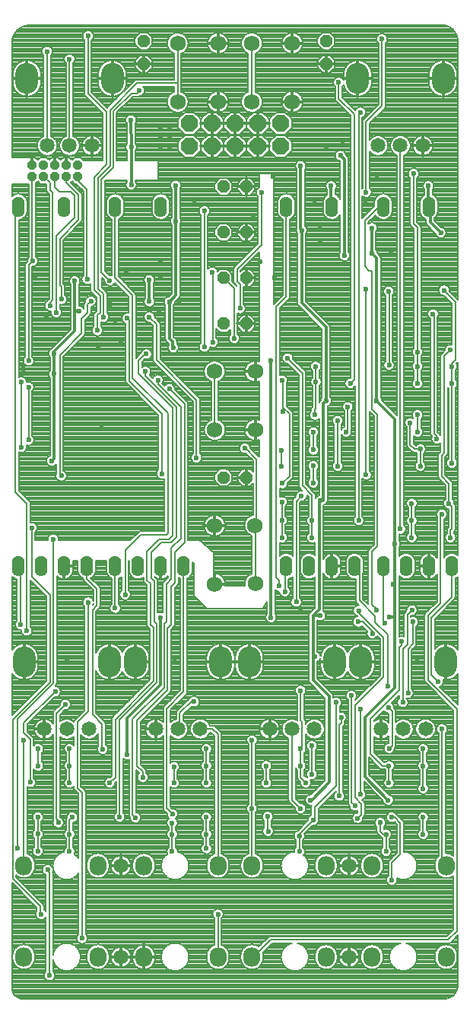
<source format=gbl>
G04 DipTrace 4.1.1.0*
G04 alps_final1.GBL*
%MOIN*%
G04 #@! TF.FileFunction,Copper,L2,Bot*
G04 #@! TF.Part,Single*
%AMOUTLINE0*
4,1,8,
-0.021,-0.008698,
-0.008698,-0.021,
0.008698,-0.021,
0.021,-0.008698,
0.021,0.008698,
0.008698,0.021,
-0.008698,0.021,
-0.021,0.008698,
-0.021,-0.008698,
0*%
%AMOUTLINE3*
4,1,8,
0.037,0.015325,
0.015325,0.037,
-0.015325,0.037,
-0.037,0.015325,
-0.037,-0.015325,
-0.015325,-0.037,
0.015325,-0.037,
0.037,-0.015325,
0.037,0.015325,
0*%
%AMOUTLINE6*
4,1,8,
0.026,-0.010769,
0.010769,-0.026,
-0.010769,-0.026,
-0.026,-0.010769,
-0.026,0.010769,
-0.010769,0.026,
0.010769,0.026,
0.026,0.010769,
0.026,-0.010769,
0*%
%AMOUTLINE9*
4,1,8,
-0.010769,-0.026,
-0.026,-0.010769,
-0.026,0.010769,
-0.010769,0.026,
0.010769,0.026,
0.026,0.010769,
0.026,-0.010769,
0.010769,-0.026,
-0.010769,-0.026,
0*%
G04 #@! TA.AperFunction,Conductor*
%ADD16C,0.012*%
%ADD18C,0.0065*%
G04 #@! TA.AperFunction,CopperBalancing*
%ADD19C,0.008*%
%ADD20C,0.013*%
G04 #@! TA.AperFunction,ComponentPad*
%ADD36O,0.075X0.085*%
%ADD37C,0.065*%
%ADD43O,0.1X0.135*%
%ADD44C,0.069*%
%ADD47O,0.055X0.09*%
G04 #@! TA.AperFunction,ViaPad*
%ADD48C,0.023622*%
G04 #@! TA.AperFunction,ComponentPad*
%ADD105OUTLINE0*%
%ADD108OUTLINE3*%
%ADD111OUTLINE6*%
%ADD114OUTLINE9*%
%FSLAX26Y26*%
G04*
G70*
G90*
G75*
G01*
G04 Bottom*
%LPD*%
X933257Y4142816D2*
D16*
Y3976794D1*
X1128514Y3974352D2*
Y3817845D1*
X594695Y3238024D2*
Y3148764D1*
Y3238024D2*
Y3245562D1*
X686060Y3336927D1*
Y3423856D1*
Y3555856D1*
X706233Y3421970D2*
X704346Y3423856D1*
X686060D1*
X594695Y3148764D2*
Y2777056D1*
X584771Y2767133D1*
X933257Y4142816D2*
X932257Y4260446D1*
X1012590Y3465193D2*
Y3560281D1*
X1100679Y3464505D2*
Y3304257D1*
X1115975Y3288962D1*
Y3261795D1*
X1117610Y3263430D1*
X1128514Y3817845D2*
Y3492340D1*
X1100679Y3464505D1*
X915063Y1481129D2*
Y1640858D1*
X1060760Y1786555D1*
Y2080941D1*
X1546178D2*
Y2582018D1*
X1544846Y2580686D1*
Y3207339D1*
X662988Y1506500D2*
D18*
Y1431500D1*
Y1356501D1*
X523979Y1206500D2*
Y1131803D1*
Y1057198D1*
X1262988Y1069000D2*
Y1131500D1*
Y1206501D1*
Y1356500D2*
Y1431500D1*
Y1506500D1*
X1809556Y3972646D2*
D16*
Y3884833D1*
X1812988Y3881402D1*
X2235880Y3972646D2*
Y3881402D1*
X2237988D1*
X2290250Y3766818D2*
X2244283Y3812785D1*
Y3881402D1*
X2237988D1*
X2187988Y3244000D2*
D18*
Y3181593D1*
Y3106500D1*
Y3244000D2*
Y3790161D1*
X2170599Y3807550D1*
Y4025558D1*
X564988Y4149000D2*
Y4561133D1*
X1843002Y4425438D2*
Y4353811D1*
X1910502Y4286311D1*
Y3123731D1*
X1893475Y3106703D1*
X1737988Y2969000D2*
Y2994000D1*
X1742220Y2998232D1*
Y3113764D1*
Y3181587D1*
X1743052Y3113764D2*
X1742220D1*
X2339105Y2757617D2*
Y3106059D1*
X2337988D1*
Y3181500D1*
Y3194000D1*
X2354782Y3210794D1*
Y3462537D1*
X2304522Y3512797D1*
Y3515059D1*
X1595260Y2668995D2*
X1626938Y2700673D1*
Y2972448D1*
X1599389Y2999996D1*
Y2984635D1*
X1598577D1*
Y3116341D1*
X1594922Y3112686D1*
Y3120837D1*
X2063241Y3186560D2*
Y3509441D1*
X2062349Y3510333D1*
X627685Y3475126D2*
Y3528608D1*
X620501Y3535791D1*
Y3741327D1*
X702057Y3822883D1*
Y3932753D1*
X648718Y3986093D1*
Y4013827D1*
X577182Y3448076D2*
Y3459672D1*
X589363Y3471853D1*
Y3942570D1*
X577182Y3954751D1*
Y3985362D1*
X548718Y4013827D1*
X605158Y3417720D2*
Y3753676D1*
X685573Y3834091D1*
Y3929743D1*
X668393Y3946923D1*
X618438D1*
X598718Y3966643D1*
Y4013827D1*
X739858Y3563020D2*
X739061Y3563816D1*
Y3955451D1*
X698718Y3995795D1*
Y4013827D1*
X574952Y512751D2*
Y962440D1*
X567182Y970210D1*
Y975810D1*
X435622Y1069016D2*
Y1637997D1*
X591501Y1793877D1*
Y2424517D1*
X784803Y3338980D2*
Y3405845D1*
X796609Y3417651D1*
Y3490035D1*
X770345Y3516299D1*
Y4011633D1*
X824017Y4065304D1*
Y4295891D1*
X744110Y4375798D1*
Y4629319D1*
X1384947Y3304115D2*
X1383325Y3305738D1*
Y3523663D1*
X1337988Y3569000D1*
X1409989Y3435386D2*
Y3541256D1*
X1397506Y3553739D1*
Y3607701D1*
X1504619Y3714814D1*
Y3944247D1*
X1962988D2*
Y4253009D1*
X2032277Y4322298D1*
Y4616251D1*
X1254051Y3266451D2*
Y3862210D1*
X1290871Y3287597D2*
Y3596883D1*
X1287988Y3594000D1*
X1731841Y2671597D2*
Y2746457D1*
X1837988Y2744000D2*
Y2944000D1*
X1012841Y3398035D2*
X1044784Y3366092D1*
Y3208667D1*
X1219237Y3034214D1*
Y2781500D1*
X1731189Y2815346D2*
Y2893406D1*
X1875488Y2894000D2*
X1882790Y2901302D1*
Y3004265D1*
X1592637Y2744944D2*
Y2814546D1*
X1962988Y3519000D2*
Y2706500D1*
X2200488Y2819000D2*
Y2744000D1*
Y2819000D2*
X2175488D1*
X2156395Y2838093D1*
Y2934134D1*
X2187988Y2894000D2*
Y2969000D1*
X2256442Y3410980D2*
X2260740Y3406682D1*
Y2887514D1*
X2273109Y2875146D1*
Y2863403D1*
X497510Y2474298D2*
Y2259917D1*
X577441Y2179987D1*
Y1797909D1*
X413640Y1634109D1*
Y938391D1*
X534744Y817287D1*
Y778256D1*
X538084Y781596D1*
X1313490Y594000D2*
X1313605Y781596D1*
X1462488Y993992D2*
Y1244000D1*
Y1543500D1*
X1462988Y1544000D1*
X1313488Y994007D2*
Y1568500D1*
X1289237Y1592751D1*
X1235988D1*
X2075488Y931500D2*
Y1006500D1*
X2112988Y1044000D1*
Y1180848D1*
X2087336Y1206500D1*
X2075488D1*
X463097Y1544000D2*
Y993383D1*
X462488Y993992D1*
X2061903Y1685563D2*
X2077134Y1670332D1*
Y1521077D1*
X2063731Y1507675D1*
X2332682Y2431500D2*
Y2463694D1*
X2339548Y2470560D1*
Y2567440D1*
X2325488Y2581500D1*
Y2667816D1*
X2293345Y2699959D1*
Y2790654D1*
X2304720Y2802029D1*
Y3226933D1*
X2332191Y3254404D1*
X662988Y4148724D2*
Y4527415D1*
X1938624Y4294636D2*
X1930425Y4286437D1*
Y2506500D1*
X808489Y1505018D2*
X804564Y1508944D1*
Y1614924D1*
X763357Y1656131D1*
Y2114302D1*
X782979Y2133924D1*
Y2205547D1*
X737988Y2250538D1*
Y2306598D1*
X1162988D2*
Y1755518D1*
X1089092Y1681622D1*
Y1245526D1*
X1113920Y1220698D1*
X613595Y1182318D2*
X618780Y1187503D1*
X605383Y1200900D1*
Y1661395D1*
X644239Y1700251D1*
X2057657Y1778814D2*
Y2005373D1*
X2001628Y2061402D1*
Y2087778D1*
X1934011Y2155396D1*
Y2306598D1*
X1912988D1*
X490840Y1359266D2*
Y1547399D1*
X462988Y1575251D1*
Y1619000D1*
X600488Y1756500D1*
X2278283Y1800898D2*
X2249244Y1829937D1*
Y2081396D1*
X2337988Y2170140D1*
Y2306598D1*
X2313488Y994007D2*
X2295467D1*
Y1592751D1*
X1725488Y1394000D2*
Y1519000D1*
X1525488Y1356500D2*
Y1431500D1*
X1845397Y1299091D2*
Y1610417D1*
X1853442Y1618461D1*
Y1644000D1*
X1675488Y1431500D2*
Y1506500D1*
X1698716Y1358272D2*
X1675488Y1381500D1*
Y1431500D1*
X2167697Y2062160D2*
Y1965920D1*
X2146826Y1945049D1*
Y1750251D1*
X1675488Y1761531D2*
Y1631500D1*
X1681737Y1625251D1*
Y1512749D1*
X1675488Y1506500D1*
Y1244000D2*
X1637988Y1281500D1*
Y1592475D1*
X1670693Y1124934D2*
Y1056260D1*
Y1124934D2*
X1662672D1*
X1731737Y1194000D1*
X2163578Y2113341D2*
X2144237Y2094000D1*
Y1963774D1*
X2123291Y1942828D1*
Y1709357D1*
X1831597Y1708575D2*
Y1344457D1*
X1737988Y1250848D1*
Y1194000D1*
X1731737D1*
X1533345Y1144318D2*
X1531683Y1145979D1*
Y1209668D1*
X2050488Y1056500D2*
Y1131500D1*
X2037424D1*
X2024933Y1143991D1*
Y1181957D1*
X1925929Y1201770D2*
X1941132Y1216974D1*
Y1264610D1*
X1913766Y1291976D1*
Y1696388D1*
X2038689Y1821311D1*
Y1994121D1*
X1921177Y2111633D1*
X1930433D1*
X2212988Y1206501D2*
Y1131500D1*
X1913578Y1255909D2*
X1898691Y1270797D1*
Y1739781D1*
X1208918Y1712751D2*
Y1715782D1*
X1199998D1*
X1146483Y1662266D1*
Y1600970D1*
X1137988Y1592475D1*
X2062988Y1431500D2*
Y1356500D1*
X1928467Y2062160D2*
X1932456Y2066150D1*
X1934891Y2063715D1*
X1947068D1*
X1989842Y2020941D1*
Y2009929D1*
X2119237Y1975811D2*
Y1959646D1*
X2108193Y1948601D1*
Y1761898D1*
X1981737Y1635442D1*
Y1483551D1*
X2033788Y1431500D1*
X2062988D1*
X2212988D2*
Y1506500D1*
Y1331500D2*
Y1431500D1*
X1937988Y1306500D2*
Y1681500D1*
X1725488Y2431500D2*
Y2506500D1*
Y2617336D1*
X1683361Y2659463D1*
Y3150920D1*
X1619141Y3215139D1*
Y3217815D1*
X1594237Y2431500D2*
Y2506324D1*
Y2587751D1*
X1679706Y2614478D2*
X1656737Y2591509D1*
Y2149278D1*
X743872Y2148332D2*
Y1668634D1*
X697611Y1622373D1*
Y1335052D1*
X717794Y1314870D1*
Y675251D1*
X2112988Y4148724D2*
Y2469000D1*
X2162988Y2431500D2*
Y2506047D1*
Y2581500D1*
X1462488Y593996D2*
X1469235D1*
X1544239Y669000D1*
X2322871D1*
X2361269Y707398D1*
Y1680446D1*
X2234199Y1807516D1*
Y2089336D1*
X2288703Y2143840D1*
Y2526579D1*
X2295374Y2533249D1*
X2006837Y2113442D2*
Y2118902D1*
X1987988Y2137751D1*
Y2369000D1*
X2012988Y2394000D1*
Y2969000D1*
X1987988Y2994000D1*
Y3600249D1*
X1975488D1*
X1956737Y3619000D1*
Y3819000D1*
X2019139Y3881402D1*
X2037988D1*
X2044237Y2056500D2*
X2037988Y2062749D1*
Y2306598D1*
X1606739Y2194671D2*
Y2300349D1*
X1612988Y2306598D1*
X1581739Y2219000D2*
Y2243999D1*
X1569237Y2256500D1*
Y3444000D1*
X1612988Y3487751D1*
Y3881402D1*
X862988Y2122269D2*
Y2306598D1*
Y3881402D2*
Y3569000D1*
X937988Y3494000D1*
Y3131500D1*
X1094237Y2975251D1*
Y2450249D1*
X1087988Y2444000D1*
X975487D1*
X906737Y2375251D1*
Y2181500D1*
X448371Y2050043D2*
Y2316982D1*
X437988Y2306598D1*
X475488Y2022949D2*
Y2581500D1*
X425488Y2631500D1*
Y3868902D1*
X437988Y3881402D1*
X525488Y1431500D2*
Y1506500D1*
X999736Y3235831D2*
X996563Y3239004D1*
X964732Y3207173D1*
Y3150046D1*
X1115191Y2999587D1*
Y2438488D1*
X1099786Y2423083D1*
X1054379D1*
X1002484Y2371188D1*
Y2243885D1*
X1016618Y2229751D1*
Y2051186D1*
X1031727Y2036077D1*
Y1802458D1*
X863773Y1634504D1*
Y1381529D1*
X839405Y1357161D1*
X662988Y1056500D2*
Y1131500D1*
Y1194000D1*
X675488Y1206500D1*
X882153Y1207119D2*
Y1632982D1*
X1044626Y1795454D1*
Y2053554D1*
X1033845Y2064335D1*
Y2239849D1*
X1021038Y2252656D1*
Y2366176D1*
X1064824Y2409962D1*
X1106988D1*
X1131116Y2434091D1*
Y3003685D1*
X995429Y3139373D1*
Y3158585D1*
X1112988Y1056500D2*
Y1131499D1*
Y1181500D1*
X951364Y1204728D2*
X939710Y1216383D1*
Y1636727D1*
X1077546Y1774563D1*
Y2054930D1*
X1086661Y2064046D1*
Y2226080D1*
X1109695Y2249114D1*
Y2385226D1*
X1150733Y2426264D1*
Y3002154D1*
X1050434Y3102453D1*
Y3121564D1*
X1120917Y1356500D2*
Y1426929D1*
X1100151Y3083739D2*
X1166922Y3016967D1*
Y2409497D1*
X1125666Y2368241D1*
Y2233647D1*
X1108597Y2216577D1*
Y2050739D1*
X1092649Y2034791D1*
Y1764605D1*
X957780Y1629736D1*
Y1431709D1*
X983977Y1405512D1*
Y1380886D1*
X498718Y4013827D2*
Y3646167D1*
X501619Y3643265D1*
X483539Y3206136D2*
Y3625185D1*
X501619Y3643265D1*
X1299615Y2903400D2*
Y3158885D1*
X1299194Y3159306D1*
X483218Y2858726D2*
Y3090461D1*
X1476782Y2228694D2*
Y2484178D1*
X1476361Y2484600D1*
X451821Y3112031D2*
Y2828310D1*
X1431737Y2822424D2*
Y2825251D1*
X1482009Y2774979D1*
Y2490248D1*
X1476361Y2484600D1*
X1136694Y4596807D2*
Y4422849D1*
X1136699D1*
Y4340853D1*
X811160Y3398035D2*
Y3498761D1*
X788964Y3520957D1*
Y4007782D1*
X839956Y4058774D1*
Y4305115D1*
X957690Y4422849D1*
X1136699D1*
X1461694Y4596807D2*
Y4340858D1*
X1461699Y4340853D1*
X839511Y3557181D2*
X802710Y3593983D1*
Y4000722D1*
X854279Y4052291D1*
Y4298663D1*
X933567Y4377950D1*
X957018D1*
X969082Y4390014D1*
X756553Y3467348D2*
X741837Y3452631D1*
Y3417311D1*
X715804Y3391278D1*
Y3326264D1*
X620830Y3231290D1*
Y2708038D1*
X626766Y2702102D1*
X916208Y3393030D2*
X924187Y3385051D1*
Y3117483D1*
X1068559Y2973112D1*
Y2710870D1*
X1719561Y1281500D2*
D16*
X1723517D1*
X1800488Y1358471D1*
Y1735424D1*
X1730374Y1805538D1*
Y1912684D1*
Y2089853D1*
X1756807Y2116286D1*
Y2594000D1*
X1762988D1*
X1775488D1*
Y3018837D1*
X1787690Y3031039D1*
X1675895Y4059885D2*
Y3782822D1*
X1680355Y3778361D1*
X1787690Y3031039D2*
Y3352056D1*
X1680355Y3459391D1*
Y3778361D1*
X1762624Y2089853D2*
X1730374D1*
X1739330Y1909753D2*
X1736400Y1912684D1*
X1730374D1*
X2059676Y1281500D2*
X1956737Y1384438D1*
Y1642327D1*
X2089158Y1774748D1*
Y2083827D1*
Y2225769D1*
Y2403274D1*
Y2950404D1*
X2009239Y3030324D1*
X1850488Y4105150D2*
X1867577Y4088060D1*
Y3667803D1*
X2009239Y3030324D2*
Y3655537D1*
X1987648Y3677127D1*
Y3787941D1*
X2089158Y2083827D2*
X2063376D1*
X2082627Y2225769D2*
X2089158D1*
D48*
X933257Y4142816D3*
Y3976794D3*
X1128514Y3974352D3*
Y3817845D3*
X594695Y3238024D3*
Y3148764D3*
X686060Y3555856D3*
X594695Y3238024D3*
X706233Y3421970D3*
X584771Y2767133D3*
X932257Y4260446D3*
X933257Y4142816D3*
X1012590Y3560281D3*
Y3465193D3*
X1100679Y3464505D3*
X1117610Y3263430D3*
X1128514Y3817845D3*
X1100679Y3464505D3*
X915063Y1481129D3*
X1060760Y2080941D3*
X1546178D3*
X1544846Y3207339D3*
X662988Y1506500D3*
Y1356501D3*
Y1431500D3*
Y1356501D3*
X523979Y1206500D3*
Y1057198D3*
Y1131803D3*
X1262988Y1069000D3*
Y1206501D3*
Y1131500D3*
Y1356500D3*
Y1506500D3*
Y1431500D3*
X1809556Y3972646D3*
X2235880D3*
X2290250Y3766818D3*
X2187988Y3244000D3*
Y3106500D3*
Y3181593D3*
X2170599Y4025558D3*
X2187988Y3244000D3*
X564988Y4561133D3*
X1843002Y4425438D3*
X1893475Y3106703D3*
X1737988Y2969000D3*
X1742220Y3181587D3*
X1743052Y3113764D3*
X2339105Y2757617D3*
X2337988Y3181500D3*
X2339105Y3106059D3*
X2304522Y3515059D3*
X1595260Y2668995D3*
X1594922Y3120837D3*
X1598577Y2984635D3*
X2063241Y3186560D3*
X2062349Y3510333D3*
X627685Y3475126D3*
X577182Y3448076D3*
X605158Y3417720D3*
X739858Y3563020D3*
X574952Y512751D3*
X567182Y975810D3*
X435622Y1069016D3*
X591501Y2424517D3*
X784803Y3338980D3*
X744110Y4629319D3*
X1384947Y3304115D3*
X1409989Y3435386D3*
X1504619Y3944247D3*
X1962988D3*
X2032277Y4616251D3*
X1254051Y3266451D3*
Y3862210D3*
X1290871Y3287597D3*
X1287988Y3594000D3*
X1731841Y2671597D3*
Y2746457D3*
X1837988Y2744000D3*
Y2944000D3*
X1731841Y2746457D3*
X1012841Y3398035D3*
X1219237Y2781500D3*
X1731189Y2815346D3*
Y2893406D3*
X1875488Y2894000D3*
X1882790Y3004265D3*
X1731189Y2893406D3*
X1592637Y2744944D3*
Y2814546D3*
X1962988Y3519000D3*
Y2706500D3*
X2200488Y2819000D3*
Y2744000D3*
X2156395Y2934134D3*
X2200488Y2819000D3*
X2187988Y2894000D3*
Y2969000D3*
X2256442Y3410980D3*
X2273109Y2863403D3*
X497510Y2474298D3*
X538084Y781596D3*
X1313605D3*
X1462988Y1544000D3*
X1462488Y1244000D3*
X2075488Y931500D3*
Y1206500D3*
X463097Y1544000D3*
X2061903Y1685563D3*
X2063731Y1507675D3*
X2332682Y2431500D3*
X2325488Y2581500D3*
X2332191Y3254404D3*
X662988Y4527415D3*
X1938624Y4294636D3*
X1930425Y2506500D3*
X808489Y1505018D3*
X1113920Y1220698D3*
X613595Y1182318D3*
X644239Y1700251D3*
X2057657Y1778814D3*
X490840Y1359266D3*
X600488Y1756500D3*
X2278283Y1800898D3*
X2295467Y1592751D3*
X1725488Y1394000D3*
Y1519000D3*
X1525488Y1356500D3*
Y1431500D3*
X1845397Y1299091D3*
X1853442Y1644000D3*
X1675488Y1431500D3*
Y1506500D3*
X1698716Y1358272D3*
X1675488Y1431500D3*
X2167697Y2062160D3*
X2146826Y1750251D3*
X1675488Y1761531D3*
Y1244000D3*
X1670693Y1124934D3*
Y1056260D3*
X1731737Y1194000D3*
X1670693Y1124934D3*
X2163578Y2113341D3*
X2123291Y1709357D3*
X1831597Y1708575D3*
X1533345Y1144318D3*
X1531683Y1209668D3*
X2050488Y1056500D3*
Y1131500D3*
X2024933Y1181957D3*
X1925929Y1201770D3*
X1930433Y2111633D3*
X2212988Y1206501D3*
Y1131500D3*
X1913578Y1255909D3*
X1898691Y1739781D3*
X1208918Y1712751D3*
X2062988Y1431500D3*
Y1356500D3*
D3*
X1928467Y2062160D3*
X1989842Y2009929D3*
X2119237Y1975811D3*
X2062988Y1431500D3*
X2212988D3*
Y1506500D3*
Y1331500D3*
Y1431500D3*
X1937988Y1306500D3*
Y1681500D3*
X1725488Y2431500D3*
Y2506500D3*
X1619141Y3217815D3*
X1725488Y2506500D3*
X1594237Y2431500D3*
Y2587751D3*
Y2506324D3*
X1679706Y2614478D3*
X1656737Y2149278D3*
X743872Y2148332D3*
X717794Y675251D3*
X2112988Y2469000D3*
X2162988Y2431500D3*
Y2581500D3*
Y2506047D3*
D3*
X2295374Y2533249D3*
X2006837Y2113442D3*
X2044237Y2056500D3*
X1606739Y2194671D3*
X1581739Y2219000D3*
X862988Y2122269D3*
X906737Y2181500D3*
X448371Y2050043D3*
X475488Y2022949D3*
X525488Y1431500D3*
Y1506500D3*
X999736Y3235831D3*
X839405Y1357161D3*
X662988Y1056500D3*
Y1131500D3*
X675488Y1206500D3*
X882153Y1207119D3*
X995429Y3158585D3*
X1112988Y1056500D3*
Y1131499D3*
Y1181500D3*
X951364Y1204728D3*
X1050434Y3121564D3*
X1120917Y1426929D3*
Y1356500D3*
X1100151Y3083739D3*
X983977Y1380886D3*
X501619Y3643265D3*
X483539Y3206136D3*
X483218Y2858726D3*
Y3090461D3*
X451821Y3112031D3*
Y2828310D3*
X1431737Y2822424D3*
X811160Y3398035D3*
X839511Y3557181D3*
X969082Y4390014D3*
X756553Y3467348D3*
X626766Y2702102D3*
X916208Y3393030D3*
X1068559Y2710870D3*
X1787690Y3031039D3*
X1719561Y1281500D3*
X1762988Y2594000D3*
X1787690Y3031039D3*
X1675895Y4059885D3*
X1680355Y3778361D3*
X1762624Y2089853D3*
X1739330Y1909753D3*
X2009239Y3030324D3*
X2059676Y1281500D3*
X2089158Y2403274D3*
X1850488Y4105150D3*
X1867577Y3667803D3*
X1987648Y3677127D3*
X1867577Y3667803D3*
X1987648Y3787941D3*
X2063376Y2083827D3*
X2082627Y2225769D3*
X1675191Y2112281D3*
X1140451Y3456642D3*
X1497468Y3640264D3*
X1467921Y3837079D3*
X804610Y2911718D3*
X562988Y3394000D3*
X1053200Y3426858D3*
X1210271Y3893365D3*
X842379Y3453944D3*
X863630Y3383178D3*
X787988Y3269000D3*
X887988Y3294000D3*
X912988Y3594000D3*
X1553691Y4014808D3*
X1562988Y3569000D3*
X1762988Y3732403D3*
Y3782403D3*
X462988Y3169000D3*
X1062988Y3644000D3*
Y3569000D3*
X512988D3*
X1962988Y3894000D3*
X2087988D3*
X1737988D3*
X2012988Y4019000D3*
X1787988Y4144000D3*
X1862988Y4169000D3*
X2071334Y3683131D3*
X651929Y1888765D3*
X1062988Y4144000D3*
Y4181500D3*
Y4219000D3*
X1100488D3*
Y4181500D3*
Y4144000D3*
X1125488Y1887751D3*
X2187988D3*
X457838Y4669131D2*
D19*
X2326676D1*
X444595Y4661262D2*
X2338683D1*
X435026Y4653394D2*
X2346215D1*
X428198Y4645525D2*
X725644D1*
X762572D2*
X2352769D1*
X422815Y4637656D2*
X720832D1*
X767385D2*
X964379D1*
X1011595D2*
X1113347D1*
X1160042D2*
X1289988D1*
X1337736D2*
X1438347D1*
X1485042D2*
X1614988D1*
X1662736D2*
X1764379D1*
X1811595D2*
X2020683D1*
X2043870D2*
X2356620D1*
X418526Y4629787D2*
X719347D1*
X768878D2*
X956511D1*
X1019463D2*
X1102887D1*
X1170502D2*
X1279761D1*
X1347955D2*
X1427887D1*
X1495502D2*
X1604761D1*
X1672955D2*
X1756511D1*
X1819463D2*
X2011691D1*
X2052862D2*
X2360418D1*
X415431Y4621919D2*
X720511D1*
X767714D2*
X949948D1*
X1026026D2*
X1096567D1*
X1176822D2*
X1273551D1*
X1354174D2*
X1421567D1*
X1501822D2*
X1598551D1*
X1679174D2*
X1749948D1*
X1826026D2*
X2008183D1*
X2056370D2*
X2361903D1*
X413135Y4614050D2*
X724832D1*
X763385D2*
X949027D1*
X1026947D2*
X1092535D1*
X1180854D2*
X1269589D1*
X1358135D2*
X1417535D1*
X1505854D2*
X1594589D1*
X1683135D2*
X1749027D1*
X1826947D2*
X2007605D1*
X2056947D2*
X2363395D1*
X412042Y4606181D2*
X727903D1*
X760322D2*
X949027D1*
X1026947D2*
X1090183D1*
X1183206D2*
X1267292D1*
X1360431D2*
X1415183D1*
X1508206D2*
X1592292D1*
X1685431D2*
X1749027D1*
X1826947D2*
X2009723D1*
X2054830D2*
X2363933D1*
X412042Y4598312D2*
X727903D1*
X760322D2*
X949027D1*
X1026947D2*
X1089261D1*
X1184127D2*
X1266418D1*
X1361307D2*
X1414261D1*
X1509127D2*
X1591418D1*
X1686307D2*
X1749027D1*
X1826947D2*
X2015574D1*
X2048979D2*
X2363933D1*
X412042Y4590444D2*
X727903D1*
X760322D2*
X950239D1*
X1025736D2*
X1089668D1*
X1183720D2*
X1266879D1*
X1360846D2*
X1414668D1*
X1508720D2*
X1591879D1*
X1685846D2*
X1750239D1*
X1825736D2*
X2016067D1*
X2048487D2*
X2363933D1*
X412042Y4582575D2*
X553472D1*
X576502D2*
X727903D1*
X760322D2*
X957144D1*
X1018830D2*
X1091456D1*
X1181931D2*
X1268723D1*
X1359002D2*
X1416456D1*
X1506931D2*
X1593723D1*
X1684002D2*
X1757144D1*
X1818830D2*
X2016067D1*
X2048487D2*
X2363933D1*
X412042Y4574706D2*
X544433D1*
X585550D2*
X727903D1*
X760322D2*
X965019D1*
X1010963D2*
X1094800D1*
X1178588D2*
X1272128D1*
X1355595D2*
X1419800D1*
X1503588D2*
X1597128D1*
X1680595D2*
X1765019D1*
X1810963D2*
X2016067D1*
X2048487D2*
X2363933D1*
X412042Y4566837D2*
X540903D1*
X589072D2*
X727903D1*
X760322D2*
X1100128D1*
X1173260D2*
X1277543D1*
X1350174D2*
X1425128D1*
X1498260D2*
X1602543D1*
X1675174D2*
X2016067D1*
X2048487D2*
X2363933D1*
X412042Y4558969D2*
X540316D1*
X589658D2*
X727903D1*
X760322D2*
X1108589D1*
X1164799D2*
X1286168D1*
X1341550D2*
X1433589D1*
X1489799D2*
X1611168D1*
X1666550D2*
X2016067D1*
X2048487D2*
X2363933D1*
X412042Y4551100D2*
X542418D1*
X587556D2*
X658496D1*
X667479D2*
X727903D1*
X760322D2*
X1120480D1*
X1152900D2*
X1305239D1*
X1322479D2*
X1445480D1*
X1477900D2*
X1630239D1*
X1647479D2*
X2016067D1*
X2048487D2*
X2363933D1*
X412042Y4543231D2*
X548246D1*
X581728D2*
X644176D1*
X681799D2*
X727903D1*
X760322D2*
X970699D1*
X1005275D2*
X1120480D1*
X1152900D2*
X1445480D1*
X1477900D2*
X1770699D1*
X1805275D2*
X2016067D1*
X2048487D2*
X2363933D1*
X412042Y4535362D2*
X548777D1*
X581198D2*
X639574D1*
X686400D2*
X727903D1*
X760322D2*
X962082D1*
X1013892D2*
X1120480D1*
X1152900D2*
X1445480D1*
X1477900D2*
X1762082D1*
X1813892D2*
X2016067D1*
X2048487D2*
X2363933D1*
X412042Y4527493D2*
X548777D1*
X581198D2*
X638215D1*
X687760D2*
X727903D1*
X760322D2*
X954215D1*
X1021760D2*
X1120480D1*
X1152900D2*
X1445480D1*
X1477900D2*
X1754215D1*
X1821760D2*
X2016067D1*
X2048487D2*
X2363933D1*
X412042Y4519625D2*
X453160D1*
X498822D2*
X548777D1*
X581198D2*
X639519D1*
X686455D2*
X727903D1*
X760322D2*
X827160D1*
X872822D2*
X949261D1*
X1026720D2*
X1120480D1*
X1152900D2*
X1445480D1*
X1477900D2*
X1749261D1*
X1826720D2*
X1903160D1*
X1948822D2*
X2016067D1*
X2048487D2*
X2277152D1*
X2322822D2*
X2363933D1*
X412042Y4511756D2*
X438605D1*
X513370D2*
X548777D1*
X581198D2*
X644035D1*
X681939D2*
X727903D1*
X760322D2*
X812605D1*
X887370D2*
X949027D1*
X1026947D2*
X1120480D1*
X1152900D2*
X1445480D1*
X1477900D2*
X1749027D1*
X1826947D2*
X1888605D1*
X1963370D2*
X2016067D1*
X2048487D2*
X2262605D1*
X2337370D2*
X2363933D1*
X412042Y4503887D2*
X429723D1*
X522252D2*
X548777D1*
X581198D2*
X646777D1*
X679198D2*
X727903D1*
X760322D2*
X803723D1*
X896252D2*
X949027D1*
X1026947D2*
X1120480D1*
X1152900D2*
X1445480D1*
X1477900D2*
X1749027D1*
X1826947D2*
X1879723D1*
X1972252D2*
X2016067D1*
X2048487D2*
X2253723D1*
X2346252D2*
X2363933D1*
X412042Y4496018D2*
X423496D1*
X528487D2*
X548777D1*
X581198D2*
X646777D1*
X679198D2*
X727903D1*
X760322D2*
X797496D1*
X902487D2*
X949027D1*
X1026947D2*
X1120480D1*
X1152900D2*
X1445480D1*
X1477900D2*
X1749027D1*
X1826947D2*
X1873496D1*
X1978487D2*
X2016067D1*
X2048487D2*
X2247496D1*
X2352487D2*
X2363933D1*
X412042Y4488150D2*
X419027D1*
X532947D2*
X548777D1*
X581198D2*
X646777D1*
X679198D2*
X727903D1*
X760322D2*
X793027D1*
X906947D2*
X951683D1*
X1024299D2*
X1120480D1*
X1152900D2*
X1445480D1*
X1477900D2*
X1751683D1*
X1824299D2*
X1869027D1*
X1982947D2*
X2016067D1*
X2048487D2*
X2243027D1*
X2356947D2*
X2363933D1*
X536042Y4480281D2*
X548777D1*
X581198D2*
X646777D1*
X679198D2*
X727903D1*
X760322D2*
X789933D1*
X910042D2*
X959441D1*
X1016534D2*
X1120480D1*
X1152900D2*
X1445480D1*
X1477900D2*
X1759441D1*
X1816534D2*
X1865933D1*
X1986042D2*
X2016067D1*
X2048487D2*
X2239933D1*
X537987Y4472412D2*
X548777D1*
X581198D2*
X646777D1*
X679198D2*
X727903D1*
X760322D2*
X787996D1*
X911987D2*
X967308D1*
X1008666D2*
X1120480D1*
X1152900D2*
X1445480D1*
X1477900D2*
X1767308D1*
X1808666D2*
X1863996D1*
X1987987D2*
X2016067D1*
X2048487D2*
X2237996D1*
X538878Y4464543D2*
X548777D1*
X581198D2*
X646777D1*
X679198D2*
X727903D1*
X760322D2*
X787105D1*
X912878D2*
X1120480D1*
X1152900D2*
X1445480D1*
X1477900D2*
X1863105D1*
X1988878D2*
X2016067D1*
X2048487D2*
X2237105D1*
X538947Y4456675D2*
X548777D1*
X581198D2*
X646777D1*
X679198D2*
X727903D1*
X760322D2*
X787027D1*
X912947D2*
X1120480D1*
X1152900D2*
X1445480D1*
X1477900D2*
X1863027D1*
X1988947D2*
X2016067D1*
X2048487D2*
X2237027D1*
X538947Y4448806D2*
X548777D1*
X581198D2*
X646777D1*
X679198D2*
X727903D1*
X760322D2*
X787027D1*
X912947D2*
X1120480D1*
X1152900D2*
X1445480D1*
X1477900D2*
X1836855D1*
X1849151D2*
X1863027D1*
X1988947D2*
X2016067D1*
X2048487D2*
X2237027D1*
X538947Y4440937D2*
X548777D1*
X581198D2*
X646777D1*
X679198D2*
X727903D1*
X760322D2*
X787027D1*
X912947D2*
X1120480D1*
X1152900D2*
X1445480D1*
X1477900D2*
X1823918D1*
X1988947D2*
X2016067D1*
X2048487D2*
X2237027D1*
X538947Y4433068D2*
X548777D1*
X581198D2*
X646777D1*
X679198D2*
X727903D1*
X760322D2*
X787027D1*
X912947D2*
X945316D1*
X1152900D2*
X1445480D1*
X1477900D2*
X1819480D1*
X1988947D2*
X2016067D1*
X2048487D2*
X2237027D1*
X538931Y4425199D2*
X548777D1*
X581198D2*
X646777D1*
X679198D2*
X727903D1*
X760322D2*
X787043D1*
X912931D2*
X937448D1*
X1152900D2*
X1445480D1*
X1477900D2*
X1818231D1*
X1988931D2*
X2016067D1*
X2048487D2*
X2237043D1*
X538267Y4417331D2*
X548777D1*
X581198D2*
X646777D1*
X679198D2*
X727903D1*
X760322D2*
X787707D1*
X912267D2*
X929582D1*
X1152908D2*
X1445480D1*
X1477900D2*
X1819644D1*
X1988267D2*
X2016067D1*
X2048487D2*
X2237707D1*
X536564Y4409462D2*
X548777D1*
X581198D2*
X646777D1*
X679198D2*
X727903D1*
X760322D2*
X789410D1*
X910564D2*
X921707D1*
X1152908D2*
X1445480D1*
X1477900D2*
X1824332D1*
X1986564D2*
X2016067D1*
X2048487D2*
X2239410D1*
X412042Y4401593D2*
X418239D1*
X533736D2*
X548777D1*
X581198D2*
X646777D1*
X679198D2*
X727903D1*
X760322D2*
X792239D1*
X907736D2*
X913840D1*
X990870D2*
X1120488D1*
X1152908D2*
X1445480D1*
X1477900D2*
X1826792D1*
X1859214D2*
X1868239D1*
X1983736D2*
X2016067D1*
X2048487D2*
X2242239D1*
X2357736D2*
X2363933D1*
X412042Y4393724D2*
X422371D1*
X529603D2*
X548777D1*
X581198D2*
X646777D1*
X679198D2*
X727903D1*
X760322D2*
X796371D1*
X993564D2*
X1120488D1*
X1152908D2*
X1445480D1*
X1477900D2*
X1826792D1*
X1859214D2*
X1872371D1*
X1979603D2*
X2016067D1*
X2048487D2*
X2246371D1*
X2353603D2*
X2363933D1*
X412042Y4385856D2*
X428160D1*
X523822D2*
X548777D1*
X581198D2*
X646777D1*
X679198D2*
X727903D1*
X760322D2*
X802160D1*
X993487D2*
X1120488D1*
X1152908D2*
X1299972D1*
X1328588D2*
X1445480D1*
X1477900D2*
X1624972D1*
X1653588D2*
X1826792D1*
X1859214D2*
X1878160D1*
X1973822D2*
X2016067D1*
X2048487D2*
X2252160D1*
X2347822D2*
X2363933D1*
X412042Y4377987D2*
X436324D1*
X515651D2*
X548777D1*
X581198D2*
X646777D1*
X679198D2*
X727903D1*
X764518D2*
X810324D1*
X990619D2*
X1107644D1*
X1165752D2*
X1284784D1*
X1343775D2*
X1432644D1*
X1490752D2*
X1609784D1*
X1668775D2*
X1826792D1*
X1859214D2*
X1886324D1*
X1965651D2*
X2016067D1*
X2048487D2*
X2260324D1*
X2339651D2*
X2363933D1*
X412042Y4370118D2*
X449019D1*
X502963D2*
X548777D1*
X581198D2*
X646777D1*
X679198D2*
X728988D1*
X772385D2*
X823019D1*
X876963D2*
X882363D1*
X983252D2*
X1099559D1*
X1173838D2*
X1276871D1*
X1351698D2*
X1424559D1*
X1498838D2*
X1601871D1*
X1676698D2*
X1826792D1*
X1859214D2*
X1899019D1*
X1952963D2*
X2016067D1*
X2048487D2*
X2273019D1*
X2326963D2*
X2363933D1*
X412042Y4362249D2*
X548777D1*
X581198D2*
X646777D1*
X679198D2*
X735067D1*
X780252D2*
X874496D1*
X940455D2*
X1094433D1*
X1178963D2*
X1271840D1*
X1356720D2*
X1419433D1*
X1503963D2*
X1596840D1*
X1681720D2*
X1826792D1*
X1859214D2*
X2016067D1*
X2048487D2*
X2363933D1*
X412042Y4354381D2*
X548777D1*
X581198D2*
X646777D1*
X679198D2*
X742933D1*
X788119D2*
X866628D1*
X932588D2*
X1091246D1*
X1182158D2*
X1268723D1*
X1359838D2*
X1416246D1*
X1507158D2*
X1593723D1*
X1684838D2*
X1826792D1*
X1865026D2*
X2016067D1*
X2048487D2*
X2363933D1*
X412042Y4346512D2*
X548777D1*
X581198D2*
X646777D1*
X679198D2*
X750800D1*
X795987D2*
X858761D1*
X924720D2*
X1089582D1*
X1183815D2*
X1267128D1*
X1361439D2*
X1414582D1*
X1508815D2*
X1592128D1*
X1686439D2*
X1828628D1*
X1872892D2*
X2016067D1*
X2048487D2*
X2363933D1*
X412042Y4338643D2*
X548777D1*
X581198D2*
X646777D1*
X679198D2*
X758676D1*
X803862D2*
X850895D1*
X916854D2*
X1089292D1*
X1184103D2*
X1266895D1*
X1361674D2*
X1414292D1*
X1509103D2*
X1591895D1*
X1686674D2*
X1835574D1*
X1880760D2*
X2016067D1*
X2048487D2*
X2363933D1*
X412042Y4330774D2*
X548777D1*
X581198D2*
X646777D1*
X679198D2*
X766543D1*
X811728D2*
X843019D1*
X908987D2*
X1090340D1*
X1183056D2*
X1268004D1*
X1360564D2*
X1415340D1*
X1508056D2*
X1593004D1*
X1685564D2*
X1843448D1*
X1888635D2*
X2016067D1*
X2048487D2*
X2363933D1*
X412042Y4322906D2*
X548777D1*
X581198D2*
X646777D1*
X679198D2*
X774410D1*
X819595D2*
X835152D1*
X901111D2*
X1092832D1*
X1180572D2*
X1270559D1*
X1358010D2*
X1417832D1*
X1505572D2*
X1595559D1*
X1683010D2*
X1851316D1*
X1896502D2*
X2010292D1*
X2048487D2*
X2363933D1*
X412042Y4315037D2*
X548777D1*
X581198D2*
X646777D1*
X679198D2*
X782277D1*
X893244D2*
X1097035D1*
X1176370D2*
X1274840D1*
X1353720D2*
X1422035D1*
X1501370D2*
X1599840D1*
X1678720D2*
X1859183D1*
X1904370D2*
X1925239D1*
X1952010D2*
X2002425D1*
X2046666D2*
X2363933D1*
X412042Y4307168D2*
X548777D1*
X581198D2*
X646777D1*
X679198D2*
X790144D1*
X885378D2*
X1103613D1*
X1169783D2*
X1281551D1*
X1347010D2*
X1428613D1*
X1494783D2*
X1606551D1*
X1672010D2*
X1867051D1*
X1912236D2*
X1917387D1*
X1959862D2*
X1994551D1*
X2039736D2*
X2363933D1*
X412042Y4299299D2*
X548777D1*
X581198D2*
X646777D1*
X679198D2*
X798019D1*
X877510D2*
X1114676D1*
X1158720D2*
X1292941D1*
X1335627D2*
X1439676D1*
X1483720D2*
X1617941D1*
X1660627D2*
X1874918D1*
X1962939D2*
X1986683D1*
X2031870D2*
X2363933D1*
X412042Y4291430D2*
X548777D1*
X581198D2*
X646777D1*
X679198D2*
X805887D1*
X870487D2*
X1163292D1*
X1212682D2*
X1263292D1*
X1312682D2*
X1363292D1*
X1412682D2*
X1463292D1*
X1512682D2*
X1563292D1*
X1612682D2*
X1882792D1*
X1963182D2*
X1978816D1*
X2024002D2*
X2363933D1*
X412042Y4283562D2*
X548777D1*
X581198D2*
X646777D1*
X679198D2*
X807808D1*
X870487D2*
X925113D1*
X939400D2*
X1155425D1*
X1220556D2*
X1255425D1*
X1320556D2*
X1355425D1*
X1420556D2*
X1455425D1*
X1520556D2*
X1555425D1*
X1620556D2*
X1890660D1*
X1960682D2*
X1970948D1*
X2016135D2*
X2363933D1*
X412042Y4275693D2*
X548777D1*
X581198D2*
X646777D1*
X679198D2*
X807808D1*
X870487D2*
X912956D1*
X951556D2*
X1147551D1*
X1228424D2*
X1247551D1*
X1328424D2*
X1347551D1*
X1428424D2*
X1447551D1*
X1528424D2*
X1547551D1*
X1628424D2*
X1894292D1*
X1954111D2*
X1963082D1*
X2008267D2*
X2363933D1*
X412042Y4267824D2*
X548777D1*
X581198D2*
X646777D1*
X679198D2*
X807808D1*
X870487D2*
X908652D1*
X955862D2*
X1140035D1*
X1235939D2*
X1240035D1*
X1335939D2*
X1340035D1*
X1435939D2*
X1440035D1*
X1535939D2*
X1540035D1*
X1635939D2*
X1894292D1*
X1946635D2*
X1955207D1*
X2000392D2*
X2363933D1*
X412042Y4259955D2*
X548777D1*
X581198D2*
X646777D1*
X679198D2*
X807808D1*
X870487D2*
X907488D1*
X957026D2*
X1138027D1*
X1637947D2*
X1894292D1*
X1992526D2*
X2363933D1*
X412042Y4252087D2*
X548777D1*
X581198D2*
X646777D1*
X679198D2*
X807808D1*
X870487D2*
X908988D1*
X955526D2*
X1138027D1*
X1637947D2*
X1894292D1*
X1984658D2*
X2363933D1*
X412042Y4244218D2*
X548777D1*
X581198D2*
X646777D1*
X679198D2*
X807808D1*
X870487D2*
X913433D1*
X951354D2*
X1138027D1*
X1637947D2*
X1894292D1*
X1979198D2*
X2363933D1*
X412042Y4236349D2*
X548777D1*
X581198D2*
X646777D1*
X679198D2*
X807808D1*
X870487D2*
X913504D1*
X951424D2*
X1138027D1*
X1637947D2*
X1894292D1*
X1979198D2*
X2363933D1*
X412042Y4228480D2*
X548777D1*
X581198D2*
X646777D1*
X679198D2*
X807808D1*
X870487D2*
X913567D1*
X951487D2*
X1138191D1*
X1637783D2*
X1894292D1*
X1979198D2*
X2363933D1*
X412042Y4220612D2*
X548777D1*
X581198D2*
X646777D1*
X679198D2*
X807808D1*
X870487D2*
X913636D1*
X951556D2*
X1142855D1*
X1233119D2*
X1242855D1*
X1333119D2*
X1342855D1*
X1433119D2*
X1442855D1*
X1533119D2*
X1542855D1*
X1633119D2*
X1894292D1*
X1979198D2*
X2363933D1*
X412042Y4212743D2*
X548777D1*
X581198D2*
X646777D1*
X679198D2*
X807808D1*
X870487D2*
X913699D1*
X951627D2*
X1150731D1*
X1225252D2*
X1250731D1*
X1325252D2*
X1350731D1*
X1425252D2*
X1450731D1*
X1525252D2*
X1550731D1*
X1625252D2*
X1894292D1*
X1979198D2*
X2363933D1*
X412042Y4204874D2*
X548777D1*
X581198D2*
X646777D1*
X679198D2*
X807808D1*
X870487D2*
X913769D1*
X951690D2*
X1158597D1*
X1217378D2*
X1258597D1*
X1317378D2*
X1358597D1*
X1417378D2*
X1458597D1*
X1517378D2*
X1558597D1*
X1617378D2*
X1894292D1*
X1979198D2*
X2363933D1*
X412042Y4197005D2*
X548777D1*
X581198D2*
X646777D1*
X679198D2*
X807808D1*
X870487D2*
X913832D1*
X951760D2*
X1168925D1*
X1207056D2*
X1268925D1*
X1307056D2*
X1368925D1*
X1407056D2*
X1468925D1*
X1507056D2*
X1568925D1*
X1607056D2*
X1894292D1*
X1979198D2*
X2363933D1*
X412042Y4189136D2*
X544605D1*
X585370D2*
X643176D1*
X682799D2*
X740605D1*
X781370D2*
X807808D1*
X870487D2*
X913903D1*
X951822D2*
X1160996D1*
X1214979D2*
X1260996D1*
X1314979D2*
X1360996D1*
X1414979D2*
X1460996D1*
X1514979D2*
X1560996D1*
X1614979D2*
X1894292D1*
X1979198D2*
X1994605D1*
X2035370D2*
X2093176D1*
X2132799D2*
X2190605D1*
X2231370D2*
X2363933D1*
X412042Y4181268D2*
X533308D1*
X596666D2*
X631605D1*
X694370D2*
X729308D1*
X792666D2*
X807808D1*
X870487D2*
X913972D1*
X951892D2*
X1153128D1*
X1222846D2*
X1253128D1*
X1322846D2*
X1353128D1*
X1422846D2*
X1453128D1*
X1522846D2*
X1553128D1*
X1622846D2*
X1894292D1*
X1979198D2*
X1983308D1*
X2046666D2*
X2081605D1*
X2144370D2*
X2179308D1*
X2242666D2*
X2363933D1*
X412042Y4173399D2*
X526784D1*
X603198D2*
X624964D1*
X701010D2*
X722784D1*
X799198D2*
X807808D1*
X870487D2*
X914035D1*
X951955D2*
X1145261D1*
X1230714D2*
X1245261D1*
X1330714D2*
X1345261D1*
X1430714D2*
X1445261D1*
X1530714D2*
X1545261D1*
X1630714D2*
X1894292D1*
X2053198D2*
X2074964D1*
X2151010D2*
X2172784D1*
X2249198D2*
X2363933D1*
X412042Y4165530D2*
X522699D1*
X607275D2*
X620808D1*
X705166D2*
X718699D1*
X803275D2*
X807808D1*
X870487D2*
X914105D1*
X952026D2*
X1138855D1*
X1637127D2*
X1894292D1*
X2057275D2*
X2070808D1*
X2155166D2*
X2168699D1*
X2253275D2*
X2363933D1*
X412042Y4157661D2*
X520379D1*
X609603D2*
X618433D1*
X707542D2*
X716379D1*
X870487D2*
X913636D1*
X952878D2*
X1138027D1*
X1637947D2*
X1894292D1*
X2059603D2*
X2068433D1*
X2157542D2*
X2166379D1*
X2255603D2*
X2363933D1*
X412042Y4149793D2*
X519535D1*
X610439D2*
X617543D1*
X708431D2*
X715535D1*
X870487D2*
X909527D1*
X956987D2*
X1138027D1*
X1637947D2*
X1894292D1*
X2060439D2*
X2067543D1*
X2158431D2*
X2165535D1*
X2256439D2*
X2363933D1*
X412042Y4141924D2*
X520089D1*
X609885D2*
X618051D1*
X707924D2*
X716089D1*
X870487D2*
X908504D1*
X958010D2*
X1138027D1*
X1637947D2*
X1894292D1*
X2059885D2*
X2068051D1*
X2157924D2*
X2166089D1*
X2255885D2*
X2363933D1*
X412042Y4134055D2*
X522105D1*
X607870D2*
X620004D1*
X705971D2*
X718105D1*
X870487D2*
X910144D1*
X956370D2*
X1138027D1*
X1637947D2*
X1894292D1*
X2057870D2*
X2070004D1*
X2155971D2*
X2168105D1*
X2253870D2*
X2363933D1*
X412042Y4126186D2*
X525792D1*
X604182D2*
X623628D1*
X702346D2*
X721792D1*
X800182D2*
X807808D1*
X870487D2*
X914300D1*
X952220D2*
X1138808D1*
X1637166D2*
X1838199D1*
X1862783D2*
X1894292D1*
X2054182D2*
X2073628D1*
X2152346D2*
X2171792D1*
X2250182D2*
X2363933D1*
X412042Y4118318D2*
X531739D1*
X598236D2*
X629480D1*
X696494D2*
X727739D1*
X794236D2*
X807808D1*
X870487D2*
X914300D1*
X952220D2*
X1145152D1*
X1230822D2*
X1245152D1*
X1330822D2*
X1345152D1*
X1430822D2*
X1445152D1*
X1530822D2*
X1545152D1*
X1630822D2*
X1829660D1*
X1871315D2*
X1894292D1*
X2048236D2*
X2079480D1*
X2146494D2*
X2177739D1*
X2244236D2*
X2363933D1*
X412042Y4110449D2*
X541644D1*
X588330D2*
X639176D1*
X686799D2*
X737644D1*
X784330D2*
X807808D1*
X870487D2*
X914300D1*
X952220D2*
X1153019D1*
X1222955D2*
X1253019D1*
X1322955D2*
X1353019D1*
X1422955D2*
X1453019D1*
X1522955D2*
X1553019D1*
X1622955D2*
X1826308D1*
X1874666D2*
X1894292D1*
X1979198D2*
X1991644D1*
X2038330D2*
X2089176D1*
X2136799D2*
X2187644D1*
X2234330D2*
X2363941D1*
X412042Y4102580D2*
X807808D1*
X870487D2*
X914300D1*
X952220D2*
X1160887D1*
X1215088D2*
X1260887D1*
X1315088D2*
X1360887D1*
X1415088D2*
X1460887D1*
X1515088D2*
X1560887D1*
X1615088D2*
X1825855D1*
X1879542D2*
X1894292D1*
X1979198D2*
X2096777D1*
X2129198D2*
X2363941D1*
X515299Y4094711D2*
X532136D1*
X565299D2*
X582136D1*
X615299D2*
X632136D1*
X665299D2*
X682136D1*
X715299D2*
X807808D1*
X870487D2*
X914300D1*
X952220D2*
X1828105D1*
X1885275D2*
X1894292D1*
X1979198D2*
X2096777D1*
X2129198D2*
X2363941D1*
X723392Y4086843D2*
X807808D1*
X870487D2*
X914300D1*
X952220D2*
X1834215D1*
X1886534D2*
X1894292D1*
X1979198D2*
X2096777D1*
X2129198D2*
X2363941D1*
X1051214Y4078974D2*
X1660597D1*
X1691190D2*
X1848620D1*
X1886534D2*
X1894292D1*
X1979198D2*
X2096777D1*
X2129198D2*
X2363941D1*
X1051214Y4071105D2*
X1653910D1*
X1697878D2*
X1848620D1*
X1886534D2*
X1894292D1*
X1979198D2*
X2096777D1*
X2129198D2*
X2363941D1*
X1051214Y4063236D2*
X1651363D1*
X1700431D2*
X1848620D1*
X1886534D2*
X1894292D1*
X1979198D2*
X2096777D1*
X2129198D2*
X2363941D1*
X1051214Y4055367D2*
X1651551D1*
X1700236D2*
X1848620D1*
X1886534D2*
X1894292D1*
X1979198D2*
X2096777D1*
X2129198D2*
X2363941D1*
X1051214Y4047499D2*
X1654574D1*
X1697220D2*
X1848620D1*
X1886534D2*
X1894292D1*
X1979198D2*
X2096777D1*
X2129198D2*
X2160144D1*
X2181056D2*
X2363941D1*
X1051214Y4039630D2*
X1656933D1*
X1694854D2*
X1848620D1*
X1886534D2*
X1894292D1*
X1979198D2*
X2096777D1*
X2129198D2*
X2150395D1*
X2190807D2*
X2363941D1*
X1051214Y4031761D2*
X1656933D1*
X1694854D2*
X1848620D1*
X1886534D2*
X1894292D1*
X1979198D2*
X2096777D1*
X2129198D2*
X2146644D1*
X2194556D2*
X2363941D1*
X1051214Y4023892D2*
X1492792D1*
X1557728D2*
X1656933D1*
X1694854D2*
X1848620D1*
X1886534D2*
X1894292D1*
X1979198D2*
X2096777D1*
X2129198D2*
X2145887D1*
X2195315D2*
X2363941D1*
X1051214Y4016024D2*
X1492792D1*
X1557728D2*
X1656933D1*
X1694854D2*
X1848620D1*
X1886534D2*
X1894292D1*
X1979198D2*
X2096777D1*
X2129198D2*
X2147808D1*
X2193392D2*
X2363941D1*
X1051214Y4008155D2*
X1492792D1*
X1557728D2*
X1656933D1*
X1694854D2*
X1848620D1*
X1886534D2*
X1894292D1*
X1979198D2*
X2096777D1*
X2129198D2*
X2153316D1*
X2187885D2*
X2363941D1*
X1051214Y4000286D2*
X1314511D1*
X1361471D2*
X1414511D1*
X1461471D2*
X1492792D1*
X1557728D2*
X1656933D1*
X1694854D2*
X1848620D1*
X1886534D2*
X1894292D1*
X1979198D2*
X2096777D1*
X2129198D2*
X2154387D1*
X2186807D2*
X2363941D1*
X818916Y3992417D2*
X914277D1*
X952236D2*
X1111956D1*
X1145072D2*
X1306636D1*
X1369338D2*
X1406636D1*
X1469338D2*
X1492792D1*
X1557728D2*
X1656933D1*
X1694854D2*
X1795199D1*
X1823908D2*
X1848620D1*
X1886534D2*
X1894292D1*
X1979198D2*
X2096777D1*
X2129198D2*
X2154387D1*
X2186807D2*
X2221527D1*
X2250236D2*
X2363941D1*
X517135Y3984549D2*
X530300D1*
X672854D2*
X680300D1*
X818916D2*
X909777D1*
X956736D2*
X1106019D1*
X1151010D2*
X1300004D1*
X1375971D2*
X1400004D1*
X1475971D2*
X1492792D1*
X1557728D2*
X1656933D1*
X1694854D2*
X1787948D1*
X1831166D2*
X1848620D1*
X1886534D2*
X1894292D1*
X1979198D2*
X2096777D1*
X2129198D2*
X2154387D1*
X2186807D2*
X2214277D1*
X2257487D2*
X2363941D1*
X412042Y3976680D2*
X482504D1*
X514924D2*
X560972D1*
X680720D2*
X695239D1*
X818916D2*
X908488D1*
X958026D2*
X1103855D1*
X1153174D2*
X1299027D1*
X1376947D2*
X1399027D1*
X1476947D2*
X1492792D1*
X1557728D2*
X1656933D1*
X1694854D2*
X1785128D1*
X1833987D2*
X1848620D1*
X1886534D2*
X1894292D1*
X1979198D2*
X2096777D1*
X2129198D2*
X2154387D1*
X2186807D2*
X2211448D1*
X2260307D2*
X2363941D1*
X412042Y3968811D2*
X482504D1*
X514924D2*
X560972D1*
X688595D2*
X703105D1*
X818916D2*
X909855D1*
X956658D2*
X1104395D1*
X1152635D2*
X1299027D1*
X1376947D2*
X1399027D1*
X1476947D2*
X1492792D1*
X1557728D2*
X1656933D1*
X1694854D2*
X1785097D1*
X1834018D2*
X1848620D1*
X1886534D2*
X1894292D1*
X1979198D2*
X2096777D1*
X2129198D2*
X2154387D1*
X2186807D2*
X2211418D1*
X2260346D2*
X2363941D1*
X412042Y3960942D2*
X482504D1*
X514924D2*
X560972D1*
X696463D2*
X710980D1*
X818916D2*
X914472D1*
X952042D2*
X1107847D1*
X1149182D2*
X1299027D1*
X1376947D2*
X1399027D1*
X1476947D2*
X1486620D1*
X1557728D2*
X1656933D1*
X1694854D2*
X1787840D1*
X1831275D2*
X1848620D1*
X1886534D2*
X1894292D1*
X1980987D2*
X2096777D1*
X2129198D2*
X2154387D1*
X2186807D2*
X2214160D1*
X2257603D2*
X2363941D1*
X412042Y3953073D2*
X482504D1*
X514924D2*
X561067D1*
X704330D2*
X718847D1*
X818916D2*
X929004D1*
X937510D2*
X1109551D1*
X1147471D2*
X1300176D1*
X1375799D2*
X1400176D1*
X1475799D2*
X1481535D1*
X1557728D2*
X1656933D1*
X1694854D2*
X1790597D1*
X1828518D2*
X1848620D1*
X1886534D2*
X1894292D1*
X1986072D2*
X2096777D1*
X2129198D2*
X2154387D1*
X2186807D2*
X2216918D1*
X2254838D2*
X2363941D1*
X412042Y3945205D2*
X482504D1*
X514924D2*
X564284D1*
X712198D2*
X722847D1*
X818916D2*
X1109551D1*
X1147471D2*
X1307019D1*
X1368955D2*
X1407019D1*
X1468955D2*
X1479871D1*
X1557728D2*
X1656933D1*
X1694854D2*
X1790597D1*
X1828518D2*
X1848620D1*
X1886534D2*
X1894292D1*
X1987736D2*
X2096777D1*
X2129198D2*
X2154387D1*
X2186807D2*
X2216918D1*
X2254838D2*
X2363941D1*
X412042Y3937336D2*
X427403D1*
X448572D2*
X482504D1*
X514924D2*
X572004D1*
X717572D2*
X722847D1*
X818916D2*
X852403D1*
X873572D2*
X1052403D1*
X1073572D2*
X1109551D1*
X1147471D2*
X1314887D1*
X1361088D2*
X1414887D1*
X1461088D2*
X1480863D1*
X1557728D2*
X1602403D1*
X1623572D2*
X1656933D1*
X1694854D2*
X1790597D1*
X1828518D2*
X1848620D1*
X1886534D2*
X1894292D1*
X1986744D2*
X2027403D1*
X2048572D2*
X2096777D1*
X2129198D2*
X2154387D1*
X2186807D2*
X2216918D1*
X2254838D2*
X2363941D1*
X464056Y3929467D2*
X482504D1*
X514924D2*
X573152D1*
X718267D2*
X722847D1*
X818916D2*
X836918D1*
X889056D2*
X1036918D1*
X1089056D2*
X1109551D1*
X1147471D2*
X1484948D1*
X1557728D2*
X1586918D1*
X1639056D2*
X1656933D1*
X1694854D2*
X1786918D1*
X1839056D2*
X1848620D1*
X1886534D2*
X1894292D1*
X1982658D2*
X2011918D1*
X2064056D2*
X2096777D1*
X2129198D2*
X2154387D1*
X2186807D2*
X2211918D1*
X2264056D2*
X2363941D1*
X471315Y3921598D2*
X482504D1*
X514924D2*
X573152D1*
X718267D2*
X722847D1*
X818916D2*
X829668D1*
X896315D2*
X1029668D1*
X1096315D2*
X1109551D1*
X1147471D2*
X1488410D1*
X1557728D2*
X1579668D1*
X1646315D2*
X1656933D1*
X1694854D2*
X1779668D1*
X1886534D2*
X1894292D1*
X1946635D2*
X1954332D1*
X1971643D2*
X2004668D1*
X2071315D2*
X2096777D1*
X2129198D2*
X2154387D1*
X2186807D2*
X2204668D1*
X2271315D2*
X2363941D1*
X475572Y3913730D2*
X482504D1*
X514924D2*
X573152D1*
X718267D2*
X722847D1*
X818916D2*
X825403D1*
X900572D2*
X1025403D1*
X1100572D2*
X1109551D1*
X1147471D2*
X1488410D1*
X1557728D2*
X1575403D1*
X1650572D2*
X1656933D1*
X1694854D2*
X1775403D1*
X1886534D2*
X1894292D1*
X1946635D2*
X2000403D1*
X2075572D2*
X2096777D1*
X2129198D2*
X2154387D1*
X2186807D2*
X2200403D1*
X2275572D2*
X2363941D1*
X477830Y3905861D2*
X482504D1*
X514924D2*
X573152D1*
X718267D2*
X722847D1*
X818916D2*
X823144D1*
X902830D2*
X1023144D1*
X1102830D2*
X1109551D1*
X1147471D2*
X1488410D1*
X1557728D2*
X1573144D1*
X1652830D2*
X1656933D1*
X1694854D2*
X1773144D1*
X1886534D2*
X1894292D1*
X1946635D2*
X1998144D1*
X2077830D2*
X2096777D1*
X2129198D2*
X2154387D1*
X2186807D2*
X2198144D1*
X2277830D2*
X2363941D1*
X478447Y3897992D2*
X482504D1*
X514924D2*
X573152D1*
X718267D2*
X722847D1*
X903447D2*
X1022527D1*
X1103447D2*
X1109551D1*
X1147471D2*
X1488410D1*
X1557728D2*
X1572527D1*
X1694854D2*
X1772527D1*
X1886534D2*
X1894292D1*
X1946635D2*
X1997527D1*
X2078447D2*
X2096777D1*
X2129198D2*
X2154387D1*
X2186807D2*
X2197527D1*
X2278447D2*
X2363941D1*
X478447Y3890123D2*
X482504D1*
X514924D2*
X573152D1*
X718267D2*
X722847D1*
X903447D2*
X1022527D1*
X1103447D2*
X1109551D1*
X1147471D2*
X1488410D1*
X1557728D2*
X1572527D1*
X1694854D2*
X1772527D1*
X1886534D2*
X1894292D1*
X1946635D2*
X1997527D1*
X2078447D2*
X2096777D1*
X2129198D2*
X2154387D1*
X2186807D2*
X2197527D1*
X2278447D2*
X2363941D1*
X478447Y3882255D2*
X482504D1*
X514924D2*
X573152D1*
X718267D2*
X722847D1*
X903447D2*
X1022527D1*
X1103447D2*
X1109551D1*
X1147471D2*
X1240105D1*
X1267994D2*
X1488410D1*
X1557728D2*
X1572527D1*
X1694854D2*
X1772527D1*
X1886534D2*
X1894292D1*
X1946635D2*
X1997403D1*
X2078447D2*
X2096777D1*
X2129198D2*
X2154387D1*
X2186807D2*
X2197527D1*
X2278447D2*
X2363941D1*
X478447Y3874386D2*
X482504D1*
X514924D2*
X573152D1*
X718267D2*
X722847D1*
X903447D2*
X1022527D1*
X1103447D2*
X1109551D1*
X1147471D2*
X1232605D1*
X1275502D2*
X1488410D1*
X1557728D2*
X1572527D1*
X1694854D2*
X1772527D1*
X1886534D2*
X1894292D1*
X1946635D2*
X1989527D1*
X2078447D2*
X2096777D1*
X2129198D2*
X2154387D1*
X2186807D2*
X2197527D1*
X2278447D2*
X2363941D1*
X478447Y3866517D2*
X482504D1*
X514924D2*
X573152D1*
X718267D2*
X722847D1*
X903447D2*
X1022527D1*
X1103447D2*
X1109551D1*
X1147471D2*
X1229668D1*
X1278431D2*
X1488410D1*
X1557728D2*
X1572527D1*
X1694854D2*
X1772527D1*
X1886534D2*
X1894292D1*
X1946635D2*
X1981660D1*
X2078447D2*
X2096777D1*
X2129198D2*
X2154387D1*
X2186807D2*
X2197527D1*
X2278447D2*
X2363941D1*
X478095Y3858648D2*
X482504D1*
X514924D2*
X573152D1*
X718267D2*
X722847D1*
X903095D2*
X1022879D1*
X1103095D2*
X1109551D1*
X1147471D2*
X1229543D1*
X1278556D2*
X1488410D1*
X1557728D2*
X1572879D1*
X1694854D2*
X1772879D1*
X1886534D2*
X1894292D1*
X1946635D2*
X1973792D1*
X2078095D2*
X2096777D1*
X2129198D2*
X2154387D1*
X2186807D2*
X2197879D1*
X2278095D2*
X2363941D1*
X476214Y3850780D2*
X482504D1*
X514924D2*
X573152D1*
X718267D2*
X722847D1*
X818916D2*
X824761D1*
X901214D2*
X1024761D1*
X1101214D2*
X1109551D1*
X1147471D2*
X1232183D1*
X1275924D2*
X1488410D1*
X1557728D2*
X1574761D1*
X1651214D2*
X1656933D1*
X1694854D2*
X1774761D1*
X1886534D2*
X1894292D1*
X1946635D2*
X1965925D1*
X2076214D2*
X2096777D1*
X2129198D2*
X2154387D1*
X2186807D2*
X2199761D1*
X2276214D2*
X2363941D1*
X472439Y3842911D2*
X482504D1*
X514924D2*
X573152D1*
X718267D2*
X722847D1*
X818916D2*
X828535D1*
X897439D2*
X1028535D1*
X1097439D2*
X1109551D1*
X1147471D2*
X1237840D1*
X1270260D2*
X1488410D1*
X1557728D2*
X1578535D1*
X1647439D2*
X1656933D1*
X1694854D2*
X1778535D1*
X1886534D2*
X1894292D1*
X1946635D2*
X1958059D1*
X2072439D2*
X2096777D1*
X2129198D2*
X2154387D1*
X2186807D2*
X2203535D1*
X2272439D2*
X2363941D1*
X465994Y3835042D2*
X482504D1*
X514924D2*
X573152D1*
X718267D2*
X722847D1*
X818916D2*
X834980D1*
X890994D2*
X1034980D1*
X1090994D2*
X1109551D1*
X1147471D2*
X1237840D1*
X1270260D2*
X1488410D1*
X1557728D2*
X1584988D1*
X1640994D2*
X1656933D1*
X1694854D2*
X1784988D1*
X1840994D2*
X1848620D1*
X1886534D2*
X1894292D1*
X1995370D2*
X2009988D1*
X2065994D2*
X2096777D1*
X2129198D2*
X2154387D1*
X2186807D2*
X2209988D1*
X2265994D2*
X2363941D1*
X453752Y3827173D2*
X482504D1*
X514924D2*
X573152D1*
X718267D2*
X722847D1*
X818916D2*
X846777D1*
X879198D2*
X1047223D1*
X1078752D2*
X1105628D1*
X1151392D2*
X1237840D1*
X1270260D2*
X1488410D1*
X1557728D2*
X1596777D1*
X1629198D2*
X1656933D1*
X1694854D2*
X1797223D1*
X1828752D2*
X1848620D1*
X1886534D2*
X1894292D1*
X1987502D2*
X2022223D1*
X2053752D2*
X2096777D1*
X2129198D2*
X2154387D1*
X2186807D2*
X2222223D1*
X2263244D2*
X2363941D1*
X441698Y3819304D2*
X482504D1*
X514924D2*
X573152D1*
X717846D2*
X722847D1*
X818916D2*
X846777D1*
X879198D2*
X1103784D1*
X1153244D2*
X1237840D1*
X1270260D2*
X1488410D1*
X1557728D2*
X1596777D1*
X1629198D2*
X1656933D1*
X1694854D2*
X1848620D1*
X1886534D2*
X1894292D1*
X1979635D2*
X2096777D1*
X2129198D2*
X2154387D1*
X2186807D2*
X2225324D1*
X2264244D2*
X2363941D1*
X441698Y3811436D2*
X482504D1*
X514924D2*
X573152D1*
X713206D2*
X722847D1*
X818916D2*
X846777D1*
X879198D2*
X1104613D1*
X1152416D2*
X1237840D1*
X1270260D2*
X1488410D1*
X1557728D2*
X1596777D1*
X1629198D2*
X1656933D1*
X1694854D2*
X1848620D1*
X1886534D2*
X1894292D1*
X1972947D2*
X1982089D1*
X1993206D2*
X2096777D1*
X2129198D2*
X2154387D1*
X2189307D2*
X2225371D1*
X2272111D2*
X2363941D1*
X441698Y3803567D2*
X482504D1*
X514924D2*
X573152D1*
X705338D2*
X722847D1*
X818916D2*
X846777D1*
X879198D2*
X1108456D1*
X1148572D2*
X1237840D1*
X1270260D2*
X1317792D1*
X1358190D2*
X1417792D1*
X1458190D2*
X1488410D1*
X1557728D2*
X1596777D1*
X1629198D2*
X1656933D1*
X1694854D2*
X1848620D1*
X1886534D2*
X1894292D1*
X2006627D2*
X2096777D1*
X2129198D2*
X2154910D1*
X2197174D2*
X2227840D1*
X2279987D2*
X2363941D1*
X441698Y3795698D2*
X482504D1*
X514924D2*
X573152D1*
X697463D2*
X722847D1*
X818916D2*
X846777D1*
X879198D2*
X1109551D1*
X1147471D2*
X1237840D1*
X1270260D2*
X1309918D1*
X1366056D2*
X1409918D1*
X1466056D2*
X1488410D1*
X1557728D2*
X1596777D1*
X1629198D2*
X1656933D1*
X1697714D2*
X1848620D1*
X1886534D2*
X1894292D1*
X2011127D2*
X2096777D1*
X2129198D2*
X2159855D1*
X2203166D2*
X2234887D1*
X2287854D2*
X2363941D1*
X441698Y3787829D2*
X482504D1*
X514924D2*
X573152D1*
X689595D2*
X722847D1*
X818916D2*
X846777D1*
X879198D2*
X1109551D1*
X1147471D2*
X1237840D1*
X1270260D2*
X1302082D1*
X1373892D2*
X1402082D1*
X1473892D2*
X1488410D1*
X1557728D2*
X1596777D1*
X1629198D2*
X1656933D1*
X1703174D2*
X1848620D1*
X1886534D2*
X1894292D1*
X2012416D2*
X2096777D1*
X2129198D2*
X2167731D1*
X2204198D2*
X2242754D1*
X2302588D2*
X2363941D1*
X441698Y3779961D2*
X482504D1*
X514924D2*
X573152D1*
X681728D2*
X722847D1*
X818916D2*
X846777D1*
X879198D2*
X1109551D1*
X1147471D2*
X1237840D1*
X1270260D2*
X1299027D1*
X1376947D2*
X1399027D1*
X1476947D2*
X1488410D1*
X1557728D2*
X1596777D1*
X1629198D2*
X1655636D1*
X1705072D2*
X1848620D1*
X1886534D2*
X1894292D1*
X2011050D2*
X2096777D1*
X2129198D2*
X2171777D1*
X2204198D2*
X2250628D1*
X2311095D2*
X2363941D1*
X441698Y3772092D2*
X482504D1*
X514924D2*
X573152D1*
X673862D2*
X722847D1*
X818916D2*
X846777D1*
X879198D2*
X1109551D1*
X1147471D2*
X1237840D1*
X1270260D2*
X1299027D1*
X1376947D2*
X1399027D1*
X1476947D2*
X1488410D1*
X1557728D2*
X1596777D1*
X1629198D2*
X1656418D1*
X1704291D2*
X1848620D1*
X1886534D2*
X1894292D1*
X2006611D2*
X2096777D1*
X2129198D2*
X2171777D1*
X2204198D2*
X2258496D1*
X2314431D2*
X2363941D1*
X441698Y3764223D2*
X482504D1*
X514924D2*
X573152D1*
X665994D2*
X722847D1*
X818916D2*
X846777D1*
X879198D2*
X1109551D1*
X1147471D2*
X1237840D1*
X1270260D2*
X1299027D1*
X1376947D2*
X1399027D1*
X1476947D2*
X1488410D1*
X1557728D2*
X1596777D1*
X1629198D2*
X1660199D1*
X1700510D2*
X1848620D1*
X1886534D2*
X1894292D1*
X2006611D2*
X2096777D1*
X2129198D2*
X2171777D1*
X2204198D2*
X2265620D1*
X2314878D2*
X2363941D1*
X441698Y3756354D2*
X482504D1*
X514924D2*
X573152D1*
X658119D2*
X722847D1*
X818916D2*
X846777D1*
X879198D2*
X1109551D1*
X1147471D2*
X1237840D1*
X1270260D2*
X1299176D1*
X1376799D2*
X1399176D1*
X1476799D2*
X1488410D1*
X1557728D2*
X1596777D1*
X1629198D2*
X1661395D1*
X1699315D2*
X1848620D1*
X1886534D2*
X1894292D1*
X2006611D2*
X2096777D1*
X2129198D2*
X2171777D1*
X2204198D2*
X2267887D1*
X2312619D2*
X2363941D1*
X441698Y3748486D2*
X482504D1*
X514924D2*
X573152D1*
X650252D2*
X722847D1*
X818916D2*
X846777D1*
X879198D2*
X1109551D1*
X1147471D2*
X1237840D1*
X1270260D2*
X1303739D1*
X1372236D2*
X1403739D1*
X1472236D2*
X1488410D1*
X1557728D2*
X1596777D1*
X1629198D2*
X1661395D1*
X1699315D2*
X1848620D1*
X1886534D2*
X1894292D1*
X2006611D2*
X2096777D1*
X2129198D2*
X2171777D1*
X2204198D2*
X2274004D1*
X2306494D2*
X2363941D1*
X441698Y3740617D2*
X482504D1*
X514924D2*
X573152D1*
X642385D2*
X722847D1*
X818916D2*
X846777D1*
X879198D2*
X1109551D1*
X1147471D2*
X1237840D1*
X1270260D2*
X1311605D1*
X1364370D2*
X1411605D1*
X1464370D2*
X1488410D1*
X1557728D2*
X1596777D1*
X1629198D2*
X1661395D1*
X1699315D2*
X1848620D1*
X1886534D2*
X1894292D1*
X2006611D2*
X2096777D1*
X2129198D2*
X2171777D1*
X2204198D2*
X2363941D1*
X441698Y3732748D2*
X482504D1*
X514924D2*
X573152D1*
X636714D2*
X722847D1*
X818916D2*
X846777D1*
X879198D2*
X1109551D1*
X1147471D2*
X1237840D1*
X1270260D2*
X1319879D1*
X1356095D2*
X1419879D1*
X1456095D2*
X1488410D1*
X1557728D2*
X1596777D1*
X1629198D2*
X1661395D1*
X1699315D2*
X1848620D1*
X1886534D2*
X1894292D1*
X2006611D2*
X2096777D1*
X2129198D2*
X2171777D1*
X2204198D2*
X2363941D1*
X441698Y3724879D2*
X482504D1*
X514924D2*
X573152D1*
X636714D2*
X722847D1*
X818916D2*
X846777D1*
X879198D2*
X1109551D1*
X1147471D2*
X1237840D1*
X1270260D2*
X1488410D1*
X1557728D2*
X1596777D1*
X1629198D2*
X1661395D1*
X1699315D2*
X1848620D1*
X1886534D2*
X1894292D1*
X2006611D2*
X2096777D1*
X2129198D2*
X2171777D1*
X2204198D2*
X2363941D1*
X441698Y3717010D2*
X482504D1*
X514924D2*
X573152D1*
X636714D2*
X722847D1*
X818916D2*
X846777D1*
X879198D2*
X1109551D1*
X1147471D2*
X1237840D1*
X1270260D2*
X1484223D1*
X1557728D2*
X1596777D1*
X1629198D2*
X1661395D1*
X1699315D2*
X1848620D1*
X1886534D2*
X1894292D1*
X2006611D2*
X2096777D1*
X2129198D2*
X2171777D1*
X2204198D2*
X2363941D1*
X441698Y3709142D2*
X482504D1*
X514924D2*
X573152D1*
X636714D2*
X722847D1*
X818916D2*
X846777D1*
X879198D2*
X1109551D1*
X1147471D2*
X1237840D1*
X1270260D2*
X1476355D1*
X1557728D2*
X1596777D1*
X1629198D2*
X1661395D1*
X1699315D2*
X1848620D1*
X1886534D2*
X1894292D1*
X2006611D2*
X2096777D1*
X2129198D2*
X2171777D1*
X2204198D2*
X2363941D1*
X441698Y3701273D2*
X482504D1*
X514924D2*
X573152D1*
X636714D2*
X722847D1*
X818916D2*
X846777D1*
X879198D2*
X1109551D1*
X1147471D2*
X1237840D1*
X1270260D2*
X1468488D1*
X1557728D2*
X1596777D1*
X1629198D2*
X1661395D1*
X1699315D2*
X1848620D1*
X1886534D2*
X1894292D1*
X2006611D2*
X2096777D1*
X2129198D2*
X2171777D1*
X2204198D2*
X2363941D1*
X441698Y3693404D2*
X482504D1*
X514924D2*
X573152D1*
X636714D2*
X722847D1*
X818916D2*
X846777D1*
X879198D2*
X1109551D1*
X1147471D2*
X1237840D1*
X1270260D2*
X1460613D1*
X1557728D2*
X1596777D1*
X1629198D2*
X1661395D1*
X1699315D2*
X1848620D1*
X1886534D2*
X1894292D1*
X2006611D2*
X2096777D1*
X2129198D2*
X2171777D1*
X2204198D2*
X2363941D1*
X441698Y3685535D2*
X482504D1*
X514924D2*
X573152D1*
X636714D2*
X722847D1*
X818916D2*
X846777D1*
X879198D2*
X1109551D1*
X1147471D2*
X1237840D1*
X1270260D2*
X1452746D1*
X1557728D2*
X1596777D1*
X1629198D2*
X1661395D1*
X1699315D2*
X1848620D1*
X1886534D2*
X1894292D1*
X2010892D2*
X2096777D1*
X2129198D2*
X2171777D1*
X2204198D2*
X2363941D1*
X441698Y3677667D2*
X482504D1*
X514924D2*
X573152D1*
X636714D2*
X722847D1*
X818916D2*
X846777D1*
X879198D2*
X1109551D1*
X1147471D2*
X1237840D1*
X1270260D2*
X1444879D1*
X1557728D2*
X1596777D1*
X1629198D2*
X1661395D1*
X1699315D2*
X1844933D1*
X1890228D2*
X1894292D1*
X2013588D2*
X2096777D1*
X2129198D2*
X2171777D1*
X2204198D2*
X2363941D1*
X441698Y3669798D2*
X482504D1*
X514924D2*
X573152D1*
X636714D2*
X722847D1*
X818916D2*
X846777D1*
X879198D2*
X1109551D1*
X1147471D2*
X1237840D1*
X1270260D2*
X1437011D1*
X1482198D2*
X1492792D1*
X1557728D2*
X1596777D1*
X1629198D2*
X1661395D1*
X1699315D2*
X1842887D1*
X2021463D2*
X2096777D1*
X2129198D2*
X2171777D1*
X2204198D2*
X2363941D1*
X441698Y3661929D2*
X482504D1*
X517463D2*
X573152D1*
X636714D2*
X722847D1*
X818916D2*
X846777D1*
X879198D2*
X1109551D1*
X1147471D2*
X1237840D1*
X1270260D2*
X1429144D1*
X1474330D2*
X1492792D1*
X1557728D2*
X1596777D1*
X1629198D2*
X1661395D1*
X1699315D2*
X1843535D1*
X2027034D2*
X2096777D1*
X2129198D2*
X2171777D1*
X2204198D2*
X2363941D1*
X441698Y3654060D2*
X479418D1*
X523822D2*
X573152D1*
X636714D2*
X722847D1*
X818916D2*
X846777D1*
X879198D2*
X1109551D1*
X1147471D2*
X1237840D1*
X1270260D2*
X1421269D1*
X1466455D2*
X1492792D1*
X1557728D2*
X1596777D1*
X1629198D2*
X1661395D1*
X1699315D2*
X1847136D1*
X1888018D2*
X1894292D1*
X2028198D2*
X2096777D1*
X2129198D2*
X2171777D1*
X2204198D2*
X2363941D1*
X441698Y3646192D2*
X477027D1*
X526214D2*
X573152D1*
X636714D2*
X722847D1*
X818916D2*
X846777D1*
X879198D2*
X1109551D1*
X1147471D2*
X1237840D1*
X1270260D2*
X1413403D1*
X1458588D2*
X1492792D1*
X1557728D2*
X1596777D1*
X1629198D2*
X1661395D1*
X1699315D2*
X1856410D1*
X1878744D2*
X1894292D1*
X2028198D2*
X2096777D1*
X2129198D2*
X2171777D1*
X2204198D2*
X2363941D1*
X441698Y3638323D2*
X474082D1*
X525878D2*
X573152D1*
X636714D2*
X722847D1*
X818916D2*
X846777D1*
X879198D2*
X1109551D1*
X1147471D2*
X1237840D1*
X1270260D2*
X1405535D1*
X1450720D2*
X1492792D1*
X1557728D2*
X1596777D1*
X1629198D2*
X1661395D1*
X1699315D2*
X1894292D1*
X2028198D2*
X2096777D1*
X2129198D2*
X2171777D1*
X2204198D2*
X2363941D1*
X441698Y3630454D2*
X468261D1*
X522682D2*
X573152D1*
X636714D2*
X722847D1*
X818916D2*
X846777D1*
X879198D2*
X1109551D1*
X1147471D2*
X1237840D1*
X1270260D2*
X1397668D1*
X1442854D2*
X1492792D1*
X1557728D2*
X1596777D1*
X1629198D2*
X1661395D1*
X1699315D2*
X1894292D1*
X2028198D2*
X2096777D1*
X2129198D2*
X2171777D1*
X2204198D2*
X2363941D1*
X441698Y3622585D2*
X467332D1*
X514542D2*
X573152D1*
X636714D2*
X722847D1*
X818916D2*
X846777D1*
X879198D2*
X1109551D1*
X1147471D2*
X1237840D1*
X1270260D2*
X1389800D1*
X1434987D2*
X1492792D1*
X1557728D2*
X1596777D1*
X1629198D2*
X1661395D1*
X1699315D2*
X1894292D1*
X2028198D2*
X2096777D1*
X2129198D2*
X2171777D1*
X2204198D2*
X2363941D1*
X441698Y3614717D2*
X467332D1*
X499752D2*
X573152D1*
X636714D2*
X722847D1*
X818916D2*
X846777D1*
X879198D2*
X1109551D1*
X1147471D2*
X1237840D1*
X1270260D2*
X1275128D1*
X1300846D2*
X1382988D1*
X1427111D2*
X1492792D1*
X1557728D2*
X1596777D1*
X1629198D2*
X1661395D1*
X1699315D2*
X1894292D1*
X2028198D2*
X2096777D1*
X2129198D2*
X2171777D1*
X2204198D2*
X2363941D1*
X441698Y3606848D2*
X467332D1*
X499752D2*
X573152D1*
X636714D2*
X722847D1*
X818916D2*
X846777D1*
X879198D2*
X1109551D1*
X1147471D2*
X1237840D1*
X1309026D2*
X1323683D1*
X1352299D2*
X1381292D1*
X1419244D2*
X1423683D1*
X1452291D2*
X1492792D1*
X1557728D2*
X1596777D1*
X1629198D2*
X1661395D1*
X1699315D2*
X1894292D1*
X2028198D2*
X2096777D1*
X2129198D2*
X2171777D1*
X2204198D2*
X2363941D1*
X441698Y3598979D2*
X467332D1*
X499752D2*
X573152D1*
X636714D2*
X722847D1*
X820307D2*
X846777D1*
X879198D2*
X1109551D1*
X1147471D2*
X1237840D1*
X1362775D2*
X1381292D1*
X1462775D2*
X1492792D1*
X1557728D2*
X1596777D1*
X1629198D2*
X1661395D1*
X1699315D2*
X1894292D1*
X2028198D2*
X2096777D1*
X2129198D2*
X2171777D1*
X2204198D2*
X2363941D1*
X441698Y3591110D2*
X467332D1*
X499752D2*
X573152D1*
X636714D2*
X722847D1*
X828174D2*
X846777D1*
X879198D2*
X1109551D1*
X1147471D2*
X1237840D1*
X1370643D2*
X1381292D1*
X1470643D2*
X1492792D1*
X1557728D2*
X1596777D1*
X1629198D2*
X1661395D1*
X1699315D2*
X1894292D1*
X2028198D2*
X2096777D1*
X2129198D2*
X2171777D1*
X2204198D2*
X2363941D1*
X441698Y3583241D2*
X467332D1*
X499752D2*
X573152D1*
X636714D2*
X722847D1*
X836042D2*
X846777D1*
X879198D2*
X1004903D1*
X1020275D2*
X1109551D1*
X1147471D2*
X1237840D1*
X1376439D2*
X1381292D1*
X1476439D2*
X1492792D1*
X1557728D2*
X1596777D1*
X1629198D2*
X1661395D1*
X1699315D2*
X1894292D1*
X2028198D2*
X2096777D1*
X2129198D2*
X2171777D1*
X2204198D2*
X2363941D1*
X441698Y3575373D2*
X467332D1*
X499752D2*
X573152D1*
X636714D2*
X671340D1*
X700775D2*
X718511D1*
X879206D2*
X993168D1*
X1032018D2*
X1109551D1*
X1147471D2*
X1237840D1*
X1376947D2*
X1381292D1*
X1476947D2*
X1492792D1*
X1557728D2*
X1596777D1*
X1629198D2*
X1661395D1*
X1699315D2*
X1894292D1*
X2028198D2*
X2096777D1*
X2129198D2*
X2171777D1*
X2204198D2*
X2363941D1*
X441698Y3567504D2*
X467332D1*
X499752D2*
X573152D1*
X636714D2*
X664308D1*
X707807D2*
X715511D1*
X887080D2*
X988933D1*
X1036244D2*
X1109551D1*
X1147471D2*
X1237840D1*
X1376947D2*
X1381292D1*
X1476947D2*
X1492792D1*
X1557728D2*
X1596777D1*
X1629198D2*
X1661395D1*
X1699315D2*
X1894292D1*
X2028198D2*
X2096777D1*
X2129198D2*
X2171777D1*
X2204198D2*
X2363941D1*
X441698Y3559635D2*
X467332D1*
X499752D2*
X573152D1*
X636714D2*
X661589D1*
X710534D2*
X715324D1*
X805174D2*
X814464D1*
X894947D2*
X987832D1*
X1037354D2*
X1109551D1*
X1147471D2*
X1237840D1*
X1376947D2*
X1381292D1*
X1476947D2*
X1492792D1*
X1557728D2*
X1596777D1*
X1629198D2*
X1661395D1*
X1699315D2*
X1894292D1*
X2028198D2*
X2096777D1*
X2129198D2*
X2171777D1*
X2204198D2*
X2363941D1*
X441698Y3551766D2*
X467332D1*
X499752D2*
X573152D1*
X636714D2*
X661644D1*
X710479D2*
X717895D1*
X805174D2*
X815363D1*
X902815D2*
X989379D1*
X1035799D2*
X1109551D1*
X1147471D2*
X1237840D1*
X1475088D2*
X1492792D1*
X1557728D2*
X1596777D1*
X1629198D2*
X1661395D1*
X1699315D2*
X1894292D1*
X2028198D2*
X2096777D1*
X2129198D2*
X2171777D1*
X2204198D2*
X2363941D1*
X441698Y3543898D2*
X467332D1*
X499752D2*
X573152D1*
X636714D2*
X664488D1*
X707635D2*
X724605D1*
X805174D2*
X818761D1*
X860267D2*
X865496D1*
X910682D2*
X993628D1*
X1031550D2*
X1109551D1*
X1147471D2*
X1237840D1*
X1467651D2*
X1492792D1*
X1557728D2*
X1596777D1*
X1629198D2*
X1661395D1*
X1699315D2*
X1894292D1*
X2028198D2*
X2096777D1*
X2129198D2*
X2171777D1*
X2204198D2*
X2363941D1*
X441698Y3536029D2*
X467332D1*
X499752D2*
X573152D1*
X641987D2*
X667097D1*
X705018D2*
X754136D1*
X805174D2*
X827433D1*
X851588D2*
X873363D1*
X918550D2*
X993628D1*
X1031550D2*
X1109551D1*
X1147471D2*
X1237840D1*
X1459783D2*
X1492792D1*
X1557728D2*
X1596777D1*
X1629198D2*
X1661395D1*
X1699315D2*
X1894292D1*
X2028198D2*
X2096777D1*
X2129198D2*
X2171777D1*
X2204198D2*
X2292105D1*
X2316931D2*
X2363941D1*
X441698Y3528160D2*
X467332D1*
X499752D2*
X573152D1*
X643892D2*
X667097D1*
X705018D2*
X754136D1*
X805174D2*
X881239D1*
X926424D2*
X993628D1*
X1031550D2*
X1109551D1*
X1147471D2*
X1237840D1*
X1426198D2*
X1492792D1*
X1557728D2*
X1596777D1*
X1629198D2*
X1661395D1*
X1699315D2*
X1894292D1*
X2028198D2*
X2045527D1*
X2079174D2*
X2096777D1*
X2129198D2*
X2171777D1*
X2204198D2*
X2283644D1*
X2325392D2*
X2363941D1*
X441698Y3520291D2*
X467332D1*
X499752D2*
X573152D1*
X643892D2*
X667097D1*
X705018D2*
X754136D1*
X812220D2*
X889105D1*
X934291D2*
X993628D1*
X1031550D2*
X1109551D1*
X1147471D2*
X1237840D1*
X1426198D2*
X1492792D1*
X1557728D2*
X1596777D1*
X1629198D2*
X1661395D1*
X1699315D2*
X1894292D1*
X2028198D2*
X2039746D1*
X2084955D2*
X2096777D1*
X2129198D2*
X2171777D1*
X2204198D2*
X2280332D1*
X2328714D2*
X2363941D1*
X441698Y3512423D2*
X467332D1*
X499752D2*
X573152D1*
X643892D2*
X667097D1*
X705018D2*
X754628D1*
X820088D2*
X896972D1*
X942158D2*
X993628D1*
X1031550D2*
X1109551D1*
X1147471D2*
X1237840D1*
X1426198D2*
X1492792D1*
X1557728D2*
X1596777D1*
X1629198D2*
X1661395D1*
X1699315D2*
X1894292D1*
X2028198D2*
X2037668D1*
X2087026D2*
X2096777D1*
X2129198D2*
X2171777D1*
X2204198D2*
X2279895D1*
X2329151D2*
X2363941D1*
X441698Y3504554D2*
X467332D1*
X499752D2*
X573152D1*
X643892D2*
X667097D1*
X705018D2*
X759496D1*
X826236D2*
X904840D1*
X950018D2*
X993628D1*
X1031550D2*
X1109551D1*
X1147471D2*
X1237840D1*
X1426198D2*
X1492792D1*
X1557728D2*
X1596777D1*
X1629198D2*
X1661395D1*
X1699315D2*
X1894292D1*
X2028198D2*
X2038284D1*
X2086416D2*
X2096777D1*
X2129198D2*
X2171777D1*
X2204198D2*
X2282176D1*
X2335362D2*
X2363941D1*
X441698Y3496685D2*
X467332D1*
X499752D2*
X573152D1*
X643892D2*
X667097D1*
X705018D2*
X767363D1*
X827370D2*
X912707D1*
X953963D2*
X993628D1*
X1031550D2*
X1106379D1*
X1147471D2*
X1237840D1*
X1426198D2*
X1492792D1*
X1557728D2*
X1596777D1*
X1629198D2*
X1661395D1*
X1699315D2*
X1894292D1*
X2028198D2*
X2041840D1*
X2082854D2*
X2096777D1*
X2129198D2*
X2171777D1*
X2204198D2*
X2288324D1*
X2343228D2*
X2363941D1*
X441698Y3488816D2*
X467332D1*
X499752D2*
X573152D1*
X648158D2*
X667097D1*
X705018D2*
X745089D1*
X768018D2*
X775239D1*
X827370D2*
X920582D1*
X954198D2*
X993628D1*
X1031550D2*
X1098511D1*
X1147127D2*
X1237840D1*
X1426198D2*
X1492792D1*
X1557728D2*
X1591456D1*
X1629198D2*
X1661395D1*
X1699315D2*
X1894292D1*
X2028198D2*
X2047035D1*
X2079447D2*
X2096777D1*
X2129198D2*
X2171777D1*
X2204198D2*
X2305910D1*
X2351095D2*
X2363941D1*
X441698Y3480948D2*
X467332D1*
X499752D2*
X573152D1*
X651736D2*
X667097D1*
X705018D2*
X736011D1*
X827370D2*
X921777D1*
X954198D2*
X993628D1*
X1031550D2*
X1082433D1*
X1143455D2*
X1237840D1*
X1426198D2*
X1492792D1*
X1557728D2*
X1583589D1*
X1627611D2*
X1661395D1*
X1699315D2*
X1894292D1*
X2028198D2*
X2047035D1*
X2079447D2*
X2096777D1*
X2129198D2*
X2171777D1*
X2204198D2*
X2313777D1*
X2358963D2*
X2363941D1*
X441698Y3473079D2*
X467332D1*
X499752D2*
X567996D1*
X652370D2*
X667097D1*
X705018D2*
X732480D1*
X827370D2*
X921777D1*
X954198D2*
X989152D1*
X1036026D2*
X1077496D1*
X1135736D2*
X1237840D1*
X1426198D2*
X1492792D1*
X1557728D2*
X1575723D1*
X1620908D2*
X1661395D1*
X1699315D2*
X1894292D1*
X2028198D2*
X2047035D1*
X2079447D2*
X2096777D1*
X2129198D2*
X2171777D1*
X2204198D2*
X2321644D1*
X441698Y3465210D2*
X467332D1*
X499752D2*
X559620D1*
X650307D2*
X667097D1*
X705018D2*
X731824D1*
X827370D2*
X921777D1*
X954198D2*
X987816D1*
X1037362D2*
X1075918D1*
X1127870D2*
X1237840D1*
X1426198D2*
X1492792D1*
X1557728D2*
X1567855D1*
X1613042D2*
X1661395D1*
X1701018D2*
X1894292D1*
X2028198D2*
X2047035D1*
X2079447D2*
X2096777D1*
X2129198D2*
X2171777D1*
X2204198D2*
X2329519D1*
X441698Y3457341D2*
X467332D1*
X499752D2*
X554277D1*
X644556D2*
X667097D1*
X705018D2*
X726363D1*
X827370D2*
X921777D1*
X954198D2*
X989144D1*
X1036042D2*
X1077004D1*
X1124354D2*
X1237840D1*
X1426198D2*
X1492792D1*
X1605174D2*
X1661511D1*
X1708885D2*
X1894292D1*
X2028198D2*
X2047035D1*
X2079447D2*
X2096777D1*
X2129198D2*
X2171777D1*
X2204198D2*
X2337387D1*
X441698Y3449472D2*
X467332D1*
X499752D2*
X552448D1*
X621370D2*
X667097D1*
X705018D2*
X725628D1*
X773322D2*
X780403D1*
X827370D2*
X921777D1*
X954198D2*
X993691D1*
X1031487D2*
X1081207D1*
X1120151D2*
X1237840D1*
X1430182D2*
X1492792D1*
X1597307D2*
X1664340D1*
X1716760D2*
X1894292D1*
X2028198D2*
X2047035D1*
X2079447D2*
X2096777D1*
X2129198D2*
X2171777D1*
X2204198D2*
X2338574D1*
X441698Y3441604D2*
X467332D1*
X499752D2*
X553300D1*
X621370D2*
X667097D1*
X720783D2*
X725628D1*
X758050D2*
X780403D1*
X827370D2*
X921777D1*
X954198D2*
X1007527D1*
X1017651D2*
X1081723D1*
X1119643D2*
X1237840D1*
X1433939D2*
X1492792D1*
X1589431D2*
X1671660D1*
X1724627D2*
X1894292D1*
X2028198D2*
X2047035D1*
X2079447D2*
X2096777D1*
X2129198D2*
X2171777D1*
X2204198D2*
X2338574D1*
X441698Y3433735D2*
X467332D1*
X499752D2*
X557176D1*
X623799D2*
X667097D1*
X758050D2*
X780403D1*
X827370D2*
X921777D1*
X954198D2*
X1081723D1*
X1119643D2*
X1237840D1*
X1434706D2*
X1492792D1*
X1585447D2*
X1679527D1*
X1732494D2*
X1894292D1*
X2028198D2*
X2047035D1*
X2079447D2*
X2096777D1*
X2129198D2*
X2171777D1*
X2204198D2*
X2248105D1*
X2264783D2*
X2338574D1*
X441698Y3425866D2*
X467332D1*
X499752D2*
X567363D1*
X628502D2*
X667097D1*
X758050D2*
X780403D1*
X827370D2*
X921777D1*
X954198D2*
X1081723D1*
X1119643D2*
X1237840D1*
X1432791D2*
X1492792D1*
X1585447D2*
X1687395D1*
X1740362D2*
X1894292D1*
X2028198D2*
X2047035D1*
X2079447D2*
X2096777D1*
X2129198D2*
X2171777D1*
X2204198D2*
X2236855D1*
X2276034D2*
X2338574D1*
X441698Y3417997D2*
X467332D1*
X499752D2*
X580387D1*
X629931D2*
X667097D1*
X758050D2*
X774363D1*
X827370D2*
X921777D1*
X954198D2*
X998769D1*
X1026916D2*
X1081723D1*
X1119643D2*
X1237840D1*
X1427291D2*
X1492792D1*
X1585447D2*
X1695269D1*
X1748228D2*
X1894292D1*
X2028198D2*
X2047035D1*
X2079447D2*
X2096777D1*
X2129198D2*
X2171777D1*
X2204198D2*
X2232723D1*
X2280166D2*
X2338574D1*
X441698Y3410129D2*
X467332D1*
X499752D2*
X581620D1*
X628698D2*
X667097D1*
X756267D2*
X769199D1*
X832658D2*
X898605D1*
X954198D2*
X991347D1*
X1034338D2*
X1081723D1*
X1119643D2*
X1237840D1*
X1399534D2*
X1492792D1*
X1585447D2*
X1703136D1*
X1756103D2*
X1894292D1*
X2028198D2*
X2047035D1*
X2079447D2*
X2096777D1*
X2129198D2*
X2171777D1*
X2204198D2*
X2231683D1*
X2281198D2*
X2338574D1*
X441698Y3402260D2*
X467332D1*
X499752D2*
X586043D1*
X624275D2*
X667097D1*
X749378D2*
X768589D1*
X835556D2*
X893284D1*
X954198D2*
X988448D1*
X1037236D2*
X1081723D1*
X1119643D2*
X1237840D1*
X1399534D2*
X1416480D1*
X1459494D2*
X1492792D1*
X1585447D2*
X1711004D1*
X1763971D2*
X1894292D1*
X2028198D2*
X2047035D1*
X2079447D2*
X2096777D1*
X2129198D2*
X2171777D1*
X2204198D2*
X2233316D1*
X2279572D2*
X2338574D1*
X441698Y3394391D2*
X467332D1*
X499752D2*
X598847D1*
X611471D2*
X667097D1*
X741510D2*
X768589D1*
X835651D2*
X891472D1*
X954198D2*
X988347D1*
X1039080D2*
X1081723D1*
X1119643D2*
X1237840D1*
X1399534D2*
X1408613D1*
X1467362D2*
X1492792D1*
X1585447D2*
X1718871D1*
X1771838D2*
X1894292D1*
X2028198D2*
X2047035D1*
X2079447D2*
X2096777D1*
X2129198D2*
X2171777D1*
X2204198D2*
X2238340D1*
X2276947D2*
X2338574D1*
X441698Y3386522D2*
X467332D1*
X499752D2*
X667097D1*
X733643D2*
X768589D1*
X832987D2*
X892340D1*
X954198D2*
X991019D1*
X1046947D2*
X1081723D1*
X1119643D2*
X1237840D1*
X1474900D2*
X1492792D1*
X1585447D2*
X1726739D1*
X1779706D2*
X1894292D1*
X2028198D2*
X2047035D1*
X2079447D2*
X2096777D1*
X2129198D2*
X2171777D1*
X2204198D2*
X2244527D1*
X2276947D2*
X2338574D1*
X441698Y3378654D2*
X467332D1*
X499752D2*
X667097D1*
X732018D2*
X768589D1*
X826064D2*
X896231D1*
X954198D2*
X997933D1*
X1054815D2*
X1081723D1*
X1119643D2*
X1237840D1*
X1476947D2*
X1492792D1*
X1585447D2*
X1734613D1*
X1787572D2*
X1894292D1*
X2028198D2*
X2047035D1*
X2079447D2*
X2096777D1*
X2129198D2*
X2171777D1*
X2204198D2*
X2244527D1*
X2276947D2*
X2338574D1*
X441698Y3370785D2*
X467332D1*
X499752D2*
X667097D1*
X732018D2*
X768589D1*
X801010D2*
X906480D1*
X954198D2*
X1017496D1*
X1060260D2*
X1081723D1*
X1119643D2*
X1237840D1*
X1476947D2*
X1492792D1*
X1585447D2*
X1742480D1*
X1795447D2*
X1894292D1*
X2028198D2*
X2047035D1*
X2079447D2*
X2096777D1*
X2129198D2*
X2171777D1*
X2204198D2*
X2244527D1*
X2276947D2*
X2338574D1*
X441698Y3362916D2*
X467332D1*
X499752D2*
X667097D1*
X732018D2*
X768589D1*
X801010D2*
X907980D1*
X954198D2*
X1025371D1*
X1060994D2*
X1081723D1*
X1119643D2*
X1237840D1*
X1476947D2*
X1492792D1*
X1585447D2*
X1750347D1*
X1803050D2*
X1894292D1*
X2028198D2*
X2047035D1*
X2079447D2*
X2096777D1*
X2129198D2*
X2171777D1*
X2204198D2*
X2244527D1*
X2276947D2*
X2338574D1*
X441698Y3355047D2*
X467332D1*
X499752D2*
X667097D1*
X732018D2*
X766215D1*
X803392D2*
X907980D1*
X954198D2*
X1028574D1*
X1060994D2*
X1081723D1*
X1119643D2*
X1237840D1*
X1476526D2*
X1492792D1*
X1585447D2*
X1758215D1*
X1806400D2*
X1894292D1*
X2028198D2*
X2047035D1*
X2079447D2*
X2096777D1*
X2129198D2*
X2171777D1*
X2204198D2*
X2244527D1*
X2276947D2*
X2338574D1*
X441698Y3347178D2*
X467332D1*
X499752D2*
X667097D1*
X732018D2*
X761480D1*
X808127D2*
X907980D1*
X954198D2*
X1028574D1*
X1060994D2*
X1081723D1*
X1119643D2*
X1237840D1*
X1399534D2*
X1405043D1*
X1470931D2*
X1492792D1*
X1585447D2*
X1766089D1*
X1806651D2*
X1894292D1*
X2028198D2*
X2047035D1*
X2079447D2*
X2096777D1*
X2129198D2*
X2171777D1*
X2204198D2*
X2244527D1*
X2276947D2*
X2338574D1*
X441698Y3339310D2*
X467332D1*
X499752D2*
X661964D1*
X732018D2*
X760035D1*
X809572D2*
X907980D1*
X954198D2*
X1028574D1*
X1060994D2*
X1081723D1*
X1119643D2*
X1237840D1*
X1307080D2*
X1312910D1*
X1363064D2*
X1367113D1*
X1399534D2*
X1412910D1*
X1463064D2*
X1492792D1*
X1585447D2*
X1768731D1*
X1806651D2*
X1894292D1*
X2028198D2*
X2047035D1*
X2079447D2*
X2096777D1*
X2129198D2*
X2171777D1*
X2204198D2*
X2244527D1*
X2276947D2*
X2338574D1*
X441698Y3331441D2*
X467332D1*
X499752D2*
X654089D1*
X732018D2*
X761246D1*
X808354D2*
X907980D1*
X954198D2*
X1028574D1*
X1060994D2*
X1081723D1*
X1119643D2*
X1237840D1*
X1307080D2*
X1322644D1*
X1353330D2*
X1367113D1*
X1399534D2*
X1422644D1*
X1453330D2*
X1492792D1*
X1585447D2*
X1768731D1*
X1806651D2*
X1894292D1*
X2028198D2*
X2047035D1*
X2079447D2*
X2096777D1*
X2129198D2*
X2171777D1*
X2204198D2*
X2244527D1*
X2276947D2*
X2338574D1*
X441698Y3323572D2*
X467332D1*
X499752D2*
X646223D1*
X731775D2*
X765636D1*
X803963D2*
X907980D1*
X954198D2*
X1028574D1*
X1060994D2*
X1081723D1*
X1119643D2*
X1237840D1*
X1307080D2*
X1367113D1*
X1399752D2*
X1492792D1*
X1585447D2*
X1768731D1*
X1806651D2*
X1894292D1*
X2028198D2*
X2047035D1*
X2079447D2*
X2096777D1*
X2129198D2*
X2171777D1*
X2204198D2*
X2244527D1*
X2276947D2*
X2338574D1*
X441698Y3315703D2*
X467332D1*
X499752D2*
X638355D1*
X727830D2*
X778277D1*
X791330D2*
X907980D1*
X954198D2*
X1028574D1*
X1060994D2*
X1081723D1*
X1119643D2*
X1237840D1*
X1307080D2*
X1363160D1*
X1406728D2*
X1492792D1*
X1585447D2*
X1768731D1*
X1806651D2*
X1894292D1*
X2028198D2*
X2047035D1*
X2079447D2*
X2096777D1*
X2129198D2*
X2171777D1*
X2204198D2*
X2244527D1*
X2276947D2*
X2338574D1*
X441698Y3307835D2*
X467332D1*
X499752D2*
X630488D1*
X719971D2*
X907980D1*
X954198D2*
X1028574D1*
X1060994D2*
X1081723D1*
X1123588D2*
X1237840D1*
X1307080D2*
X1360464D1*
X1409431D2*
X1492792D1*
X1585447D2*
X1768731D1*
X1806651D2*
X1894292D1*
X2028198D2*
X2047035D1*
X2079447D2*
X2096777D1*
X2129198D2*
X2171777D1*
X2204198D2*
X2244527D1*
X2276947D2*
X2338574D1*
X441698Y3299966D2*
X467332D1*
X499752D2*
X622620D1*
X712095D2*
X907980D1*
X954198D2*
X1028574D1*
X1060994D2*
X1082231D1*
X1131220D2*
X1237840D1*
X1312206D2*
X1360535D1*
X1409354D2*
X1492792D1*
X1585447D2*
X1768731D1*
X1806651D2*
X1894292D1*
X2028198D2*
X2047035D1*
X2079447D2*
X2096777D1*
X2129198D2*
X2171777D1*
X2204198D2*
X2244527D1*
X2276947D2*
X2338574D1*
X441698Y3292097D2*
X467332D1*
X499752D2*
X614746D1*
X704228D2*
X907980D1*
X954198D2*
X1028574D1*
X1060994D2*
X1086395D1*
X1134666D2*
X1237840D1*
X1315214D2*
X1363410D1*
X1406487D2*
X1492792D1*
X1585447D2*
X1768731D1*
X1806651D2*
X1894292D1*
X2028198D2*
X2047035D1*
X2079447D2*
X2096777D1*
X2129198D2*
X2171777D1*
X2204198D2*
X2244527D1*
X2276947D2*
X2338574D1*
X441698Y3284228D2*
X467332D1*
X499752D2*
X606879D1*
X696362D2*
X907980D1*
X954198D2*
X1028574D1*
X1060994D2*
X1094223D1*
X1134931D2*
X1237168D1*
X1315400D2*
X1370761D1*
X1399127D2*
X1492792D1*
X1585447D2*
X1768731D1*
X1806651D2*
X1894292D1*
X2028198D2*
X2047035D1*
X2079447D2*
X2096777D1*
X2129198D2*
X2171777D1*
X2204198D2*
X2244527D1*
X2276947D2*
X2338574D1*
X441698Y3276360D2*
X467332D1*
X499752D2*
X599011D1*
X688494D2*
X907980D1*
X954198D2*
X1028574D1*
X1060994D2*
X1096620D1*
X1138595D2*
X1231425D1*
X1312846D2*
X1492792D1*
X1585447D2*
X1768731D1*
X1806651D2*
X1894292D1*
X2028198D2*
X2047035D1*
X2079447D2*
X2096777D1*
X2129198D2*
X2171777D1*
X2204198D2*
X2244527D1*
X2276947D2*
X2321769D1*
X441698Y3268491D2*
X467332D1*
X499752D2*
X591144D1*
X680627D2*
X907980D1*
X954198D2*
X1028574D1*
X1060994D2*
X1093379D1*
X1141838D2*
X1229363D1*
X1306151D2*
X1492792D1*
X1585447D2*
X1768731D1*
X1806651D2*
X1894292D1*
X2028198D2*
X2047035D1*
X2079447D2*
X2096777D1*
X2129198D2*
X2171777D1*
X2204198D2*
X2244527D1*
X2276947D2*
X2311996D1*
X441698Y3260622D2*
X467332D1*
X499752D2*
X583277D1*
X672752D2*
X907980D1*
X954198D2*
X1028574D1*
X1060994D2*
X1093004D1*
X1142214D2*
X1229996D1*
X1278103D2*
X1492792D1*
X1585447D2*
X1768731D1*
X1806651D2*
X1894292D1*
X2028198D2*
X2047035D1*
X2079447D2*
X2096777D1*
X2129198D2*
X2169918D1*
X2206056D2*
X2244527D1*
X2276947D2*
X2308239D1*
X441698Y3252753D2*
X467332D1*
X499752D2*
X574980D1*
X664885D2*
X907980D1*
X954198D2*
X981956D1*
X1017510D2*
X1028574D1*
X1060994D2*
X1095347D1*
X1139870D2*
X1233582D1*
X1274526D2*
X1492792D1*
X1585447D2*
X1768731D1*
X1806651D2*
X1894292D1*
X2028198D2*
X2047035D1*
X2079447D2*
X2096777D1*
X2129198D2*
X2164871D1*
X2211103D2*
X2244527D1*
X2276947D2*
X2307480D1*
X441698Y3244885D2*
X467332D1*
X499752D2*
X570925D1*
X657018D2*
X907980D1*
X954198D2*
X976739D1*
X1022728D2*
X1028574D1*
X1060994D2*
X1101620D1*
X1133595D2*
X1242784D1*
X1265315D2*
X1492792D1*
X1585447D2*
X1768731D1*
X1806651D2*
X1894292D1*
X2028198D2*
X2047035D1*
X2079447D2*
X2096777D1*
X2129198D2*
X2163231D1*
X2212744D2*
X2244527D1*
X2276947D2*
X2300082D1*
X441698Y3237016D2*
X467332D1*
X499752D2*
X569948D1*
X649151D2*
X907980D1*
X954198D2*
X971980D1*
X1024479D2*
X1028574D1*
X1060994D2*
X1492792D1*
X1585447D2*
X1603988D1*
X1634291D2*
X1768731D1*
X1806651D2*
X1894292D1*
X2028198D2*
X2047035D1*
X2079447D2*
X2096777D1*
X2129198D2*
X2164254D1*
X2211720D2*
X2244527D1*
X2276947D2*
X2292269D1*
X441698Y3229147D2*
X467332D1*
X499752D2*
X571628D1*
X641283D2*
X907980D1*
X954198D2*
X964113D1*
X1023556D2*
X1028574D1*
X1060994D2*
X1492792D1*
X1585447D2*
X1597215D1*
X1641064D2*
X1768731D1*
X1806651D2*
X1894292D1*
X2028198D2*
X2047035D1*
X2079447D2*
X2096777D1*
X2129198D2*
X2168371D1*
X2207603D2*
X2244527D1*
X2276947D2*
X2288668D1*
X441698Y3221278D2*
X464152D1*
X502924D2*
X575739D1*
X637042D2*
X907980D1*
X1019588D2*
X1028574D1*
X1060994D2*
X1492792D1*
X1585447D2*
X1594620D1*
X1643658D2*
X1768731D1*
X1806651D2*
X1894292D1*
X2028198D2*
X2047035D1*
X2079447D2*
X2096777D1*
X2129198D2*
X2171777D1*
X2204198D2*
X2244527D1*
X2276947D2*
X2288511D1*
X441698Y3213409D2*
X459895D1*
X507182D2*
X575739D1*
X637042D2*
X907980D1*
X1009018D2*
X1028574D1*
X1062635D2*
X1492792D1*
X1585447D2*
X1594777D1*
X1643502D2*
X1768731D1*
X1806651D2*
X1894292D1*
X2028198D2*
X2047035D1*
X2079447D2*
X2096777D1*
X2129198D2*
X2171777D1*
X2204198D2*
X2244527D1*
X2276947D2*
X2288511D1*
X441698Y3205541D2*
X458777D1*
X508299D2*
X575739D1*
X637042D2*
X907980D1*
X985690D2*
X1028895D1*
X1070502D2*
X1292113D1*
X1306275D2*
X1467559D1*
X1486002D2*
X1492792D1*
X1585447D2*
X1597754D1*
X1651330D2*
X1768731D1*
X1806651D2*
X1894292D1*
X2028198D2*
X2047035D1*
X2079447D2*
X2096777D1*
X2129198D2*
X2171777D1*
X2204198D2*
X2244527D1*
X2276947D2*
X2288511D1*
X441698Y3197672D2*
X460316D1*
X506767D2*
X575739D1*
X637042D2*
X907980D1*
X980939D2*
X1033183D1*
X1078370D2*
X1271840D1*
X1326550D2*
X1448933D1*
X1585447D2*
X1605347D1*
X1659206D2*
X1723644D1*
X1760791D2*
X1768731D1*
X1806651D2*
X1894292D1*
X2028198D2*
X2041199D1*
X2085283D2*
X2096777D1*
X2129198D2*
X2169410D1*
X2206564D2*
X2244527D1*
X2276947D2*
X2288511D1*
X441698Y3189803D2*
X465191D1*
X501885D2*
X575739D1*
X637042D2*
X907980D1*
X980939D2*
X1041059D1*
X1086244D2*
X1263082D1*
X1335307D2*
X1440371D1*
X1585447D2*
X1621887D1*
X1667072D2*
X1718903D1*
X1806651D2*
X1894292D1*
X2028198D2*
X2038691D1*
X2087791D2*
X2096777D1*
X2129198D2*
X2164668D1*
X2211307D2*
X2244527D1*
X2276947D2*
X2288511D1*
X441698Y3181934D2*
X575739D1*
X637042D2*
X907980D1*
X980939D2*
X989207D1*
X1001651D2*
X1048925D1*
X1094111D2*
X1257589D1*
X1340799D2*
X1434980D1*
X1585447D2*
X1629754D1*
X1674939D2*
X1717448D1*
X1806651D2*
X1894292D1*
X2028198D2*
X2038918D1*
X2087564D2*
X2096777D1*
X2129198D2*
X2163223D1*
X2212760D2*
X2244527D1*
X2276947D2*
X2288511D1*
X441698Y3174066D2*
X575739D1*
X637042D2*
X907980D1*
X1014534D2*
X1056792D1*
X1101979D2*
X1254128D1*
X1344260D2*
X1431597D1*
X1585447D2*
X1637620D1*
X1682807D2*
X1718660D1*
X1806651D2*
X1894292D1*
X2028198D2*
X2041988D1*
X2084502D2*
X2096777D1*
X2129198D2*
X2164433D1*
X2211550D2*
X2244527D1*
X2276947D2*
X2288511D1*
X441698Y3166197D2*
X575739D1*
X637042D2*
X907980D1*
X1018963D2*
X1064660D1*
X1109846D2*
X1252246D1*
X1346143D2*
X1429777D1*
X1585447D2*
X1645488D1*
X1690674D2*
X1723043D1*
X1761400D2*
X1768731D1*
X1806651D2*
X1894292D1*
X2028198D2*
X2049792D1*
X2076690D2*
X2096777D1*
X2129198D2*
X2168816D1*
X2207158D2*
X2244527D1*
X2276947D2*
X2288511D1*
X2357236D2*
X2363941D1*
X441698Y3158328D2*
X571918D1*
X637042D2*
X907980D1*
X1020198D2*
X1072527D1*
X1117714D2*
X1251746D1*
X1346643D2*
X1429332D1*
X1585447D2*
X1653363D1*
X1697674D2*
X1726011D1*
X1758431D2*
X1768731D1*
X1806651D2*
X1894292D1*
X2028198D2*
X2096777D1*
X2129198D2*
X2171777D1*
X2204198D2*
X2244527D1*
X2276947D2*
X2288511D1*
X2354198D2*
X2363941D1*
X441698Y3150459D2*
X569988D1*
X637042D2*
X907980D1*
X1018783D2*
X1080403D1*
X1125588D2*
X1252582D1*
X1345807D2*
X1430231D1*
X1585447D2*
X1661231D1*
X1699572D2*
X1726011D1*
X1758431D2*
X1768731D1*
X1806651D2*
X1894292D1*
X2028198D2*
X2096777D1*
X2129198D2*
X2171777D1*
X2204198D2*
X2244527D1*
X2276947D2*
X2288511D1*
X2354198D2*
X2363941D1*
X441698Y3142591D2*
X570731D1*
X637042D2*
X907980D1*
X1014807D2*
X1038120D1*
X1062744D2*
X1088269D1*
X1133455D2*
X1254832D1*
X1343556D2*
X1432543D1*
X1605791D2*
X1667152D1*
X1699572D2*
X1726011D1*
X1758431D2*
X1768731D1*
X1806651D2*
X1894292D1*
X2028198D2*
X2096777D1*
X2129198D2*
X2171777D1*
X2204198D2*
X2244527D1*
X2276947D2*
X2288511D1*
X2354198D2*
X2363941D1*
X460354Y3134722D2*
X574464D1*
X637042D2*
X907980D1*
X1022674D2*
X1029597D1*
X1071267D2*
X1096136D1*
X1141322D2*
X1258739D1*
X1339651D2*
X1436535D1*
X1615260D2*
X1667152D1*
X1699572D2*
X1726011D1*
X1758431D2*
X1768731D1*
X1806651D2*
X1894292D1*
X2028198D2*
X2096777D1*
X2129198D2*
X2171777D1*
X2204198D2*
X2244527D1*
X2276947D2*
X2288511D1*
X2354198D2*
X2363941D1*
X471463Y3126853D2*
X575739D1*
X637042D2*
X907980D1*
X1074611D2*
X1104004D1*
X1149190D2*
X1264871D1*
X1333518D2*
X1442784D1*
X1618924D2*
X1667152D1*
X1699572D2*
X1722168D1*
X1763931D2*
X1768731D1*
X1806651D2*
X1879691D1*
X2028198D2*
X2096777D1*
X2129198D2*
X2171777D1*
X2204198D2*
X2244527D1*
X2276947D2*
X2288511D1*
X2354198D2*
X2363941D1*
X475564Y3118984D2*
X575739D1*
X637042D2*
X907980D1*
X1075064D2*
X1111871D1*
X1157056D2*
X1274910D1*
X1323471D2*
X1453089D1*
X1619619D2*
X1667152D1*
X1699572D2*
X1718855D1*
X1806651D2*
X1872089D1*
X2028198D2*
X2096777D1*
X2129198D2*
X2166723D1*
X2209252D2*
X2244527D1*
X2276947D2*
X2288511D1*
X496182Y3111115D2*
X575739D1*
X637042D2*
X909355D1*
X1072807D2*
X1119746D1*
X1164931D2*
X1283403D1*
X1315822D2*
X1492792D1*
X1617635D2*
X1667152D1*
X1699572D2*
X1718425D1*
X1806651D2*
X1869113D1*
X2028198D2*
X2096777D1*
X2129198D2*
X2163668D1*
X2212307D2*
X2244527D1*
X2276947D2*
X2288511D1*
X504291Y3103247D2*
X575739D1*
X637042D2*
X915832D1*
X1072236D2*
X1085418D1*
X1114878D2*
X1127613D1*
X1172799D2*
X1283403D1*
X1315822D2*
X1492792D1*
X1614783D2*
X1667152D1*
X1699572D2*
X1720715D1*
X1806651D2*
X1868956D1*
X2028198D2*
X2096777D1*
X2129198D2*
X2163441D1*
X2212534D2*
X2244527D1*
X2276947D2*
X2288511D1*
X507479Y3095378D2*
X575739D1*
X637042D2*
X923699D1*
X1121908D2*
X1135480D1*
X1180666D2*
X1283403D1*
X1315822D2*
X1492792D1*
X1614783D2*
X1667152D1*
X1699572D2*
X1726011D1*
X1759236D2*
X1768731D1*
X1806651D2*
X1871551D1*
X2028198D2*
X2096777D1*
X2129198D2*
X2165956D1*
X2210026D2*
X2244527D1*
X2276947D2*
X2288511D1*
X507807Y3087509D2*
X575739D1*
X637042D2*
X931567D1*
X1124627D2*
X1143347D1*
X1188534D2*
X1283403D1*
X1315822D2*
X1492792D1*
X1614783D2*
X1667152D1*
X1699572D2*
X1726011D1*
X1758431D2*
X1768731D1*
X1806651D2*
X1878316D1*
X1908635D2*
X1914215D1*
X2028198D2*
X2096777D1*
X2129198D2*
X2172559D1*
X2203416D2*
X2244527D1*
X2276947D2*
X2288511D1*
X2355315D2*
X2363941D1*
X505408Y3079640D2*
X575739D1*
X637042D2*
X939433D1*
X1126846D2*
X1151215D1*
X1196400D2*
X1283403D1*
X1315822D2*
X1492792D1*
X1614783D2*
X1667152D1*
X1699572D2*
X1726011D1*
X1758431D2*
X1768731D1*
X1806651D2*
X1914215D1*
X2028198D2*
X2096777D1*
X2129198D2*
X2244527D1*
X2276947D2*
X2288511D1*
X2355315D2*
X2363941D1*
X499424Y3071772D2*
X575739D1*
X637042D2*
X947308D1*
X1134714D2*
X1159089D1*
X1204275D2*
X1283403D1*
X1315822D2*
X1492792D1*
X1614783D2*
X1667152D1*
X1699572D2*
X1726011D1*
X1758431D2*
X1768731D1*
X1806651D2*
X1914215D1*
X2028198D2*
X2096777D1*
X2129198D2*
X2244527D1*
X2276947D2*
X2288511D1*
X2355315D2*
X2363941D1*
X499424Y3063903D2*
X575739D1*
X637042D2*
X955176D1*
X1142580D2*
X1166956D1*
X1212143D2*
X1283403D1*
X1315822D2*
X1492792D1*
X1614783D2*
X1667152D1*
X1699572D2*
X1726011D1*
X1758431D2*
X1768731D1*
X1806651D2*
X1914215D1*
X2028198D2*
X2096777D1*
X2129198D2*
X2244527D1*
X2276947D2*
X2288511D1*
X2355315D2*
X2363941D1*
X499424Y3056034D2*
X575739D1*
X637042D2*
X963043D1*
X1150447D2*
X1174824D1*
X1220010D2*
X1283403D1*
X1315822D2*
X1492792D1*
X1614783D2*
X1667152D1*
X1699572D2*
X1726011D1*
X1758431D2*
X1768731D1*
X1806651D2*
X1914215D1*
X2028198D2*
X2096777D1*
X2129198D2*
X2244527D1*
X2276947D2*
X2288511D1*
X2355315D2*
X2363941D1*
X499424Y3048165D2*
X575739D1*
X637042D2*
X970910D1*
X1158315D2*
X1182691D1*
X1227878D2*
X1283403D1*
X1315822D2*
X1492792D1*
X1614783D2*
X1667152D1*
X1699572D2*
X1726011D1*
X1758431D2*
X1768731D1*
X1806651D2*
X1914215D1*
X2028198D2*
X2096777D1*
X2129198D2*
X2244527D1*
X2276947D2*
X2288511D1*
X2355315D2*
X2363941D1*
X499424Y3040297D2*
X575739D1*
X637042D2*
X978777D1*
X1166190D2*
X1190559D1*
X1234198D2*
X1283403D1*
X1315822D2*
X1492792D1*
X1614783D2*
X1667152D1*
X1699572D2*
X1726011D1*
X1758431D2*
X1764777D1*
X1810603D2*
X1914215D1*
X2031838D2*
X2096777D1*
X2129198D2*
X2244527D1*
X2276947D2*
X2288511D1*
X2355315D2*
X2363941D1*
X499424Y3032428D2*
X575739D1*
X637042D2*
X986652D1*
X1174056D2*
X1198433D1*
X1235447D2*
X1283403D1*
X1315822D2*
X1492792D1*
X1614783D2*
X1667152D1*
X1699572D2*
X1726011D1*
X1758431D2*
X1762597D1*
X1812424D2*
X1914215D1*
X2033916D2*
X2096777D1*
X2129198D2*
X2244527D1*
X2276947D2*
X2288511D1*
X2355315D2*
X2363941D1*
X499424Y3024559D2*
X575739D1*
X637042D2*
X994519D1*
X1181135D2*
X1203027D1*
X1235447D2*
X1283403D1*
X1315822D2*
X1492792D1*
X1614783D2*
X1667152D1*
X1699572D2*
X1726011D1*
X1811564D2*
X1869231D1*
X1896346D2*
X1914215D1*
X2041487D2*
X2096777D1*
X2129198D2*
X2244527D1*
X2276947D2*
X2288511D1*
X2355315D2*
X2363941D1*
X499424Y3016690D2*
X575739D1*
X637042D2*
X1002387D1*
X1183135D2*
X1203027D1*
X1235447D2*
X1283403D1*
X1315822D2*
X1492792D1*
X1614783D2*
X1667152D1*
X1699572D2*
X1726011D1*
X1807690D2*
X1861488D1*
X1904088D2*
X1914215D1*
X2049354D2*
X2096777D1*
X2129198D2*
X2244527D1*
X2276947D2*
X2288511D1*
X2355315D2*
X2363941D1*
X499424Y3008822D2*
X575739D1*
X637042D2*
X1010254D1*
X1183135D2*
X1203027D1*
X1235447D2*
X1283403D1*
X1315822D2*
X1492792D1*
X1614783D2*
X1667152D1*
X1699572D2*
X1726011D1*
X1797487D2*
X1858456D1*
X1907127D2*
X1914215D1*
X2057220D2*
X2096777D1*
X2129198D2*
X2244527D1*
X2276947D2*
X2288511D1*
X2355315D2*
X2363941D1*
X499424Y3000953D2*
X575739D1*
X637042D2*
X1018120D1*
X1183135D2*
X1203027D1*
X1235447D2*
X1283403D1*
X1315822D2*
X1492792D1*
X1621026D2*
X1667152D1*
X1699572D2*
X1723433D1*
X1794447D2*
X1858246D1*
X1907330D2*
X1914215D1*
X2065095D2*
X2096777D1*
X2129198D2*
X2244527D1*
X2276947D2*
X2288511D1*
X2355315D2*
X2363941D1*
X499424Y2993084D2*
X575739D1*
X637042D2*
X1025996D1*
X1183135D2*
X1203027D1*
X1235447D2*
X1283403D1*
X1315822D2*
X1492792D1*
X1628892D2*
X1667152D1*
X1699572D2*
X1721777D1*
X1794447D2*
X1860784D1*
X1904791D2*
X1914215D1*
X2072963D2*
X2096777D1*
X2129198D2*
X2244527D1*
X2276947D2*
X2288511D1*
X2355315D2*
X2363941D1*
X499424Y2985215D2*
X575739D1*
X637042D2*
X1033863D1*
X1183135D2*
X1203027D1*
X1235447D2*
X1283403D1*
X1315822D2*
X1492792D1*
X1636760D2*
X1667152D1*
X1699572D2*
X1719535D1*
X1794447D2*
X1866582D1*
X1899002D2*
X1914215D1*
X2080830D2*
X2096777D1*
X2129198D2*
X2169535D1*
X2206439D2*
X2244527D1*
X2276947D2*
X2288511D1*
X2355315D2*
X2363941D1*
X499424Y2977346D2*
X575739D1*
X637042D2*
X1041731D1*
X1183135D2*
X1203027D1*
X1235447D2*
X1283403D1*
X1315822D2*
X1492792D1*
X1642346D2*
X1667152D1*
X1699572D2*
X1714715D1*
X1794447D2*
X1866582D1*
X1899002D2*
X1914215D1*
X2088698D2*
X2096777D1*
X2129198D2*
X2164715D1*
X2211260D2*
X2244527D1*
X2276947D2*
X2288511D1*
X2355315D2*
X2363941D1*
X499424Y2969478D2*
X575739D1*
X637042D2*
X1049597D1*
X1183135D2*
X1203027D1*
X1235447D2*
X1283403D1*
X1315822D2*
X1492792D1*
X1643151D2*
X1667152D1*
X1699572D2*
X1713223D1*
X1794447D2*
X1866582D1*
X1899002D2*
X1914215D1*
X1979198D2*
X1989918D1*
X2129198D2*
X2163223D1*
X2212752D2*
X2244527D1*
X2276947D2*
X2288511D1*
X2355315D2*
X2363941D1*
X499424Y2961609D2*
X575739D1*
X637042D2*
X1052347D1*
X1183135D2*
X1203027D1*
X1235447D2*
X1283403D1*
X1315822D2*
X1492792D1*
X1643151D2*
X1667152D1*
X1699572D2*
X1714387D1*
X1794447D2*
X1820925D1*
X1855050D2*
X1866582D1*
X1899002D2*
X1914215D1*
X1979198D2*
X1996777D1*
X2129198D2*
X2164387D1*
X2211588D2*
X2244527D1*
X2276947D2*
X2288511D1*
X2355315D2*
X2363941D1*
X499424Y2953740D2*
X575739D1*
X637042D2*
X1052347D1*
X1183135D2*
X1203027D1*
X1235447D2*
X1283403D1*
X1315822D2*
X1492792D1*
X1643151D2*
X1667152D1*
X1699572D2*
X1718699D1*
X1794447D2*
X1815284D1*
X1860690D2*
X1866582D1*
X1899002D2*
X1914215D1*
X1979198D2*
X1996777D1*
X2129198D2*
X2141800D1*
X2207275D2*
X2244527D1*
X2276947D2*
X2288511D1*
X2355315D2*
X2363941D1*
X499424Y2945871D2*
X575739D1*
X637042D2*
X1052347D1*
X1183135D2*
X1203027D1*
X1235447D2*
X1279496D1*
X1319736D2*
X1456027D1*
X1643151D2*
X1667152D1*
X1699572D2*
X1730887D1*
X1745088D2*
X1756527D1*
X1794447D2*
X1813292D1*
X1899002D2*
X1914215D1*
X1979198D2*
X1996777D1*
X2129198D2*
X2134691D1*
X2204198D2*
X2244527D1*
X2276947D2*
X2288511D1*
X2355315D2*
X2363941D1*
X499424Y2938003D2*
X575739D1*
X637042D2*
X1052347D1*
X1183135D2*
X1203027D1*
X1235447D2*
X1267511D1*
X1331720D2*
X1444355D1*
X1643151D2*
X1667152D1*
X1699572D2*
X1756527D1*
X1794447D2*
X1813980D1*
X1861994D2*
X1866582D1*
X1899002D2*
X1914215D1*
X1979198D2*
X1996777D1*
X2204198D2*
X2244527D1*
X2276947D2*
X2288511D1*
X2355315D2*
X2363941D1*
X499424Y2930134D2*
X575739D1*
X637042D2*
X1052347D1*
X1183135D2*
X1203027D1*
X1235447D2*
X1260574D1*
X1338658D2*
X1437535D1*
X1643151D2*
X1667152D1*
X1699572D2*
X1756527D1*
X1794447D2*
X1817636D1*
X1858338D2*
X1866582D1*
X1899002D2*
X1914215D1*
X1979198D2*
X1996777D1*
X2204198D2*
X2244527D1*
X2276947D2*
X2288511D1*
X2355315D2*
X2363941D1*
X499424Y2922265D2*
X575739D1*
X637042D2*
X1052347D1*
X1183135D2*
X1203027D1*
X1235447D2*
X1256136D1*
X1343088D2*
X1433176D1*
X1643151D2*
X1667152D1*
X1699572D2*
X1756527D1*
X1794447D2*
X1821777D1*
X1854198D2*
X1866582D1*
X1899002D2*
X1914215D1*
X1979198D2*
X1996777D1*
X2129198D2*
X2134769D1*
X2204198D2*
X2244527D1*
X2276947D2*
X2288511D1*
X2355315D2*
X2363941D1*
X499424Y2914396D2*
X575739D1*
X637042D2*
X1052347D1*
X1183135D2*
X1203027D1*
X1235447D2*
X1253472D1*
X1345760D2*
X1430567D1*
X1643151D2*
X1667152D1*
X1699572D2*
X1718816D1*
X1743564D2*
X1756527D1*
X1794447D2*
X1821777D1*
X1854198D2*
X1862097D1*
X1899002D2*
X1914215D1*
X1979198D2*
X1996777D1*
X2129198D2*
X2140183D1*
X2204198D2*
X2244527D1*
X2276947D2*
X2288511D1*
X2355315D2*
X2363941D1*
X499424Y2906528D2*
X575739D1*
X637042D2*
X1052347D1*
X1183135D2*
X1203027D1*
X1235447D2*
X1252261D1*
X1346971D2*
X1429410D1*
X1643151D2*
X1667152D1*
X1699572D2*
X1710332D1*
X1752050D2*
X1756527D1*
X1794447D2*
X1821777D1*
X1899002D2*
X1914215D1*
X1979198D2*
X1996777D1*
X2129198D2*
X2140183D1*
X2209228D2*
X2244527D1*
X2276947D2*
X2288511D1*
X2355315D2*
X2363941D1*
X499424Y2898659D2*
X575739D1*
X637042D2*
X1052347D1*
X1183135D2*
X1203027D1*
X1235447D2*
X1252395D1*
X1346830D2*
X1429597D1*
X1643151D2*
X1667152D1*
X1699572D2*
X1707004D1*
X1794447D2*
X1821777D1*
X1899799D2*
X1914215D1*
X1979198D2*
X1996777D1*
X2129198D2*
X2140183D1*
X2212299D2*
X2244527D1*
X2276947D2*
X2288511D1*
X2355315D2*
X2363941D1*
X499424Y2890790D2*
X575739D1*
X637042D2*
X1052347D1*
X1183135D2*
X1203027D1*
X1235447D2*
X1253895D1*
X1345338D2*
X1431144D1*
X1643151D2*
X1667152D1*
X1699572D2*
X1706559D1*
X1794447D2*
X1821777D1*
X1900042D2*
X1914215D1*
X1979198D2*
X1996777D1*
X2129198D2*
X2140183D1*
X2212542D2*
X2244527D1*
X2280056D2*
X2288511D1*
X2355315D2*
X2363941D1*
X499424Y2882921D2*
X575739D1*
X637042D2*
X1052347D1*
X1183135D2*
X1203027D1*
X1235447D2*
X1256887D1*
X1342338D2*
X1434199D1*
X1643151D2*
X1667152D1*
X1699572D2*
X1708832D1*
X1794447D2*
X1821777D1*
X1897550D2*
X1914215D1*
X1979198D2*
X1996777D1*
X2129198D2*
X2140183D1*
X2210050D2*
X2245231D1*
X2355315D2*
X2363941D1*
X501572Y2875052D2*
X575739D1*
X637042D2*
X1052347D1*
X1183135D2*
X1203027D1*
X1235447D2*
X1261754D1*
X1337479D2*
X1439144D1*
X1643151D2*
X1667152D1*
X1699572D2*
X1714972D1*
X1747408D2*
X1756527D1*
X1794447D2*
X1821777D1*
X1854198D2*
X1860004D1*
X1890971D2*
X1914215D1*
X1979198D2*
X1996777D1*
X2129198D2*
X2140183D1*
X2203471D2*
X2250605D1*
X2355315D2*
X2363941D1*
X506447Y2867184D2*
X575739D1*
X637042D2*
X1052347D1*
X1183135D2*
X1203027D1*
X1235447D2*
X1269395D1*
X1329838D2*
X1446925D1*
X1643151D2*
X1667152D1*
X1699572D2*
X1714980D1*
X1747400D2*
X1756527D1*
X1794447D2*
X1821777D1*
X1854198D2*
X1914215D1*
X1979198D2*
X1996777D1*
X2129198D2*
X2140183D1*
X2172603D2*
X2248636D1*
X2355315D2*
X2363941D1*
X507979Y2859315D2*
X575739D1*
X637042D2*
X1052347D1*
X1183135D2*
X1203027D1*
X1235447D2*
X1283527D1*
X1315698D2*
X1461567D1*
X1643151D2*
X1667152D1*
X1699572D2*
X1714980D1*
X1747400D2*
X1756527D1*
X1794447D2*
X1821777D1*
X1854198D2*
X1914215D1*
X1979198D2*
X1996777D1*
X2129198D2*
X2140183D1*
X2172603D2*
X2248691D1*
X2355315D2*
X2363941D1*
X506854Y2851446D2*
X575739D1*
X637042D2*
X1052347D1*
X1183135D2*
X1203027D1*
X1235447D2*
X1492792D1*
X1643151D2*
X1667152D1*
X1699572D2*
X1714980D1*
X1747400D2*
X1756527D1*
X1794447D2*
X1821777D1*
X1854198D2*
X1914215D1*
X1979198D2*
X1996777D1*
X2129198D2*
X2140183D1*
X2172603D2*
X2251535D1*
X2355315D2*
X2363941D1*
X502595Y2843577D2*
X575739D1*
X637042D2*
X1052347D1*
X1183135D2*
X1203027D1*
X1235447D2*
X1419660D1*
X1443815D2*
X1492792D1*
X1643151D2*
X1667152D1*
X1699572D2*
X1714980D1*
X1747400D2*
X1756527D1*
X1794447D2*
X1821777D1*
X1854198D2*
X1914215D1*
X1979198D2*
X1996777D1*
X2129198D2*
X2140183D1*
X2173502D2*
X2258832D1*
X2355315D2*
X2363941D1*
X490714Y2835709D2*
X575739D1*
X637042D2*
X1052347D1*
X1183135D2*
X1203027D1*
X1235447D2*
X1410988D1*
X1452487D2*
X1492792D1*
X1643151D2*
X1667152D1*
X1699572D2*
X1714980D1*
X1747400D2*
X1756527D1*
X1794447D2*
X1821777D1*
X1854198D2*
X1914215D1*
X1979198D2*
X1996777D1*
X2129198D2*
X2140371D1*
X2218479D2*
X2288511D1*
X2355315D2*
X2363941D1*
X476588Y2827840D2*
X575739D1*
X637042D2*
X1052347D1*
X1183135D2*
X1203027D1*
X1235447D2*
X1407589D1*
X1455885D2*
X1492792D1*
X1643151D2*
X1667152D1*
X1699572D2*
X1709933D1*
X1752447D2*
X1756527D1*
X1794447D2*
X1821777D1*
X1854198D2*
X1914215D1*
X1979198D2*
X1996777D1*
X2129198D2*
X2144089D1*
X2223572D2*
X2288511D1*
X2355315D2*
X2363941D1*
X475095Y2819971D2*
X575739D1*
X637042D2*
X1052347D1*
X1183135D2*
X1203027D1*
X1235447D2*
X1407089D1*
X1459611D2*
X1492792D1*
X1643151D2*
X1667152D1*
X1699572D2*
X1706871D1*
X1794447D2*
X1821777D1*
X1854198D2*
X1914215D1*
X1979198D2*
X1996777D1*
X2129198D2*
X2151925D1*
X2225236D2*
X2288511D1*
X2355315D2*
X2363941D1*
X470283Y2812102D2*
X575739D1*
X637042D2*
X1052347D1*
X1183135D2*
X1203027D1*
X1235447D2*
X1409300D1*
X1467479D2*
X1492792D1*
X1643151D2*
X1667152D1*
X1699572D2*
X1706636D1*
X1794447D2*
X1821777D1*
X1854198D2*
X1914215D1*
X1979198D2*
X1996777D1*
X2129198D2*
X2159792D1*
X2224244D2*
X2288511D1*
X2355315D2*
X2363941D1*
X441698Y2804234D2*
X575739D1*
X637042D2*
X1052347D1*
X1183135D2*
X1203027D1*
X1235447D2*
X1415324D1*
X1475346D2*
X1492792D1*
X1643151D2*
X1667152D1*
X1699572D2*
X1709152D1*
X1794447D2*
X1821777D1*
X1854198D2*
X1914215D1*
X1979198D2*
X1996777D1*
X2129198D2*
X2170277D1*
X2220174D2*
X2284332D1*
X2355315D2*
X2363941D1*
X441698Y2796365D2*
X575739D1*
X637042D2*
X1052347D1*
X1183135D2*
X1199628D1*
X1238846D2*
X1438027D1*
X1483214D2*
X1492792D1*
X1643151D2*
X1667152D1*
X1699572D2*
X1715746D1*
X1746627D2*
X1756527D1*
X1794447D2*
X1821777D1*
X1854198D2*
X1914215D1*
X1979198D2*
X1996777D1*
X2129198D2*
X2184277D1*
X2216698D2*
X2278231D1*
X2355315D2*
X2363941D1*
X441698Y2788496D2*
X573097D1*
X637042D2*
X1052347D1*
X1183135D2*
X1195511D1*
X1242963D2*
X1445903D1*
X1643151D2*
X1667152D1*
X1699572D2*
X1756527D1*
X1794447D2*
X1821777D1*
X1854198D2*
X1914215D1*
X1979198D2*
X1996777D1*
X2129198D2*
X2184277D1*
X2216698D2*
X2277136D1*
X2313783D2*
X2322895D1*
X2355315D2*
X2363941D1*
X441698Y2780627D2*
X564160D1*
X637042D2*
X1052347D1*
X1183135D2*
X1194480D1*
X1243994D2*
X1453769D1*
X1643151D2*
X1667152D1*
X1699572D2*
X1756527D1*
X1794447D2*
X1821777D1*
X1854198D2*
X1914215D1*
X1979198D2*
X1996777D1*
X2129198D2*
X2184277D1*
X2216698D2*
X2277136D1*
X2309556D2*
X2322895D1*
X2355315D2*
X2363941D1*
X441698Y2772759D2*
X560668D1*
X637042D2*
X1052347D1*
X1183135D2*
X1196113D1*
X1242362D2*
X1461636D1*
X1643151D2*
X1667152D1*
X1699572D2*
X1756527D1*
X1794447D2*
X1821777D1*
X1854198D2*
X1914215D1*
X1979198D2*
X1996777D1*
X2129198D2*
X2184277D1*
X2216698D2*
X2277136D1*
X2309556D2*
X2319723D1*
X2358487D2*
X2363941D1*
X441698Y2764890D2*
X560105D1*
X637042D2*
X1052347D1*
X1183135D2*
X1201152D1*
X1237322D2*
X1465800D1*
X1643151D2*
X1667152D1*
X1699572D2*
X1715715D1*
X1747963D2*
X1756527D1*
X1794447D2*
X1821777D1*
X1854198D2*
X1914215D1*
X1979198D2*
X1996777D1*
X2129198D2*
X2184277D1*
X2216698D2*
X2277136D1*
X2309556D2*
X2315464D1*
X441698Y2757021D2*
X562239D1*
X637042D2*
X1052347D1*
X1183135D2*
X1465800D1*
X1643151D2*
X1667152D1*
X1699572D2*
X1709527D1*
X1794447D2*
X1817059D1*
X1858916D2*
X1914215D1*
X1979198D2*
X1996777D1*
X2129198D2*
X2179559D1*
X2221416D2*
X2277136D1*
X2309556D2*
X2314340D1*
X441698Y2749152D2*
X568120D1*
X637042D2*
X1052347D1*
X1183135D2*
X1465800D1*
X1643151D2*
X1667152D1*
X1699572D2*
X1707223D1*
X1794447D2*
X1813777D1*
X1862198D2*
X1914215D1*
X1979198D2*
X1996777D1*
X2129198D2*
X2176277D1*
X2224698D2*
X2277136D1*
X2309556D2*
X2315879D1*
X441698Y2741283D2*
X604620D1*
X637042D2*
X1052347D1*
X1183135D2*
X1465800D1*
X1643151D2*
X1667152D1*
X1699572D2*
X1707636D1*
X1794447D2*
X1813371D1*
X1862603D2*
X1914215D1*
X1979198D2*
X1996777D1*
X2129198D2*
X2175871D1*
X2225103D2*
X2277136D1*
X2309556D2*
X2320761D1*
X2357447D2*
X2363941D1*
X441698Y2733415D2*
X604620D1*
X637042D2*
X1052347D1*
X1183135D2*
X1465800D1*
X1643151D2*
X1667152D1*
X1699572D2*
X1710925D1*
X1794447D2*
X1815683D1*
X1860299D2*
X1914215D1*
X1979198D2*
X1996777D1*
X2129198D2*
X2178183D1*
X2222799D2*
X2277136D1*
X2309556D2*
X2363941D1*
X441698Y2725546D2*
X604620D1*
X637042D2*
X1048808D1*
X1183135D2*
X1314769D1*
X1361206D2*
X1414769D1*
X1461206D2*
X1465800D1*
X1643151D2*
X1667152D1*
X1699572D2*
X1715628D1*
X1748050D2*
X1756527D1*
X1794447D2*
X1821887D1*
X1854088D2*
X1914215D1*
X1979198D2*
X1996777D1*
X2129198D2*
X2184387D1*
X2216588D2*
X2277136D1*
X2309556D2*
X2363941D1*
X441698Y2717677D2*
X604620D1*
X645791D2*
X1044777D1*
X1183135D2*
X1306903D1*
X1369080D2*
X1406903D1*
X1643151D2*
X1667152D1*
X1699572D2*
X1715628D1*
X1748050D2*
X1756527D1*
X1794447D2*
X1914215D1*
X1984994D2*
X1996777D1*
X2129198D2*
X2277136D1*
X2309556D2*
X2363941D1*
X441698Y2709808D2*
X603269D1*
X650267D2*
X1043808D1*
X1183135D2*
X1300120D1*
X1375854D2*
X1400120D1*
X1643151D2*
X1667152D1*
X1699572D2*
X1715628D1*
X1748050D2*
X1756527D1*
X1794447D2*
X1914215D1*
X1987534D2*
X1996777D1*
X2129198D2*
X2277136D1*
X2309556D2*
X2363941D1*
X441698Y2701940D2*
X601996D1*
X651534D2*
X1045511D1*
X1183135D2*
X1299027D1*
X1376947D2*
X1399027D1*
X1643151D2*
X1667152D1*
X1699572D2*
X1715628D1*
X1748050D2*
X1756527D1*
X1794447D2*
X1914215D1*
X1987322D2*
X1996777D1*
X2129198D2*
X2277136D1*
X2313955D2*
X2363941D1*
X441698Y2694071D2*
X603379D1*
X650151D2*
X1050660D1*
X1183135D2*
X1299027D1*
X1376947D2*
X1399027D1*
X1641658D2*
X1667152D1*
X1699572D2*
X1715628D1*
X1748050D2*
X1756527D1*
X1794447D2*
X1914215D1*
X1984283D2*
X1996777D1*
X2129198D2*
X2278300D1*
X2321830D2*
X2363941D1*
X441698Y2686202D2*
X608027D1*
X645502D2*
X1078027D1*
X1183135D2*
X1299027D1*
X1376947D2*
X1399027D1*
X1635056D2*
X1667152D1*
X1699572D2*
X1712035D1*
X1751651D2*
X1756527D1*
X1794447D2*
X1914215D1*
X1976542D2*
X1996777D1*
X2129198D2*
X2284511D1*
X2329698D2*
X2363941D1*
X441698Y2678333D2*
X622863D1*
X630674D2*
X1078027D1*
X1183135D2*
X1300059D1*
X1375916D2*
X1400059D1*
X1627190D2*
X1667152D1*
X1699572D2*
X1708035D1*
X1794447D2*
X1914215D1*
X1946635D2*
X1996777D1*
X2129198D2*
X2292379D1*
X2337550D2*
X2363941D1*
X441698Y2670465D2*
X1078027D1*
X1183135D2*
X1306754D1*
X1369220D2*
X1406754D1*
X1619987D2*
X1667152D1*
X1699572D2*
X1707097D1*
X1794447D2*
X1914215D1*
X1946635D2*
X1996777D1*
X2129198D2*
X2300246D1*
X2341471D2*
X2363941D1*
X441698Y2662596D2*
X1078027D1*
X1183135D2*
X1314628D1*
X1361346D2*
X1414628D1*
X1461346D2*
X1465800D1*
X1619158D2*
X1667152D1*
X1702822D2*
X1708824D1*
X1794447D2*
X1914215D1*
X1946635D2*
X1996777D1*
X2129198D2*
X2308113D1*
X2341698D2*
X2363941D1*
X441698Y2654727D2*
X1078027D1*
X1183135D2*
X1465800D1*
X1615322D2*
X1667895D1*
X1749674D2*
X1756527D1*
X1794447D2*
X1914215D1*
X1946635D2*
X1996777D1*
X2129198D2*
X2309277D1*
X2341698D2*
X2363941D1*
X441698Y2646858D2*
X1078027D1*
X1183135D2*
X1465800D1*
X1605260D2*
X1673371D1*
X1718556D2*
X1756527D1*
X1794447D2*
X1914215D1*
X1946635D2*
X1996777D1*
X2129198D2*
X2309277D1*
X2341698D2*
X2363941D1*
X441698Y2638990D2*
X1078027D1*
X1183135D2*
X1465800D1*
X1585447D2*
X1681239D1*
X1726424D2*
X1756527D1*
X1794447D2*
X1914215D1*
X1946635D2*
X1996777D1*
X2129198D2*
X2309277D1*
X2341698D2*
X2363941D1*
X448463Y2631121D2*
X1078027D1*
X1183135D2*
X1465800D1*
X1585447D2*
X1661652D1*
X1734299D2*
X1756527D1*
X1794447D2*
X1914215D1*
X1946635D2*
X1996777D1*
X2129198D2*
X2309277D1*
X2341698D2*
X2363941D1*
X456330Y2623252D2*
X1078027D1*
X1183135D2*
X1465800D1*
X1585447D2*
X1656597D1*
X1740518D2*
X1756527D1*
X1794447D2*
X1914215D1*
X1946635D2*
X1996777D1*
X2129198D2*
X2309277D1*
X2341698D2*
X2363941D1*
X464198Y2615383D2*
X1078027D1*
X1183135D2*
X1465800D1*
X1585447D2*
X1654948D1*
X1741698D2*
X1751355D1*
X1794447D2*
X1914215D1*
X1946635D2*
X1996777D1*
X2129198D2*
X2309277D1*
X2341698D2*
X2363941D1*
X472064Y2607514D2*
X1078027D1*
X1183135D2*
X1465800D1*
X1608603D2*
X1650152D1*
X1703439D2*
X1709277D1*
X1794447D2*
X1914215D1*
X1946635D2*
X1996777D1*
X2129198D2*
X2309277D1*
X2341698D2*
X2363941D1*
X479931Y2599646D2*
X1078027D1*
X1183135D2*
X1465800D1*
X1615846D2*
X1642847D1*
X1699338D2*
X1709277D1*
X1794447D2*
X1914215D1*
X1946635D2*
X1996777D1*
X2129198D2*
X2146527D1*
X2179455D2*
X2309027D1*
X2341955D2*
X2363941D1*
X487767Y2591777D2*
X1078027D1*
X1183135D2*
X1465800D1*
X1618666D2*
X1640527D1*
X1688206D2*
X1709277D1*
X1794315D2*
X1914215D1*
X1946635D2*
X1996777D1*
X2129198D2*
X2140535D1*
X2185447D2*
X2303035D1*
X2347947D2*
X2363941D1*
X491510Y2583908D2*
X1078027D1*
X1183135D2*
X1465800D1*
X1618698D2*
X1640527D1*
X1672947D2*
X1709277D1*
X1791385D2*
X1914215D1*
X1946635D2*
X1996777D1*
X2129198D2*
X2138340D1*
X2187635D2*
X2300840D1*
X2350135D2*
X2363941D1*
X491698Y2576039D2*
X1078027D1*
X1183135D2*
X1465800D1*
X1615955D2*
X1640527D1*
X1672947D2*
X1709277D1*
X1779666D2*
X1914215D1*
X1946635D2*
X1996777D1*
X2129198D2*
X2138847D1*
X2187127D2*
X2301347D1*
X2353135D2*
X2363941D1*
X491698Y2568171D2*
X1078027D1*
X1183135D2*
X1465800D1*
X1610447D2*
X1640527D1*
X1672947D2*
X1709277D1*
X1775767D2*
X1914215D1*
X1946635D2*
X1996777D1*
X2129198D2*
X2142261D1*
X2183714D2*
X2304761D1*
X2355744D2*
X2363941D1*
X491698Y2560302D2*
X1078027D1*
X1183135D2*
X1465800D1*
X1610447D2*
X1640527D1*
X1672947D2*
X1709277D1*
X1775767D2*
X1914215D1*
X1946635D2*
X1996777D1*
X2129198D2*
X2146777D1*
X2179198D2*
X2313496D1*
X2355760D2*
X2363941D1*
X491698Y2552433D2*
X1078027D1*
X1183135D2*
X1465800D1*
X1610447D2*
X1640527D1*
X1672947D2*
X1709277D1*
X1775767D2*
X1914215D1*
X1946635D2*
X1996777D1*
X2129198D2*
X2146777D1*
X2179198D2*
X2280199D1*
X2310550D2*
X2323340D1*
X2355760D2*
X2363941D1*
X491698Y2544564D2*
X1078027D1*
X1183135D2*
X1465800D1*
X1610447D2*
X1640527D1*
X1672947D2*
X1709277D1*
X1775767D2*
X1914215D1*
X1946635D2*
X1996777D1*
X2129198D2*
X2146777D1*
X2179198D2*
X2273441D1*
X2317307D2*
X2323340D1*
X2355760D2*
X2363941D1*
X491698Y2536696D2*
X1078027D1*
X1183135D2*
X1465800D1*
X1610447D2*
X1640527D1*
X1672947D2*
X1709277D1*
X1775767D2*
X1914215D1*
X1946635D2*
X1996777D1*
X2129198D2*
X2146777D1*
X2179198D2*
X2270855D1*
X2355760D2*
X2363941D1*
X491698Y2528827D2*
X1078027D1*
X1183135D2*
X1284425D1*
X1313963D2*
X1460691D1*
X1610447D2*
X1640527D1*
X1672947D2*
X1709277D1*
X1775767D2*
X1914215D1*
X1946635D2*
X1996777D1*
X2129198D2*
X2146777D1*
X2179198D2*
X2271011D1*
X2355760D2*
X2363941D1*
X491698Y2520958D2*
X1078027D1*
X1183135D2*
X1269519D1*
X1328870D2*
X1446316D1*
X1614026D2*
X1640527D1*
X1672947D2*
X1705567D1*
X1775767D2*
X1910504D1*
X1950346D2*
X1996777D1*
X2129198D2*
X2143418D1*
X2182556D2*
X2272496D1*
X2316752D2*
X2323340D1*
X2355760D2*
X2363941D1*
X491698Y2513089D2*
X1078027D1*
X1183135D2*
X1261668D1*
X1336720D2*
X1438605D1*
X1618034D2*
X1640527D1*
X1672947D2*
X1701636D1*
X1775767D2*
X1906574D1*
X1954275D2*
X1996777D1*
X2129198D2*
X2139277D1*
X2186698D2*
X2272496D1*
X2309143D2*
X2323340D1*
X2355760D2*
X2363941D1*
X491698Y2505220D2*
X1078027D1*
X1183135D2*
X1256683D1*
X1341706D2*
X1433707D1*
X1618987D2*
X1640527D1*
X1672947D2*
X1700754D1*
X1775767D2*
X1905691D1*
X1955158D2*
X1996777D1*
X2129198D2*
X2138231D1*
X2187744D2*
X2272496D1*
X2304916D2*
X2323340D1*
X2355760D2*
X2363941D1*
X504878Y2497352D2*
X1078027D1*
X1183135D2*
X1253597D1*
X1344791D2*
X1430676D1*
X1617267D2*
X1640527D1*
X1672947D2*
X1702535D1*
X1775767D2*
X1907464D1*
X1953385D2*
X1996777D1*
X2129198D2*
X2139847D1*
X2186127D2*
X2272496D1*
X2304916D2*
X2323340D1*
X2355760D2*
X2363941D1*
X516862Y2489483D2*
X1078027D1*
X1183135D2*
X1252019D1*
X1346370D2*
X1429160D1*
X1612095D2*
X1640527D1*
X1672947D2*
X1707808D1*
X1775767D2*
X1912746D1*
X1948111D2*
X1996777D1*
X2129198D2*
X2144863D1*
X2181111D2*
X2272496D1*
X2304916D2*
X2323340D1*
X2355760D2*
X2363941D1*
X521135Y2481614D2*
X1078027D1*
X1183135D2*
X1251808D1*
X1346572D2*
X1428996D1*
X1610447D2*
X1640527D1*
X1672947D2*
X1709277D1*
X1775767D2*
X1996777D1*
X2134174D2*
X2146777D1*
X2179198D2*
X2272496D1*
X2304916D2*
X2323340D1*
X2355760D2*
X2363941D1*
X522275Y2473745D2*
X1078027D1*
X1183135D2*
X1252941D1*
X1345439D2*
X1430183D1*
X1610447D2*
X1640527D1*
X1672947D2*
X1709277D1*
X1775767D2*
X1996777D1*
X2137283D2*
X2146777D1*
X2179198D2*
X2272496D1*
X2304916D2*
X2320199D1*
X2355760D2*
X2363941D1*
X520752Y2465877D2*
X1078027D1*
X1183135D2*
X1255527D1*
X1342862D2*
X1432824D1*
X1610447D2*
X1640527D1*
X1672947D2*
X1709277D1*
X1775767D2*
X1996777D1*
X2137556D2*
X2146777D1*
X2179198D2*
X2272496D1*
X2304916D2*
X2316628D1*
X2355026D2*
X2363941D1*
X515892Y2458008D2*
X968261D1*
X1183135D2*
X1259855D1*
X1338534D2*
X1437223D1*
X1610447D2*
X1640527D1*
X1672947D2*
X1709277D1*
X1775767D2*
X1996777D1*
X2135088D2*
X2146777D1*
X2179198D2*
X2272496D1*
X2304916D2*
X2316472D1*
X2349588D2*
X2363941D1*
X513720Y2450139D2*
X959035D1*
X1183135D2*
X1266620D1*
X1331767D2*
X1444105D1*
X1610447D2*
X1640527D1*
X1672947D2*
X1709277D1*
X1775767D2*
X1996777D1*
X2128580D2*
X2146777D1*
X2179198D2*
X2272496D1*
X2304916D2*
X2316472D1*
X2348892D2*
X2363941D1*
X513720Y2442270D2*
X574597D1*
X608408D2*
X951160D1*
X1183135D2*
X1278144D1*
X1320244D2*
X1455933D1*
X1616455D2*
X1640527D1*
X1672947D2*
X1703269D1*
X1775767D2*
X1996777D1*
X2108119D2*
X2140769D1*
X2185206D2*
X2272496D1*
X2304916D2*
X2310464D1*
X2354900D2*
X2363941D1*
X513720Y2434402D2*
X568863D1*
X614143D2*
X943292D1*
X1183135D2*
X1460574D1*
X1618830D2*
X1640527D1*
X1672947D2*
X1700895D1*
X1775767D2*
X1996777D1*
X2108119D2*
X2138395D1*
X2187580D2*
X2272496D1*
X2357275D2*
X2363941D1*
X513720Y2426533D2*
X566816D1*
X616190D2*
X935425D1*
X1183135D2*
X1460574D1*
X1618487D2*
X1640527D1*
X1672947D2*
X1701239D1*
X1775767D2*
X1996777D1*
X2108119D2*
X2138739D1*
X2187236D2*
X2272496D1*
X2356931D2*
X2363941D1*
X1232042Y2418664D2*
X1460574D1*
X1615283D2*
X1640527D1*
X1672947D2*
X1704441D1*
X1775767D2*
X1996777D1*
X2108338D2*
X2141941D1*
X2184034D2*
X2272496D1*
X2304916D2*
X2311636D1*
X2353728D2*
X2363941D1*
X1245854Y2410795D2*
X1460574D1*
X1607119D2*
X1640527D1*
X1672947D2*
X1712605D1*
X1775767D2*
X1996777D1*
X2112720D2*
X2150105D1*
X2175870D2*
X2272496D1*
X2304916D2*
X2319800D1*
X2345564D2*
X2363941D1*
X1254846Y2402927D2*
X1460574D1*
X1585447D2*
X1640527D1*
X1672947D2*
X1737847D1*
X1775767D2*
X1996777D1*
X2113924D2*
X2272496D1*
X2304916D2*
X2363941D1*
X1263838Y2395058D2*
X1460574D1*
X1585447D2*
X1640527D1*
X1672947D2*
X1737847D1*
X1775767D2*
X1991448D1*
X2112479D2*
X2272496D1*
X2304916D2*
X2363941D1*
X1272830Y2387189D2*
X1460574D1*
X1585447D2*
X1640527D1*
X1672947D2*
X1737847D1*
X1775767D2*
X1983582D1*
X2108119D2*
X2272496D1*
X2304916D2*
X2363941D1*
X1281822Y2379320D2*
X1460574D1*
X1585447D2*
X1640527D1*
X1672947D2*
X1737847D1*
X1775767D2*
X1975746D1*
X2108119D2*
X2272496D1*
X2304916D2*
X2363941D1*
X1290799Y2371451D2*
X1460574D1*
X1585447D2*
X1640527D1*
X1672947D2*
X1737847D1*
X1775767D2*
X1971972D1*
X2108119D2*
X2272496D1*
X2304916D2*
X2363941D1*
X1294510Y2363583D2*
X1460574D1*
X1585447D2*
X1608456D1*
X1617518D2*
X1640527D1*
X1672947D2*
X1708456D1*
X1717518D2*
X1737847D1*
X1775767D2*
X1808456D1*
X1817518D2*
X1908456D1*
X1917518D2*
X1971777D1*
X2108119D2*
X2133456D1*
X2142518D2*
X2233456D1*
X2242518D2*
X2272496D1*
X2304916D2*
X2333456D1*
X2342518D2*
X2363941D1*
X1294542Y2355714D2*
X1460574D1*
X1672947D2*
X1688246D1*
X1775767D2*
X1788246D1*
X1837736D2*
X1888246D1*
X1937736D2*
X1971777D1*
X2108119D2*
X2113246D1*
X2162736D2*
X2213246D1*
X2262736D2*
X2272496D1*
X2304916D2*
X2313246D1*
X1294542Y2347845D2*
X1460574D1*
X1672947D2*
X1680425D1*
X1775767D2*
X1780425D1*
X1845550D2*
X1880425D1*
X1945550D2*
X1971777D1*
X2170550D2*
X2205425D1*
X1294542Y2339976D2*
X1460574D1*
X1850127D2*
X1875847D1*
X1950127D2*
X1971777D1*
X2175127D2*
X2200847D1*
X1294542Y2332108D2*
X1460574D1*
X1852627D2*
X1873347D1*
X1952627D2*
X1971777D1*
X2177627D2*
X2198347D1*
X678447Y2324239D2*
X697527D1*
X778447D2*
X822527D1*
X1294542D2*
X1460574D1*
X1853447D2*
X1872527D1*
X1953447D2*
X1971777D1*
X2178447D2*
X2197527D1*
X678447Y2316370D2*
X697527D1*
X778447D2*
X822527D1*
X1294542D2*
X1460574D1*
X1853447D2*
X1872527D1*
X1953447D2*
X1971777D1*
X2178447D2*
X2197527D1*
X678447Y2308501D2*
X697527D1*
X778447D2*
X822527D1*
X1294542D2*
X1460574D1*
X1853447D2*
X1872527D1*
X1953447D2*
X1971777D1*
X2178447D2*
X2197527D1*
X678447Y2300633D2*
X697527D1*
X778447D2*
X822527D1*
X1294542D2*
X1460574D1*
X1853447D2*
X1872527D1*
X1953447D2*
X1971777D1*
X2178447D2*
X2197527D1*
X678447Y2292764D2*
X697527D1*
X778447D2*
X822527D1*
X1294542D2*
X1460574D1*
X1853447D2*
X1872527D1*
X1953447D2*
X1971777D1*
X2178447D2*
X2197527D1*
X678220Y2284895D2*
X697754D1*
X778220D2*
X822754D1*
X1294542D2*
X1460574D1*
X1853220D2*
X1872754D1*
X1953220D2*
X1971777D1*
X2178220D2*
X2197754D1*
X676564Y2277026D2*
X699410D1*
X776564D2*
X824410D1*
X1201564D2*
X1206433D1*
X1294542D2*
X1460574D1*
X1851564D2*
X1874410D1*
X1951564D2*
X1971777D1*
X2176564D2*
X2199410D1*
X673072Y2269157D2*
X702903D1*
X773072D2*
X827903D1*
X922947D2*
X927903D1*
X1198072D2*
X1206433D1*
X1322627D2*
X1452746D1*
X1672947D2*
X1677903D1*
X1848072D2*
X1877903D1*
X1950220D2*
X1971777D1*
X2173072D2*
X2202903D1*
X667064Y2261289D2*
X708910D1*
X767064D2*
X833910D1*
X922947D2*
X933910D1*
X1192064D2*
X1206433D1*
X1333050D2*
X1442597D1*
X1672947D2*
X1683910D1*
X1775767D2*
X1783910D1*
X1842064D2*
X1883910D1*
X1950220D2*
X1971777D1*
X2167064D2*
X2208910D1*
X2267064D2*
X2272496D1*
X412042Y2253420D2*
X419871D1*
X607714D2*
X619871D1*
X656111D2*
X719871D1*
X757698D2*
X844871D1*
X881111D2*
X890527D1*
X922947D2*
X944871D1*
X981103D2*
X986277D1*
X1081103D2*
X1091410D1*
X1181103D2*
X1206433D1*
X1339354D2*
X1436410D1*
X1631103D2*
X1640527D1*
X1672947D2*
X1694871D1*
X1731103D2*
X1737847D1*
X1775767D2*
X1794871D1*
X1831103D2*
X1894871D1*
X1950220D2*
X1971777D1*
X2108119D2*
X2119871D1*
X2156103D2*
X2219871D1*
X2256111D2*
X2272496D1*
X2356111D2*
X2363941D1*
X412042Y2245551D2*
X432160D1*
X607714D2*
X722605D1*
X765564D2*
X846777D1*
X879198D2*
X890527D1*
X922947D2*
X986277D1*
X1048963D2*
X1083543D1*
X1141878D2*
X1146777D1*
X1179198D2*
X1206433D1*
X1343378D2*
X1432472D1*
X1622947D2*
X1640527D1*
X1672947D2*
X1737847D1*
X1775767D2*
X1917800D1*
X1950220D2*
X1971777D1*
X2108119D2*
X2272496D1*
X2354198D2*
X2363941D1*
X412042Y2237682D2*
X432160D1*
X491698D2*
X497152D1*
X607714D2*
X728254D1*
X773439D2*
X846777D1*
X879198D2*
X890527D1*
X922947D2*
X987574D1*
X1050056D2*
X1075668D1*
X1141878D2*
X1146777D1*
X1179198D2*
X1206433D1*
X1345720D2*
X1430199D1*
X1622947D2*
X1640527D1*
X1672947D2*
X1737847D1*
X1775767D2*
X1917800D1*
X1950220D2*
X1971777D1*
X2108119D2*
X2272496D1*
X2354198D2*
X2363941D1*
X412042Y2229814D2*
X432160D1*
X491698D2*
X505019D1*
X607714D2*
X736120D1*
X781307D2*
X846777D1*
X879198D2*
X890527D1*
X922947D2*
X993964D1*
X1050056D2*
X1070910D1*
X1141392D2*
X1146777D1*
X1179198D2*
X1206433D1*
X1346635D2*
X1429332D1*
X1622947D2*
X1640527D1*
X1672947D2*
X1737847D1*
X1775767D2*
X1917800D1*
X1950220D2*
X1971777D1*
X2108119D2*
X2272496D1*
X2354198D2*
X2363941D1*
X412042Y2221945D2*
X432160D1*
X491698D2*
X512887D1*
X607714D2*
X743988D1*
X789174D2*
X846777D1*
X879198D2*
X890527D1*
X922947D2*
X1000410D1*
X1050056D2*
X1070448D1*
X1136556D2*
X1146777D1*
X1179198D2*
X1206433D1*
X1346220D2*
X1429816D1*
X1622947D2*
X1640527D1*
X1672947D2*
X1737847D1*
X1775767D2*
X1917800D1*
X1950220D2*
X1971777D1*
X2108119D2*
X2272496D1*
X2354198D2*
X2363941D1*
X412042Y2214076D2*
X432160D1*
X491698D2*
X520761D1*
X607714D2*
X751855D1*
X796611D2*
X846777D1*
X879198D2*
X890527D1*
X922947D2*
X1000410D1*
X1050056D2*
X1070448D1*
X1128690D2*
X1146777D1*
X1179198D2*
X1206433D1*
X1622947D2*
X1640527D1*
X1672947D2*
X1737847D1*
X1775767D2*
X1917800D1*
X1950220D2*
X1971777D1*
X2108119D2*
X2272496D1*
X2354198D2*
X2363941D1*
X412042Y2206207D2*
X432160D1*
X491698D2*
X528628D1*
X607714D2*
X759723D1*
X799174D2*
X846777D1*
X879198D2*
X890527D1*
X922947D2*
X1000410D1*
X1050056D2*
X1070448D1*
X1124807D2*
X1146777D1*
X1179198D2*
X1206433D1*
X1628550D2*
X1640527D1*
X1672947D2*
X1737847D1*
X1775767D2*
X1917800D1*
X1950220D2*
X1971777D1*
X2108119D2*
X2272496D1*
X2354198D2*
X2363941D1*
X412042Y2198339D2*
X432160D1*
X491698D2*
X536496D1*
X607714D2*
X766769D1*
X799190D2*
X846777D1*
X879198D2*
X888879D1*
X924595D2*
X1000410D1*
X1050056D2*
X1070448D1*
X1124807D2*
X1146777D1*
X1179198D2*
X1206433D1*
X1631228D2*
X1640527D1*
X1672947D2*
X1737847D1*
X1775767D2*
X1917800D1*
X1950220D2*
X1971777D1*
X2108119D2*
X2272496D1*
X2354198D2*
X2363941D1*
X412042Y2190470D2*
X432160D1*
X491698D2*
X544363D1*
X607714D2*
X766769D1*
X799190D2*
X846777D1*
X879198D2*
X883707D1*
X929767D2*
X1000410D1*
X1050056D2*
X1070448D1*
X1124807D2*
X1146777D1*
X1179198D2*
X1206433D1*
X1565135D2*
X1582340D1*
X1631135D2*
X1640527D1*
X1672947D2*
X1737847D1*
X1775767D2*
X1917800D1*
X1950220D2*
X1971777D1*
X2108119D2*
X2272496D1*
X2354198D2*
X2363941D1*
X412042Y2182601D2*
X432160D1*
X491698D2*
X552231D1*
X607714D2*
X766769D1*
X799190D2*
X846777D1*
X931487D2*
X1000410D1*
X1050056D2*
X1070448D1*
X1124807D2*
X1146777D1*
X1179198D2*
X1206433D1*
X1565135D2*
X1585231D1*
X1628252D2*
X1640527D1*
X1672947D2*
X1737847D1*
X1775767D2*
X1917800D1*
X1950220D2*
X1971777D1*
X2108119D2*
X2272496D1*
X2354198D2*
X2363941D1*
X412042Y2174732D2*
X432160D1*
X491698D2*
X560105D1*
X607714D2*
X766769D1*
X799190D2*
X846777D1*
X930534D2*
X1000410D1*
X1050056D2*
X1070448D1*
X1124807D2*
X1146777D1*
X1179198D2*
X1208527D1*
X1565135D2*
X1592628D1*
X1620846D2*
X1640527D1*
X1672947D2*
X1737847D1*
X1775767D2*
X1917800D1*
X1950220D2*
X1971777D1*
X2108119D2*
X2272496D1*
X2354198D2*
X2363941D1*
X412042Y2166864D2*
X432160D1*
X491698D2*
X561231D1*
X607714D2*
X727871D1*
X759878D2*
X766769D1*
X799190D2*
X846777D1*
X879198D2*
X886956D1*
X926518D2*
X1000410D1*
X1050056D2*
X1070448D1*
X1124807D2*
X1146777D1*
X1179198D2*
X1216105D1*
X1565135D2*
X1639644D1*
X1673830D2*
X1737847D1*
X1775767D2*
X1917800D1*
X1950220D2*
X1971777D1*
X2108119D2*
X2272496D1*
X2353846D2*
X2363941D1*
X412042Y2158995D2*
X432160D1*
X491698D2*
X561231D1*
X607714D2*
X721605D1*
X799190D2*
X846777D1*
X879198D2*
X897683D1*
X915791D2*
X1000410D1*
X1050056D2*
X1070448D1*
X1124807D2*
X1146777D1*
X1179198D2*
X1223972D1*
X1565135D2*
X1634027D1*
X1679447D2*
X1737847D1*
X1775767D2*
X1917800D1*
X1953010D2*
X1971777D1*
X2108119D2*
X2272496D1*
X2349431D2*
X2363941D1*
X412042Y2151126D2*
X432160D1*
X491698D2*
X561231D1*
X607714D2*
X719261D1*
X799190D2*
X846777D1*
X879198D2*
X1000410D1*
X1050056D2*
X1070448D1*
X1124807D2*
X1146777D1*
X1179198D2*
X1231840D1*
X1565135D2*
X1632035D1*
X1681439D2*
X1737847D1*
X1775767D2*
X1918403D1*
X1960878D2*
X1971777D1*
X2108119D2*
X2272496D1*
X2341564D2*
X2363941D1*
X412042Y2143257D2*
X432160D1*
X491698D2*
X561231D1*
X607714D2*
X719644D1*
X799190D2*
X846777D1*
X879198D2*
X1000410D1*
X1050056D2*
X1070448D1*
X1124807D2*
X1146777D1*
X1179198D2*
X1239707D1*
X1565135D2*
X1632739D1*
X1680736D2*
X1737847D1*
X1775767D2*
X1923559D1*
X2108119D2*
X2265527D1*
X2333698D2*
X2363941D1*
X412042Y2135388D2*
X432160D1*
X491698D2*
X561231D1*
X607714D2*
X722895D1*
X799190D2*
X842128D1*
X883854D2*
X1000410D1*
X1050056D2*
X1070448D1*
X1124807D2*
X1146777D1*
X1179198D2*
X1247582D1*
X1518299D2*
X1527215D1*
X1565135D2*
X1636403D1*
X1677072D2*
X1737847D1*
X1775767D2*
X1926425D1*
X2108119D2*
X2153371D1*
X2173791D2*
X2257660D1*
X2325830D2*
X2363941D1*
X412042Y2127520D2*
X432160D1*
X491698D2*
X561231D1*
X607714D2*
X727660D1*
X797791D2*
X838800D1*
X887174D2*
X1000410D1*
X1050056D2*
X1070448D1*
X1124807D2*
X1146777D1*
X1179198D2*
X1255448D1*
X1513056D2*
X1527215D1*
X1565135D2*
X1645879D1*
X1667595D2*
X1737847D1*
X1775767D2*
X1911683D1*
X2108119D2*
X2143448D1*
X2183706D2*
X2249792D1*
X2317963D2*
X2363941D1*
X412042Y2119651D2*
X432160D1*
X491698D2*
X561231D1*
X607714D2*
X727660D1*
X791299D2*
X838363D1*
X887619D2*
X1000410D1*
X1050056D2*
X1070448D1*
X1124807D2*
X1146777D1*
X1179198D2*
X1266543D1*
X1503182D2*
X1527215D1*
X1565135D2*
X1733691D1*
X1775767D2*
X1907043D1*
X2108119D2*
X2139652D1*
X2187502D2*
X2241918D1*
X2310088D2*
X2363941D1*
X412042Y2111782D2*
X432160D1*
X491698D2*
X561231D1*
X607714D2*
X727660D1*
X783431D2*
X840628D1*
X885346D2*
X1000410D1*
X1050056D2*
X1070448D1*
X1124807D2*
X1146777D1*
X1179198D2*
X1527215D1*
X1565135D2*
X1725824D1*
X1775198D2*
X1904964D1*
X2108119D2*
X2138855D1*
X2188299D2*
X2234051D1*
X2302220D2*
X2363941D1*
X412042Y2103913D2*
X432160D1*
X491698D2*
X561231D1*
X607714D2*
X727660D1*
X779564D2*
X846769D1*
X879206D2*
X1000410D1*
X1124807D2*
X1146777D1*
X1179198D2*
X1527215D1*
X1565135D2*
X1717948D1*
X1782838D2*
X1906941D1*
X2108119D2*
X2131636D1*
X2186416D2*
X2226183D1*
X2294354D2*
X2363941D1*
X412042Y2096045D2*
X432160D1*
X491698D2*
X561231D1*
X607714D2*
X727660D1*
X779564D2*
X1000410D1*
X1124807D2*
X1146777D1*
X1179198D2*
X1526761D1*
X1565595D2*
X1712504D1*
X1786580D2*
X1911425D1*
X2108119D2*
X2128160D1*
X2180979D2*
X2219527D1*
X2286487D2*
X2363941D1*
X412042Y2088176D2*
X432160D1*
X491698D2*
X561231D1*
X607714D2*
X727660D1*
X779564D2*
X1000410D1*
X1124807D2*
X1146777D1*
X1179198D2*
X1522527D1*
X1569830D2*
X1711410D1*
X1787338D2*
X1922043D1*
X2108119D2*
X2128027D1*
X2161010D2*
X2217988D1*
X2278619D2*
X2363941D1*
X412042Y2080307D2*
X432160D1*
X491698D2*
X561231D1*
X607714D2*
X727660D1*
X779564D2*
X1000410D1*
X1124807D2*
X1146777D1*
X1179198D2*
X1521418D1*
X1570939D2*
X1711410D1*
X1785416D2*
X1912004D1*
X2108119D2*
X2128027D1*
X2184158D2*
X2217988D1*
X2270744D2*
X2363941D1*
X412042Y2072438D2*
X432160D1*
X491698D2*
X561231D1*
X607714D2*
X727660D1*
X779564D2*
X1000410D1*
X1124807D2*
X1146777D1*
X1179198D2*
X1522964D1*
X1569392D2*
X1711410D1*
X1779900D2*
X1906011D1*
X2108119D2*
X2128027D1*
X2190151D2*
X2217988D1*
X2265455D2*
X2363941D1*
X412042Y2064570D2*
X428504D1*
X491698D2*
X561231D1*
X607714D2*
X727660D1*
X779564D2*
X1000410D1*
X1124807D2*
X1146777D1*
X1179198D2*
X1527871D1*
X1564487D2*
X1711410D1*
X1749330D2*
X1903816D1*
X2108119D2*
X2128027D1*
X2192346D2*
X2217988D1*
X2265455D2*
X2363941D1*
X412042Y2056701D2*
X424543D1*
X491698D2*
X561231D1*
X607714D2*
X727660D1*
X779564D2*
X1000410D1*
X1124807D2*
X1146777D1*
X1179198D2*
X1711410D1*
X1749330D2*
X1904324D1*
X2108119D2*
X2128027D1*
X2191838D2*
X2217988D1*
X2265455D2*
X2363941D1*
X412042Y2048832D2*
X423628D1*
X491698D2*
X561231D1*
X607714D2*
X727660D1*
X779564D2*
X1000589D1*
X1124690D2*
X1146777D1*
X1179198D2*
X1711410D1*
X1749330D2*
X1907746D1*
X2108119D2*
X2128027D1*
X2188424D2*
X2217988D1*
X2265455D2*
X2363941D1*
X412042Y2040963D2*
X425387D1*
X492103D2*
X561231D1*
X607714D2*
X727660D1*
X779564D2*
X1004284D1*
X1121307D2*
X1146777D1*
X1179198D2*
X1711410D1*
X1749330D2*
X1916472D1*
X1940463D2*
X1947231D1*
X2108119D2*
X2128027D1*
X2183908D2*
X2217988D1*
X2265455D2*
X2363941D1*
X412042Y2033094D2*
X430620D1*
X498002D2*
X561231D1*
X607714D2*
X727660D1*
X779564D2*
X1012113D1*
X1113550D2*
X1146777D1*
X1179198D2*
X1711410D1*
X1749330D2*
X1955097D1*
X2108119D2*
X2128027D1*
X2183908D2*
X2217988D1*
X2265455D2*
X2363941D1*
X412042Y2025226D2*
X450824D1*
X500151D2*
X561231D1*
X607714D2*
X727660D1*
X779564D2*
X1015519D1*
X1108862D2*
X1146777D1*
X1179198D2*
X1711410D1*
X1749330D2*
X1962964D1*
X2108119D2*
X2128027D1*
X2183908D2*
X2217988D1*
X2265455D2*
X2363941D1*
X412042Y2017357D2*
X451379D1*
X499595D2*
X561231D1*
X607714D2*
X727660D1*
X779564D2*
X1015519D1*
X1108862D2*
X1146777D1*
X1179198D2*
X1711410D1*
X1749330D2*
X1966254D1*
X2108119D2*
X2128027D1*
X2183908D2*
X2217988D1*
X2265455D2*
X2363941D1*
X412042Y2009488D2*
X454855D1*
X496119D2*
X561231D1*
X607714D2*
X727660D1*
X779564D2*
X1015519D1*
X1108862D2*
X1146777D1*
X1179198D2*
X1711410D1*
X1749330D2*
X1965074D1*
X2108119D2*
X2128027D1*
X2183908D2*
X2217988D1*
X2265455D2*
X2363941D1*
X412042Y2001619D2*
X463746D1*
X487228D2*
X561231D1*
X607714D2*
X727660D1*
X779564D2*
X1015519D1*
X1108862D2*
X1146777D1*
X1179198D2*
X1711410D1*
X1749330D2*
X1966559D1*
X2108119D2*
X2128027D1*
X2183908D2*
X2217988D1*
X2265455D2*
X2363941D1*
X412042Y1993751D2*
X561231D1*
X607714D2*
X727660D1*
X779564D2*
X1015519D1*
X1108862D2*
X1146777D1*
X1179198D2*
X1711410D1*
X1749330D2*
X1971355D1*
X2008330D2*
X2016464D1*
X2183908D2*
X2217988D1*
X2265455D2*
X2363941D1*
X412042Y1985882D2*
X561231D1*
X607714D2*
X727660D1*
X779564D2*
X1015519D1*
X1108862D2*
X1146777D1*
X1179198D2*
X1711410D1*
X1749330D2*
X2022480D1*
X2183908D2*
X2217988D1*
X2265455D2*
X2363941D1*
X412042Y1978013D2*
X561231D1*
X607714D2*
X727660D1*
X779564D2*
X1015519D1*
X1108862D2*
X1146777D1*
X1179198D2*
X1711410D1*
X1749330D2*
X2022480D1*
X2183908D2*
X2217988D1*
X2265455D2*
X2363941D1*
X412042Y1970144D2*
X561231D1*
X607714D2*
X727660D1*
X779564D2*
X1015519D1*
X1108862D2*
X1146777D1*
X1179198D2*
X1711410D1*
X1749330D2*
X2022480D1*
X2183908D2*
X2217988D1*
X2265455D2*
X2363941D1*
X412042Y1962276D2*
X437948D1*
X489026D2*
X561231D1*
X607714D2*
X727660D1*
X779564D2*
X811948D1*
X863026D2*
X925448D1*
X976526D2*
X1015519D1*
X1108862D2*
X1146777D1*
X1179198D2*
X1299448D1*
X1350526D2*
X1425448D1*
X1476526D2*
X1711410D1*
X1749330D2*
X1799448D1*
X1850526D2*
X1912948D1*
X1964026D2*
X2022480D1*
X2183471D2*
X2217988D1*
X2265455D2*
X2286948D1*
X2338026D2*
X2363941D1*
X412042Y1954407D2*
X424644D1*
X502338D2*
X561231D1*
X607714D2*
X727660D1*
X779564D2*
X798644D1*
X876338D2*
X912144D1*
X989838D2*
X1015519D1*
X1108862D2*
X1146777D1*
X1179198D2*
X1286144D1*
X1363838D2*
X1412144D1*
X1489838D2*
X1711410D1*
X1749330D2*
X1786144D1*
X1863838D2*
X1899644D1*
X1977338D2*
X2022480D1*
X2178775D2*
X2217988D1*
X2265455D2*
X2273644D1*
X2351338D2*
X2363941D1*
X412042Y1946538D2*
X416223D1*
X510752D2*
X561231D1*
X607714D2*
X727660D1*
X779564D2*
X790223D1*
X884752D2*
X903723D1*
X998252D2*
X1015519D1*
X1108862D2*
X1146777D1*
X1179198D2*
X1277723D1*
X1372252D2*
X1403723D1*
X1498252D2*
X1711410D1*
X1749330D2*
X1777723D1*
X1872252D2*
X1891223D1*
X1985752D2*
X2022480D1*
X2170908D2*
X2217988D1*
X2359752D2*
X2363941D1*
X516698Y1938669D2*
X561231D1*
X607714D2*
X727660D1*
X779564D2*
X784277D1*
X890698D2*
X897777D1*
X1004198D2*
X1015519D1*
X1108862D2*
X1146777D1*
X1179198D2*
X1271777D1*
X1378198D2*
X1397777D1*
X1504198D2*
X1711410D1*
X1749330D2*
X1771777D1*
X1878198D2*
X1885277D1*
X1991698D2*
X2022480D1*
X2163042D2*
X2217988D1*
X520955Y1930801D2*
X561231D1*
X607714D2*
X727660D1*
X1008455D2*
X1015519D1*
X1108862D2*
X1146777D1*
X1179198D2*
X1267519D1*
X1382455D2*
X1393519D1*
X1508455D2*
X1711410D1*
X1751603D2*
X1767519D1*
X1995955D2*
X2022480D1*
X2163034D2*
X2217988D1*
X523878Y1922932D2*
X561231D1*
X607714D2*
X727660D1*
X1011378D2*
X1015519D1*
X1108862D2*
X1146777D1*
X1179198D2*
X1264597D1*
X1385378D2*
X1390597D1*
X1511378D2*
X1711410D1*
X1760151D2*
X1764597D1*
X1998878D2*
X2022480D1*
X2163034D2*
X2217988D1*
X525666Y1915063D2*
X561231D1*
X607714D2*
X727660D1*
X1108862D2*
X1146777D1*
X1179198D2*
X1262808D1*
X1513166D2*
X1711410D1*
X2000666D2*
X2022480D1*
X2163034D2*
X2217988D1*
X526416Y1907194D2*
X561231D1*
X607714D2*
X727660D1*
X1108862D2*
X1146777D1*
X1179198D2*
X1262059D1*
X1513916D2*
X1711410D1*
X2001416D2*
X2022480D1*
X2163034D2*
X2217988D1*
X526447Y1899325D2*
X561231D1*
X607714D2*
X727660D1*
X1108862D2*
X1146777D1*
X1179198D2*
X1262027D1*
X1513947D2*
X1711410D1*
X2001447D2*
X2022480D1*
X2163034D2*
X2217988D1*
X526447Y1891457D2*
X561231D1*
X607714D2*
X727660D1*
X1108862D2*
X1146777D1*
X1179198D2*
X1262027D1*
X1513947D2*
X1711410D1*
X1755619D2*
X1762027D1*
X2001447D2*
X2022480D1*
X2163034D2*
X2217988D1*
X526447Y1883588D2*
X561231D1*
X607714D2*
X727660D1*
X1108862D2*
X1146777D1*
X1179198D2*
X1262027D1*
X1513947D2*
X1711410D1*
X1749330D2*
X1762027D1*
X2001447D2*
X2022480D1*
X2163034D2*
X2217988D1*
X526447Y1875719D2*
X561231D1*
X607714D2*
X727660D1*
X1108862D2*
X1146777D1*
X1179198D2*
X1262027D1*
X1513947D2*
X1711410D1*
X1749330D2*
X1762027D1*
X2001447D2*
X2022480D1*
X2163034D2*
X2217988D1*
X526400Y1867850D2*
X561231D1*
X607714D2*
X727660D1*
X1108862D2*
X1146777D1*
X1179198D2*
X1262074D1*
X1513900D2*
X1711410D1*
X1749330D2*
X1762074D1*
X2001400D2*
X2022480D1*
X2163034D2*
X2217988D1*
X525595Y1859982D2*
X561231D1*
X607714D2*
X727660D1*
X1108862D2*
X1146777D1*
X1179198D2*
X1262879D1*
X1513095D2*
X1711410D1*
X1749330D2*
X1762879D1*
X2000595D2*
X2022480D1*
X2163034D2*
X2217988D1*
X523744Y1852113D2*
X561231D1*
X607714D2*
X727660D1*
X1011244D2*
X1015519D1*
X1108862D2*
X1146777D1*
X1179198D2*
X1264731D1*
X1385244D2*
X1390731D1*
X1511244D2*
X1711410D1*
X1749330D2*
X1764731D1*
X1998744D2*
X2022480D1*
X2163034D2*
X2217988D1*
X520744Y1844244D2*
X561231D1*
X607714D2*
X727660D1*
X1008244D2*
X1015519D1*
X1108862D2*
X1146777D1*
X1179198D2*
X1267731D1*
X1382244D2*
X1393731D1*
X1508244D2*
X1711410D1*
X1749330D2*
X1767731D1*
X1995744D2*
X2022480D1*
X2163034D2*
X2217988D1*
X516408Y1836375D2*
X561231D1*
X607714D2*
X727660D1*
X779564D2*
X784567D1*
X890408D2*
X898067D1*
X1003908D2*
X1015519D1*
X1108862D2*
X1146777D1*
X1179198D2*
X1272067D1*
X1377908D2*
X1398067D1*
X1503908D2*
X1711410D1*
X1749330D2*
X1772067D1*
X1877908D2*
X1885567D1*
X1991408D2*
X2022480D1*
X2163034D2*
X2217988D1*
X412042Y1828507D2*
X416628D1*
X510346D2*
X561231D1*
X607714D2*
X727660D1*
X779564D2*
X790628D1*
X884346D2*
X904128D1*
X997846D2*
X1015519D1*
X1108862D2*
X1146777D1*
X1179198D2*
X1278128D1*
X1371846D2*
X1404128D1*
X1497846D2*
X1711410D1*
X1749330D2*
X1778128D1*
X1871846D2*
X1891628D1*
X1985346D2*
X2022480D1*
X2163034D2*
X2217988D1*
X2359346D2*
X2363941D1*
X412042Y1820638D2*
X425239D1*
X501736D2*
X561231D1*
X607714D2*
X727660D1*
X779564D2*
X799239D1*
X875736D2*
X912739D1*
X989236D2*
X1015519D1*
X1108862D2*
X1146777D1*
X1179198D2*
X1286739D1*
X1363236D2*
X1412739D1*
X1489236D2*
X1711410D1*
X1749330D2*
X1786739D1*
X1863236D2*
X1900239D1*
X1976736D2*
X2015425D1*
X2163034D2*
X2217988D1*
X2350736D2*
X2363941D1*
X412042Y1812769D2*
X439027D1*
X487947D2*
X561231D1*
X607714D2*
X727660D1*
X779564D2*
X813027D1*
X861947D2*
X926527D1*
X975447D2*
X1015519D1*
X1108862D2*
X1146777D1*
X1179198D2*
X1300527D1*
X1349447D2*
X1426527D1*
X1475447D2*
X1711410D1*
X1749627D2*
X1800527D1*
X1849447D2*
X1914027D1*
X1962947D2*
X2007551D1*
X2163034D2*
X2217988D1*
X2336947D2*
X2363941D1*
X412042Y1804900D2*
X561231D1*
X607714D2*
X727660D1*
X779564D2*
X1011574D1*
X1108862D2*
X1146777D1*
X1179198D2*
X1711425D1*
X1757494D2*
X1999683D1*
X2163034D2*
X2218215D1*
X2302720D2*
X2363941D1*
X412042Y1797031D2*
X553972D1*
X607714D2*
X727660D1*
X779564D2*
X1003707D1*
X1108862D2*
X1146777D1*
X1179198D2*
X1713527D1*
X1765362D2*
X1991816D1*
X2163034D2*
X2222105D1*
X2302744D2*
X2363941D1*
X412042Y1789163D2*
X546097D1*
X606971D2*
X727660D1*
X779564D2*
X995840D1*
X1108862D2*
X1146777D1*
X1179198D2*
X1720269D1*
X1773228D2*
X1983948D1*
X2163034D2*
X2229956D1*
X2299987D2*
X2363941D1*
X412042Y1781294D2*
X538231D1*
X601510D2*
X727660D1*
X779564D2*
X987972D1*
X1108862D2*
X1146777D1*
X1179198D2*
X1661120D1*
X1689854D2*
X1728136D1*
X1781103D2*
X1976082D1*
X2163034D2*
X2237824D1*
X2292878D2*
X2363941D1*
X412042Y1773425D2*
X530363D1*
X618260D2*
X727660D1*
X779564D2*
X980097D1*
X1108862D2*
X1146777D1*
X1179198D2*
X1653879D1*
X1697103D2*
X1736004D1*
X1788971D2*
X1968207D1*
X2163034D2*
X2245699D1*
X2290885D2*
X2363941D1*
X412042Y1765556D2*
X522496D1*
X623479D2*
X727660D1*
X779564D2*
X972231D1*
X1108862D2*
X1146777D1*
X1179198D2*
X1651059D1*
X1699916D2*
X1743871D1*
X1796838D2*
X1960340D1*
X2166072D2*
X2253567D1*
X2298752D2*
X2363941D1*
X412042Y1757688D2*
X514628D1*
X625228D2*
X727660D1*
X779564D2*
X964363D1*
X1107220D2*
X1142567D1*
X1179198D2*
X1651027D1*
X1699947D2*
X1751739D1*
X1804706D2*
X1881956D1*
X1915424D2*
X1952472D1*
X2170416D2*
X2261433D1*
X2306619D2*
X2363941D1*
X412042Y1749819D2*
X506754D1*
X624307D2*
X727660D1*
X779564D2*
X956496D1*
X1100455D2*
X1134699D1*
X1178103D2*
X1653777D1*
X1697206D2*
X1759613D1*
X1812572D2*
X1876120D1*
X1921260D2*
X1944605D1*
X2171595D2*
X2269300D1*
X2314487D2*
X2363941D1*
X412042Y1741950D2*
X498887D1*
X620338D2*
X727660D1*
X779564D2*
X948628D1*
X1092588D2*
X1126824D1*
X1172010D2*
X1659277D1*
X1691698D2*
X1767480D1*
X1818236D2*
X1874019D1*
X1923362D2*
X1936739D1*
X2170111D2*
X2277168D1*
X2322362D2*
X2363941D1*
X412042Y1734081D2*
X491019D1*
X609775D2*
X727660D1*
X779564D2*
X940754D1*
X1084720D2*
X1118956D1*
X1164143D2*
X1197183D1*
X1220658D2*
X1659277D1*
X1691698D2*
X1775347D1*
X1819447D2*
X1874605D1*
X1922775D2*
X1928863D1*
X2102971D2*
X2107082D1*
X2165322D2*
X2285043D1*
X2330228D2*
X2363941D1*
X412042Y1726213D2*
X483152D1*
X592791D2*
X727660D1*
X779564D2*
X932887D1*
X1076854D2*
X1111089D1*
X1156275D2*
X1187832D1*
X1229550D2*
X1659277D1*
X1691698D2*
X1781527D1*
X1848627D2*
X1878128D1*
X2095103D2*
X2105448D1*
X2141135D2*
X2292910D1*
X2338095D2*
X2363941D1*
X412042Y1718344D2*
X475284D1*
X584924D2*
X627715D1*
X660760D2*
X727660D1*
X779564D2*
X925019D1*
X1068979D2*
X1103223D1*
X1148408D2*
X1179964D1*
X1233026D2*
X1659277D1*
X1691698D2*
X1781527D1*
X1854283D2*
X1882480D1*
X2087228D2*
X2100269D1*
X2146315D2*
X2300777D1*
X2345963D2*
X2363941D1*
X412042Y1710475D2*
X467410D1*
X577056D2*
X621754D1*
X666720D2*
X727660D1*
X779564D2*
X917152D1*
X1061111D2*
X1095355D1*
X1140542D2*
X1172097D1*
X1233580D2*
X1659277D1*
X1691698D2*
X1781527D1*
X1856291D2*
X1882480D1*
X2079362D2*
X2098543D1*
X2148034D2*
X2308644D1*
X2353830D2*
X2363941D1*
X412042Y1702606D2*
X459543D1*
X569190D2*
X619582D1*
X668892D2*
X727660D1*
X779564D2*
X909284D1*
X1053244D2*
X1087480D1*
X1132666D2*
X1164231D1*
X1231439D2*
X1659277D1*
X1691698D2*
X1781527D1*
X1855611D2*
X1882480D1*
X2079556D2*
X2099488D1*
X2147088D2*
X2316519D1*
X412042Y1694738D2*
X451676D1*
X561322D2*
X616128D1*
X668370D2*
X727660D1*
X779564D2*
X901410D1*
X1045378D2*
X1079613D1*
X1124799D2*
X1156363D1*
X1225534D2*
X1659277D1*
X1691698D2*
X1781527D1*
X1851971D2*
X1882480D1*
X2084846D2*
X2103496D1*
X2143088D2*
X2324387D1*
X412042Y1686869D2*
X443808D1*
X553447D2*
X608261D1*
X664924D2*
X727660D1*
X779564D2*
X893543D1*
X1037510D2*
X1073800D1*
X1116931D2*
X1148488D1*
X1193682D2*
X1659277D1*
X1691698D2*
X1781527D1*
X1847807D2*
X1882480D1*
X2086635D2*
X2114191D1*
X2132392D2*
X2332254D1*
X412042Y1679000D2*
X435941D1*
X545580D2*
X600395D1*
X656127D2*
X727660D1*
X779564D2*
X885676D1*
X1029635D2*
X1072879D1*
X1109064D2*
X1140620D1*
X1185807D2*
X1659277D1*
X1691698D2*
X1781527D1*
X1847807D2*
X1882480D1*
X2090674D2*
X2340120D1*
X412042Y1671131D2*
X428067D1*
X537714D2*
X592636D1*
X637714D2*
X723777D1*
X779564D2*
X877808D1*
X1021767D2*
X1072879D1*
X1105299D2*
X1133074D1*
X1177939D2*
X1659277D1*
X1691698D2*
X1781527D1*
X1847807D2*
X1882480D1*
X2093322D2*
X2345059D1*
X412042Y1663262D2*
X420199D1*
X529846D2*
X589284D1*
X629846D2*
X715910D1*
X779564D2*
X869941D1*
X1013900D2*
X1072879D1*
X1105299D2*
X1130308D1*
X1170072D2*
X1659277D1*
X1691698D2*
X1781527D1*
X1868510D2*
X1882480D1*
X2032151D2*
X2052308D1*
X2093346D2*
X2345059D1*
X521971Y1655394D2*
X589176D1*
X621979D2*
X708043D1*
X786690D2*
X862067D1*
X1006034D2*
X1072879D1*
X1105299D2*
X1130269D1*
X1162690D2*
X1659277D1*
X1691698D2*
X1781527D1*
X1875330D2*
X1882480D1*
X2024283D2*
X2060925D1*
X2093346D2*
X2345059D1*
X514103Y1647525D2*
X589176D1*
X621595D2*
X700168D1*
X794556D2*
X854199D1*
X998166D2*
X1072879D1*
X1105299D2*
X1130269D1*
X1162690D2*
X1659277D1*
X1691698D2*
X1781527D1*
X1877955D2*
X1882480D1*
X2016416D2*
X2060925D1*
X2093346D2*
X2345059D1*
X506236Y1639656D2*
X589176D1*
X621595D2*
X692300D1*
X802424D2*
X848448D1*
X990291D2*
X1072879D1*
X1105299D2*
X1130269D1*
X1162690D2*
X1659277D1*
X1691698D2*
X1781527D1*
X1877815D2*
X1882480D1*
X2008542D2*
X2060925D1*
X2093346D2*
X2345059D1*
X498370Y1631787D2*
X529996D1*
X574979D2*
X589176D1*
X621595D2*
X628496D1*
X672479D2*
X684613D1*
X810291D2*
X847567D1*
X982424D2*
X1017496D1*
X1062479D2*
X1072879D1*
X1105299D2*
X1115996D1*
X1162690D2*
X1213496D1*
X1258479D2*
X1517496D1*
X1562479D2*
X1615996D1*
X1696494D2*
X1713496D1*
X1758479D2*
X1781527D1*
X1874870D2*
X1882480D1*
X2000674D2*
X2004996D1*
X2049979D2*
X2060925D1*
X2093346D2*
X2103496D1*
X2147479D2*
X2200996D1*
X2245979D2*
X2345059D1*
X490502Y1623919D2*
X519699D1*
X817878D2*
X847567D1*
X974556D2*
X1007199D1*
X1170502D2*
X1203199D1*
X1268775D2*
X1507199D1*
X1572775D2*
X1605472D1*
X1697947D2*
X1703199D1*
X1768775D2*
X1781527D1*
X1869651D2*
X1882480D1*
X2158002D2*
X2190699D1*
X2256275D2*
X2345059D1*
X482627Y1616050D2*
X513589D1*
X820736D2*
X847567D1*
X973994D2*
X1001089D1*
X1176720D2*
X1197089D1*
X1274885D2*
X1501089D1*
X1578885D2*
X1599254D1*
X1774885D2*
X1781527D1*
X1869463D2*
X1882480D1*
X2164220D2*
X2184589D1*
X2262385D2*
X2289035D1*
X2301900D2*
X2345059D1*
X479198Y1608181D2*
X509777D1*
X820775D2*
X847567D1*
X973994D2*
X997277D1*
X1180595D2*
X1193277D1*
X1278698D2*
X1497277D1*
X1582698D2*
X1595379D1*
X1865720D2*
X1882480D1*
X2168095D2*
X2180777D1*
X2266198D2*
X2276324D1*
X2314611D2*
X2345059D1*
X479198Y1600312D2*
X507676D1*
X820775D2*
X847567D1*
X973994D2*
X995176D1*
X1182752D2*
X1191176D1*
X1304267D2*
X1495176D1*
X1584807D2*
X1593223D1*
X1861603D2*
X1882480D1*
X2170252D2*
X2178676D1*
X2319018D2*
X2345059D1*
X479198Y1592444D2*
X507027D1*
X820775D2*
X847567D1*
X973994D2*
X994527D1*
X1183447D2*
X1190527D1*
X1312135D2*
X1494527D1*
X1585447D2*
X1592527D1*
X1861603D2*
X1882480D1*
X2170947D2*
X2178027D1*
X2320236D2*
X2345059D1*
X479198Y1584575D2*
X507784D1*
X820775D2*
X847567D1*
X973994D2*
X995284D1*
X1182744D2*
X1191284D1*
X1320010D2*
X1495284D1*
X1584690D2*
X1593231D1*
X1861603D2*
X1882480D1*
X2170244D2*
X2178784D1*
X2318799D2*
X2345059D1*
X484127Y1576706D2*
X510011D1*
X820775D2*
X847567D1*
X973994D2*
X997511D1*
X1180572D2*
X1193511D1*
X1278463D2*
X1282691D1*
X1327330D2*
X1497511D1*
X1582463D2*
X1595403D1*
X1861603D2*
X1882480D1*
X2168072D2*
X2181011D1*
X2265963D2*
X2276855D1*
X2314080D2*
X2345059D1*
X491994Y1568837D2*
X513972D1*
X820775D2*
X847567D1*
X973994D2*
X1001472D1*
X1176682D2*
X1197472D1*
X1274510D2*
X1290559D1*
X1329698D2*
X1501472D1*
X1578510D2*
X1599292D1*
X1774510D2*
X1781527D1*
X1861603D2*
X1882480D1*
X2164182D2*
X2184972D1*
X2262010D2*
X2279254D1*
X2311674D2*
X2345059D1*
X499862Y1560969D2*
X520316D1*
X584666D2*
X589176D1*
X780666D2*
X788355D1*
X820775D2*
X847567D1*
X973994D2*
X1007816D1*
X1170439D2*
X1203816D1*
X1268166D2*
X1297277D1*
X1329698D2*
X1445254D1*
X1480720D2*
X1507816D1*
X1572166D2*
X1605535D1*
X1697947D2*
X1703816D1*
X1768166D2*
X1781527D1*
X1861603D2*
X1882480D1*
X2157939D2*
X2191316D1*
X2255666D2*
X2279254D1*
X2311674D2*
X2345059D1*
X505955Y1553100D2*
X531136D1*
X573838D2*
X589176D1*
X621595D2*
X628613D1*
X672362D2*
X681403D1*
X713822D2*
X727136D1*
X769838D2*
X788355D1*
X820775D2*
X847567D1*
X973994D2*
X1018636D1*
X1061338D2*
X1072879D1*
X1105299D2*
X1116113D1*
X1159862D2*
X1214636D1*
X1257338D2*
X1297277D1*
X1329698D2*
X1440011D1*
X1485963D2*
X1518636D1*
X1561338D2*
X1616113D1*
X1697947D2*
X1714636D1*
X1757338D2*
X1781527D1*
X1861603D2*
X1882480D1*
X1997947D2*
X2006136D1*
X2048838D2*
X2060925D1*
X2093346D2*
X2103613D1*
X2147362D2*
X2202136D1*
X2244838D2*
X2279254D1*
X2311674D2*
X2345059D1*
X507050Y1545231D2*
X589176D1*
X621595D2*
X681403D1*
X713822D2*
X788355D1*
X820775D2*
X847567D1*
X973994D2*
X1072879D1*
X1105299D2*
X1297277D1*
X1329698D2*
X1438246D1*
X1487728D2*
X1621777D1*
X1697947D2*
X1781527D1*
X1861603D2*
X1882480D1*
X1997947D2*
X2060925D1*
X2093346D2*
X2279254D1*
X2311674D2*
X2345059D1*
X507050Y1537362D2*
X589176D1*
X621595D2*
X681403D1*
X713822D2*
X788355D1*
X820775D2*
X847567D1*
X973994D2*
X1072879D1*
X1105299D2*
X1297277D1*
X1329698D2*
X1439152D1*
X1486822D2*
X1621777D1*
X1697947D2*
X1709277D1*
X1741698D2*
X1781527D1*
X1861603D2*
X1882480D1*
X1997947D2*
X2060925D1*
X2093346D2*
X2279254D1*
X2311674D2*
X2345059D1*
X507050Y1529493D2*
X517910D1*
X533064D2*
X589176D1*
X621595D2*
X655410D1*
X670564D2*
X681403D1*
X713822D2*
X788355D1*
X820775D2*
X847567D1*
X973994D2*
X1072879D1*
X1105299D2*
X1255410D1*
X1270564D2*
X1297277D1*
X1329698D2*
X1443105D1*
X1482870D2*
X1621777D1*
X1697947D2*
X1703136D1*
X1747838D2*
X1781527D1*
X1861603D2*
X1882480D1*
X1997947D2*
X2053004D1*
X2093346D2*
X2205410D1*
X2220564D2*
X2279254D1*
X2311674D2*
X2345059D1*
X544885Y1521625D2*
X589176D1*
X621595D2*
X643589D1*
X713822D2*
X788355D1*
X826572D2*
X847567D1*
X973994D2*
X1072879D1*
X1105299D2*
X1243589D1*
X1282385D2*
X1297277D1*
X1329698D2*
X1446277D1*
X1478698D2*
X1621777D1*
X1750111D2*
X1781527D1*
X1861603D2*
X1882480D1*
X1997947D2*
X2043433D1*
X2093346D2*
X2193589D1*
X2232385D2*
X2279254D1*
X2311674D2*
X2345059D1*
X549135Y1513756D2*
X589176D1*
X621595D2*
X639340D1*
X713822D2*
X785371D1*
X831611D2*
X847567D1*
X973994D2*
X1072879D1*
X1105299D2*
X1239340D1*
X1286635D2*
X1297277D1*
X1329698D2*
X1446277D1*
X1478698D2*
X1621777D1*
X1749682D2*
X1781527D1*
X1861603D2*
X1882480D1*
X1997947D2*
X2039746D1*
X2091494D2*
X2189340D1*
X2236635D2*
X2279254D1*
X2311674D2*
X2345059D1*
X550252Y1505887D2*
X589176D1*
X621595D2*
X638223D1*
X713822D2*
X783731D1*
X833244D2*
X847567D1*
X973994D2*
X1072879D1*
X1105299D2*
X1238223D1*
X1287752D2*
X1297277D1*
X1329698D2*
X1446277D1*
X1478698D2*
X1621777D1*
X1700252D2*
X1704620D1*
X1746354D2*
X1781527D1*
X1861603D2*
X1882480D1*
X1997947D2*
X2039027D1*
X2088431D2*
X2188223D1*
X2237752D2*
X2279254D1*
X2311674D2*
X2345059D1*
X548706Y1498018D2*
X589176D1*
X621595D2*
X639769D1*
X713822D2*
X784761D1*
X832214D2*
X847567D1*
X973994D2*
X1072879D1*
X1105299D2*
X1239769D1*
X1286206D2*
X1297277D1*
X1329698D2*
X1446277D1*
X1478698D2*
X1621777D1*
X1698706D2*
X1709277D1*
X1741698D2*
X1781527D1*
X1861603D2*
X1882480D1*
X1997947D2*
X2040988D1*
X2086471D2*
X2189769D1*
X2236206D2*
X2279254D1*
X2311674D2*
X2345059D1*
X543815Y1490150D2*
X589176D1*
X621595D2*
X644660D1*
X713822D2*
X788887D1*
X828088D2*
X847567D1*
X973994D2*
X1072879D1*
X1105299D2*
X1244660D1*
X1281315D2*
X1297277D1*
X1329698D2*
X1446277D1*
X1478698D2*
X1621777D1*
X1693815D2*
X1709277D1*
X1741698D2*
X1781527D1*
X1861603D2*
X1882480D1*
X1997947D2*
X2046574D1*
X2080885D2*
X2194660D1*
X2231315D2*
X2279254D1*
X2311674D2*
X2345059D1*
X541698Y1482281D2*
X589176D1*
X621595D2*
X646777D1*
X713822D2*
X800097D1*
X816878D2*
X847567D1*
X973994D2*
X1072879D1*
X1105299D2*
X1246777D1*
X1279198D2*
X1297277D1*
X1329698D2*
X1446277D1*
X1478698D2*
X1621777D1*
X1691698D2*
X1709277D1*
X1741698D2*
X1781527D1*
X1861603D2*
X1882480D1*
X2005603D2*
X2196777D1*
X2229198D2*
X2279254D1*
X2311674D2*
X2345059D1*
X541698Y1474412D2*
X589176D1*
X621595D2*
X646777D1*
X713822D2*
X847567D1*
X973994D2*
X1072879D1*
X1105299D2*
X1246777D1*
X1279198D2*
X1297277D1*
X1329698D2*
X1446277D1*
X1478698D2*
X1621777D1*
X1691698D2*
X1709277D1*
X1741698D2*
X1781527D1*
X1861603D2*
X1882480D1*
X2013471D2*
X2196777D1*
X2229198D2*
X2279254D1*
X2311674D2*
X2345059D1*
X541698Y1466543D2*
X589176D1*
X621595D2*
X646777D1*
X713822D2*
X847567D1*
X973994D2*
X1072879D1*
X1105299D2*
X1246777D1*
X1279198D2*
X1297277D1*
X1329698D2*
X1446277D1*
X1478698D2*
X1621777D1*
X1691698D2*
X1709277D1*
X1741698D2*
X1781527D1*
X1861603D2*
X1882480D1*
X2021338D2*
X2196777D1*
X2229198D2*
X2279254D1*
X2311674D2*
X2345059D1*
X541698Y1458675D2*
X589176D1*
X621595D2*
X646777D1*
X713822D2*
X847567D1*
X898362D2*
X905871D1*
X973994D2*
X1072879D1*
X1105299D2*
X1246777D1*
X1279198D2*
X1297277D1*
X1329698D2*
X1446277D1*
X1478698D2*
X1621777D1*
X1691698D2*
X1709277D1*
X1741698D2*
X1781527D1*
X1861603D2*
X1882480D1*
X1975698D2*
X1984019D1*
X2029206D2*
X2196777D1*
X2229198D2*
X2279254D1*
X2311674D2*
X2345059D1*
X541698Y1450806D2*
X589176D1*
X621595D2*
X646777D1*
X713822D2*
X847567D1*
X898362D2*
X923496D1*
X973994D2*
X1072879D1*
X1105299D2*
X1117996D1*
X1123846D2*
X1246777D1*
X1279198D2*
X1297277D1*
X1329698D2*
X1446277D1*
X1478698D2*
X1510480D1*
X1540494D2*
X1621777D1*
X1691698D2*
X1709277D1*
X1741698D2*
X1781527D1*
X1861603D2*
X1882480D1*
X1975698D2*
X1991887D1*
X2037072D2*
X2047980D1*
X2077994D2*
X2196777D1*
X2229198D2*
X2279254D1*
X2311674D2*
X2345059D1*
X547354Y1442937D2*
X589176D1*
X621595D2*
X641120D1*
X713822D2*
X847567D1*
X898362D2*
X923496D1*
X973994D2*
X1072879D1*
X1139556D2*
X1241120D1*
X1284854D2*
X1297277D1*
X1329698D2*
X1446277D1*
X1478698D2*
X1503620D1*
X1547354D2*
X1621777D1*
X1697354D2*
X1709277D1*
X1741698D2*
X1781527D1*
X1861603D2*
X1882480D1*
X1975698D2*
X1999761D1*
X2084854D2*
X2191120D1*
X2234854D2*
X2279254D1*
X2311674D2*
X2345059D1*
X549994Y1435068D2*
X589176D1*
X621595D2*
X638480D1*
X713822D2*
X847567D1*
X898362D2*
X923496D1*
X977018D2*
X1072879D1*
X1144267D2*
X1238480D1*
X1287494D2*
X1297277D1*
X1329698D2*
X1446277D1*
X1478698D2*
X1500980D1*
X1549994D2*
X1621777D1*
X1699994D2*
X1709277D1*
X1741698D2*
X1781527D1*
X1861603D2*
X1882480D1*
X1975698D2*
X2007628D1*
X2087494D2*
X2188480D1*
X2237494D2*
X2279254D1*
X2311674D2*
X2345059D1*
X549870Y1427199D2*
X589176D1*
X621595D2*
X638605D1*
X713822D2*
X847567D1*
X898362D2*
X923496D1*
X984885D2*
X1072879D1*
X1145690D2*
X1238605D1*
X1287370D2*
X1297277D1*
X1329698D2*
X1446277D1*
X1478698D2*
X1501105D1*
X1549870D2*
X1621777D1*
X1699870D2*
X1709277D1*
X1741698D2*
X1781527D1*
X1861603D2*
X1882480D1*
X1975698D2*
X2015496D1*
X2087370D2*
X2188605D1*
X2237370D2*
X2279254D1*
X2311674D2*
X2345059D1*
X546939Y1419331D2*
X589176D1*
X621595D2*
X641535D1*
X713822D2*
X847567D1*
X898362D2*
X923496D1*
X992752D2*
X1072879D1*
X1144455D2*
X1241535D1*
X1284439D2*
X1297277D1*
X1329698D2*
X1446277D1*
X1478698D2*
X1504035D1*
X1546939D2*
X1621777D1*
X1696939D2*
X1709277D1*
X1741698D2*
X1781527D1*
X1861603D2*
X1882480D1*
X1975698D2*
X2023535D1*
X2084439D2*
X2191535D1*
X2234439D2*
X2279254D1*
X2311674D2*
X2345059D1*
X507050Y1411462D2*
X511535D1*
X539447D2*
X589176D1*
X621595D2*
X646777D1*
X713822D2*
X847567D1*
X898362D2*
X923496D1*
X998994D2*
X1072879D1*
X1140034D2*
X1246777D1*
X1279198D2*
X1297277D1*
X1329698D2*
X1446277D1*
X1478698D2*
X1509277D1*
X1541698D2*
X1621777D1*
X1654198D2*
X1659277D1*
X1691698D2*
X1708269D1*
X1742714D2*
X1781527D1*
X1861603D2*
X1882480D1*
X1975698D2*
X2046777D1*
X2079198D2*
X2196777D1*
X2229198D2*
X2279254D1*
X2311674D2*
X2345059D1*
X507050Y1403593D2*
X589176D1*
X621595D2*
X646777D1*
X713822D2*
X847567D1*
X898362D2*
X923496D1*
X955916D2*
X963300D1*
X1000190D2*
X1072879D1*
X1137127D2*
X1246777D1*
X1279198D2*
X1297277D1*
X1329698D2*
X1446277D1*
X1478698D2*
X1509277D1*
X1541698D2*
X1621777D1*
X1654198D2*
X1659277D1*
X1691698D2*
X1702723D1*
X1748252D2*
X1781527D1*
X1861603D2*
X1882480D1*
X1975698D2*
X2046777D1*
X2079198D2*
X2196777D1*
X2229198D2*
X2279254D1*
X2311674D2*
X2345059D1*
X507050Y1395724D2*
X589176D1*
X621595D2*
X646777D1*
X713822D2*
X847567D1*
X898362D2*
X923496D1*
X955916D2*
X964347D1*
X1003603D2*
X1072879D1*
X1137127D2*
X1246777D1*
X1279198D2*
X1297277D1*
X1329698D2*
X1446277D1*
X1478698D2*
X1509277D1*
X1541698D2*
X1621777D1*
X1654198D2*
X1659277D1*
X1691698D2*
X1700777D1*
X1750198D2*
X1781527D1*
X1861603D2*
X1882480D1*
X1975698D2*
X2046777D1*
X2079198D2*
X2196777D1*
X2229198D2*
X2279254D1*
X2311674D2*
X2345059D1*
X507050Y1387856D2*
X589176D1*
X621595D2*
X646777D1*
X713822D2*
X847504D1*
X898362D2*
X923496D1*
X955916D2*
X960246D1*
X1007714D2*
X1072879D1*
X1137127D2*
X1246777D1*
X1279198D2*
X1297277D1*
X1329698D2*
X1446277D1*
X1478698D2*
X1509277D1*
X1541698D2*
X1621777D1*
X1654198D2*
X1659277D1*
X1691728D2*
X1701519D1*
X1749455D2*
X1781527D1*
X1861603D2*
X1882480D1*
X1979799D2*
X2046777D1*
X2079198D2*
X2196777D1*
X2229198D2*
X2279254D1*
X2311674D2*
X2345059D1*
X507050Y1379987D2*
X589176D1*
X621595D2*
X646777D1*
X713822D2*
X831284D1*
X898362D2*
X923496D1*
X1008728D2*
X1072879D1*
X1137127D2*
X1246777D1*
X1279198D2*
X1297277D1*
X1329698D2*
X1446277D1*
X1478698D2*
X1509277D1*
X1541698D2*
X1621777D1*
X1654198D2*
X1659355D1*
X1745736D2*
X1781527D1*
X1861603D2*
X1882480D1*
X1987674D2*
X2046777D1*
X2079198D2*
X2196777D1*
X2229198D2*
X2279254D1*
X2311674D2*
X2345059D1*
X511878Y1372118D2*
X589176D1*
X621595D2*
X644004D1*
X713822D2*
X819871D1*
X898362D2*
X923496D1*
X955916D2*
X960871D1*
X1007088D2*
X1072879D1*
X1139900D2*
X1244004D1*
X1281971D2*
X1297277D1*
X1329698D2*
X1446277D1*
X1478698D2*
X1506504D1*
X1544471D2*
X1621777D1*
X1654198D2*
X1662464D1*
X1736072D2*
X1781527D1*
X1861603D2*
X1882480D1*
X1995542D2*
X2044004D1*
X2081971D2*
X2196777D1*
X2229198D2*
X2279254D1*
X2311674D2*
X2345059D1*
X515088Y1364249D2*
X589176D1*
X621595D2*
X639504D1*
X713822D2*
X815707D1*
X898362D2*
X923496D1*
X955916D2*
X965918D1*
X1002034D2*
X1072879D1*
X1144400D2*
X1239504D1*
X1286471D2*
X1297277D1*
X1329698D2*
X1446277D1*
X1478698D2*
X1502004D1*
X1548971D2*
X1621777D1*
X1654198D2*
X1670144D1*
X1722728D2*
X1779784D1*
X1861603D2*
X1882480D1*
X2003408D2*
X2039504D1*
X2086471D2*
X2196777D1*
X2229198D2*
X2279254D1*
X2311674D2*
X2345059D1*
X515439Y1356381D2*
X589176D1*
X621595D2*
X638215D1*
X713822D2*
X814644D1*
X898362D2*
X923496D1*
X955916D2*
X1072879D1*
X1145690D2*
X1238215D1*
X1287760D2*
X1297277D1*
X1329698D2*
X1446277D1*
X1478698D2*
X1500715D1*
X1550260D2*
X1621777D1*
X1654198D2*
X1674019D1*
X1723416D2*
X1771918D1*
X1861603D2*
X1882480D1*
X1954198D2*
X1958316D1*
X2011275D2*
X2038215D1*
X2087760D2*
X2196777D1*
X2229198D2*
X2279254D1*
X2311674D2*
X2345059D1*
X513064Y1348512D2*
X589176D1*
X621595D2*
X639589D1*
X713822D2*
X816246D1*
X898362D2*
X923496D1*
X955916D2*
X1072879D1*
X1144315D2*
X1239589D1*
X1286385D2*
X1297277D1*
X1329698D2*
X1446277D1*
X1478698D2*
X1502089D1*
X1548885D2*
X1621777D1*
X1654198D2*
X1676019D1*
X1721408D2*
X1764043D1*
X1861603D2*
X1882480D1*
X1954198D2*
X1966183D1*
X2019143D2*
X2039589D1*
X2086385D2*
X2195300D1*
X2230674D2*
X2279254D1*
X2311674D2*
X2345059D1*
X506728Y1340643D2*
X589176D1*
X621595D2*
X644215D1*
X714611D2*
X821239D1*
X857572D2*
X865941D1*
X898362D2*
X923496D1*
X955916D2*
X1072879D1*
X1139698D2*
X1244215D1*
X1281767D2*
X1297277D1*
X1329698D2*
X1446277D1*
X1478698D2*
X1506715D1*
X1544267D2*
X1621777D1*
X1654198D2*
X1681676D1*
X1715760D2*
X1756176D1*
X1861603D2*
X1882480D1*
X1954198D2*
X1974051D1*
X2027018D2*
X2044215D1*
X2081767D2*
X2190027D1*
X2235947D2*
X2279254D1*
X2311674D2*
X2345059D1*
X479307Y1332774D2*
X589176D1*
X621595D2*
X658777D1*
X667198D2*
X681574D1*
X722487D2*
X865941D1*
X898362D2*
X923496D1*
X955916D2*
X1072879D1*
X1105299D2*
X1116699D1*
X1125135D2*
X1258769D1*
X1267206D2*
X1297277D1*
X1329698D2*
X1446277D1*
X1478698D2*
X1521269D1*
X1529706D2*
X1621777D1*
X1654198D2*
X1748308D1*
X1861603D2*
X1882480D1*
X1954198D2*
X1981918D1*
X2034885D2*
X2058769D1*
X2067206D2*
X2188254D1*
X2237728D2*
X2279254D1*
X2311674D2*
X2345059D1*
X479307Y1324906D2*
X589176D1*
X621595D2*
X685215D1*
X730291D2*
X865941D1*
X898362D2*
X923496D1*
X955916D2*
X1072879D1*
X1105299D2*
X1297277D1*
X1329698D2*
X1446277D1*
X1478698D2*
X1621777D1*
X1654198D2*
X1740441D1*
X1861603D2*
X1882480D1*
X1954198D2*
X1989784D1*
X2042752D2*
X2189144D1*
X2236830D2*
X2279254D1*
X2311674D2*
X2345059D1*
X479307Y1317037D2*
X589176D1*
X621595D2*
X693035D1*
X733854D2*
X865941D1*
X898362D2*
X923496D1*
X955916D2*
X1072879D1*
X1105299D2*
X1297277D1*
X1329698D2*
X1446277D1*
X1478698D2*
X1621777D1*
X1654198D2*
X1732574D1*
X1862088D2*
X1882480D1*
X1960322D2*
X1997660D1*
X2050619D2*
X2193074D1*
X2232900D2*
X2279254D1*
X2311674D2*
X2345059D1*
X479307Y1309168D2*
X589176D1*
X621595D2*
X700903D1*
X734002D2*
X865941D1*
X898362D2*
X923496D1*
X955916D2*
X1072879D1*
X1105299D2*
X1297277D1*
X1329698D2*
X1446277D1*
X1478698D2*
X1621777D1*
X1654198D2*
X1724699D1*
X1867947D2*
X1882480D1*
X1962611D2*
X2005527D1*
X2058487D2*
X2203480D1*
X2222502D2*
X2279254D1*
X2311674D2*
X2345059D1*
X479307Y1301299D2*
X589176D1*
X621595D2*
X701582D1*
X734002D2*
X865941D1*
X898362D2*
X923496D1*
X955916D2*
X1072879D1*
X1105299D2*
X1297277D1*
X1329698D2*
X1446277D1*
X1478698D2*
X1621777D1*
X1654198D2*
X1705246D1*
X1811034D2*
X1820731D1*
X1870064D2*
X1882480D1*
X1962190D2*
X2013395D1*
X2073987D2*
X2279254D1*
X2311674D2*
X2345059D1*
X479307Y1293430D2*
X589176D1*
X621595D2*
X701582D1*
X734002D2*
X865941D1*
X898362D2*
X923496D1*
X955916D2*
X1072879D1*
X1105299D2*
X1297277D1*
X1329698D2*
X1446277D1*
X1478698D2*
X1621777D1*
X1654198D2*
X1697972D1*
X1803166D2*
X1821300D1*
X1869494D2*
X1882480D1*
X1958885D2*
X2021261D1*
X2081267D2*
X2279254D1*
X2311674D2*
X2345059D1*
X479307Y1285562D2*
X589176D1*
X621595D2*
X701582D1*
X734002D2*
X865941D1*
X898362D2*
X923496D1*
X955916D2*
X1072879D1*
X1105299D2*
X1297277D1*
X1329698D2*
X1446277D1*
X1478698D2*
X1621777D1*
X1656518D2*
X1695136D1*
X1795291D2*
X1824808D1*
X1865987D2*
X1882480D1*
X1950455D2*
X2029128D1*
X2084103D2*
X2279254D1*
X2311674D2*
X2345059D1*
X479307Y1277693D2*
X589176D1*
X621595D2*
X701582D1*
X734002D2*
X865941D1*
X898362D2*
X923496D1*
X955916D2*
X1072879D1*
X1105299D2*
X1297277D1*
X1329698D2*
X1446277D1*
X1478698D2*
X1622254D1*
X1664385D2*
X1695097D1*
X1787424D2*
X1833792D1*
X1857002D2*
X1882480D1*
X1950643D2*
X2035207D1*
X2084143D2*
X2279254D1*
X2311674D2*
X2345059D1*
X479307Y1269824D2*
X589176D1*
X621595D2*
X701582D1*
X734002D2*
X865941D1*
X898362D2*
X923496D1*
X955916D2*
X1072879D1*
X1105299D2*
X1297277D1*
X1329698D2*
X1446277D1*
X1478698D2*
X1627074D1*
X1672260D2*
X1697824D1*
X1779556D2*
X1882511D1*
X1956431D2*
X2037941D1*
X2081408D2*
X2279254D1*
X2311674D2*
X2345059D1*
X479307Y1261955D2*
X589176D1*
X621595D2*
X701582D1*
X734002D2*
X865941D1*
X898362D2*
X923496D1*
X955916D2*
X1072879D1*
X1105299D2*
X1297277D1*
X1329698D2*
X1445808D1*
X1479166D2*
X1634941D1*
X1692166D2*
X1704887D1*
X1771690D2*
X1885269D1*
X1957346D2*
X2044996D1*
X2074354D2*
X2279254D1*
X2311674D2*
X2345059D1*
X479307Y1254087D2*
X589176D1*
X621595D2*
X701582D1*
X734002D2*
X865941D1*
X898362D2*
X923496D1*
X955916D2*
X1072879D1*
X1105299D2*
X1297277D1*
X1329698D2*
X1439941D1*
X1485034D2*
X1642808D1*
X1698034D2*
X1722120D1*
X1763822D2*
X1888879D1*
X1957346D2*
X2279254D1*
X2311674D2*
X2345059D1*
X479307Y1246218D2*
X589176D1*
X621595D2*
X701582D1*
X734002D2*
X865941D1*
X898362D2*
X923496D1*
X955916D2*
X1072879D1*
X1110994D2*
X1297277D1*
X1329698D2*
X1437816D1*
X1487158D2*
X1650676D1*
X1700158D2*
X1721777D1*
X1755947D2*
X1890855D1*
X1957346D2*
X2279254D1*
X2311674D2*
X2345059D1*
X479307Y1238349D2*
X589176D1*
X621595D2*
X701582D1*
X734002D2*
X865941D1*
X898362D2*
X923496D1*
X955916D2*
X1074652D1*
X1130939D2*
X1297277D1*
X1329698D2*
X1438395D1*
X1486580D2*
X1651395D1*
X1699580D2*
X1721777D1*
X1754198D2*
X1896464D1*
X1957346D2*
X2279254D1*
X2311674D2*
X2345059D1*
X479307Y1230480D2*
X589176D1*
X621595D2*
X701582D1*
X734002D2*
X865941D1*
X898362D2*
X923496D1*
X955916D2*
X1081543D1*
X1136603D2*
X1297277D1*
X1329698D2*
X1441895D1*
X1483080D2*
X1518988D1*
X1544378D2*
X1654895D1*
X1696080D2*
X1721777D1*
X1754198D2*
X1924925D1*
X1957346D2*
X2279254D1*
X2311674D2*
X2345059D1*
X479307Y1222612D2*
X505433D1*
X542526D2*
X589176D1*
X621595D2*
X656941D1*
X694034D2*
X701582D1*
X734002D2*
X863059D1*
X901244D2*
X923496D1*
X968127D2*
X1089223D1*
X1138611D2*
X1244441D1*
X1281542D2*
X1297277D1*
X1329698D2*
X1446277D1*
X1478698D2*
X1510707D1*
X1552658D2*
X1663863D1*
X1687111D2*
X1721777D1*
X1754198D2*
X1913284D1*
X1957346D2*
X2056941D1*
X2094034D2*
X2194441D1*
X2231542D2*
X2279254D1*
X2311674D2*
X2345059D1*
X479307Y1214743D2*
X500668D1*
X547291D2*
X589176D1*
X621595D2*
X652176D1*
X734002D2*
X858628D1*
X905682D2*
X923589D1*
X973939D2*
X1089903D1*
X1137939D2*
X1239676D1*
X1286299D2*
X1297277D1*
X1329698D2*
X1446277D1*
X1478698D2*
X1507456D1*
X1555908D2*
X1718925D1*
X1754198D2*
X1904972D1*
X1957182D2*
X2052176D1*
X2101690D2*
X2189676D1*
X2236299D2*
X2279254D1*
X2311674D2*
X2345059D1*
X479307Y1206874D2*
X499207D1*
X548744D2*
X589176D1*
X622002D2*
X650723D1*
X734002D2*
X857387D1*
X906924D2*
X926691D1*
X976042D2*
X1093535D1*
X1134307D2*
X1238223D1*
X1287760D2*
X1297277D1*
X1329698D2*
X1446277D1*
X1478698D2*
X1507074D1*
X1556291D2*
X1710715D1*
X1754198D2*
X1901707D1*
X1953572D2*
X2050723D1*
X2109556D2*
X2188223D1*
X2237760D2*
X2279254D1*
X2311674D2*
X2345059D1*
X479307Y1199005D2*
X500410D1*
X547550D2*
X589292D1*
X631603D2*
X647613D1*
X734002D2*
X858800D1*
X905510D2*
X927284D1*
X975439D2*
X1095808D1*
X1130166D2*
X1239418D1*
X1286556D2*
X1297277D1*
X1329698D2*
X1446277D1*
X1478698D2*
X1509418D1*
X1553955D2*
X1707496D1*
X1755979D2*
X1901316D1*
X1950542D2*
X2007284D1*
X2042580D2*
X2051918D1*
X2117424D2*
X2189418D1*
X2236556D2*
X2279254D1*
X2311674D2*
X2345059D1*
X479307Y1191136D2*
X504777D1*
X543182D2*
X590504D1*
X636682D2*
X646777D1*
X694690D2*
X701582D1*
X734002D2*
X863488D1*
X900815D2*
X930816D1*
X971908D2*
X1090239D1*
X1135736D2*
X1243784D1*
X1282190D2*
X1297277D1*
X1329698D2*
X1446277D1*
X1478698D2*
X1515472D1*
X1547892D2*
X1706277D1*
X1756338D2*
X1903644D1*
X1948214D2*
X2001988D1*
X2047878D2*
X2056284D1*
X2125260D2*
X2193784D1*
X2232190D2*
X2279254D1*
X2311674D2*
X2345059D1*
X479307Y1183268D2*
X507769D1*
X540190D2*
X588840D1*
X638346D2*
X646777D1*
X682190D2*
X701582D1*
X734002D2*
X878964D1*
X885346D2*
X939887D1*
X962846D2*
X1088284D1*
X1137698D2*
X1246777D1*
X1279198D2*
X1297277D1*
X1329698D2*
X1446277D1*
X1478698D2*
X1515472D1*
X1547892D2*
X1698410D1*
X1753971D2*
X1909887D1*
X1941971D2*
X2000199D1*
X2049666D2*
X2068784D1*
X2082190D2*
X2087972D1*
X2129010D2*
X2196777D1*
X2229198D2*
X2279254D1*
X2311674D2*
X2345059D1*
X479307Y1175399D2*
X507769D1*
X540190D2*
X589847D1*
X637346D2*
X646777D1*
X679198D2*
X701582D1*
X734002D2*
X1089004D1*
X1136971D2*
X1246777D1*
X1279198D2*
X1297277D1*
X1329698D2*
X1446277D1*
X1478698D2*
X1515472D1*
X1547892D2*
X1690543D1*
X1747658D2*
X2001074D1*
X2048791D2*
X2095847D1*
X2129198D2*
X2196777D1*
X2229198D2*
X2279254D1*
X2311674D2*
X2345059D1*
X479307Y1167530D2*
X507769D1*
X540190D2*
X593925D1*
X633260D2*
X646777D1*
X679198D2*
X701582D1*
X734002D2*
X1092707D1*
X1133267D2*
X1246777D1*
X1279198D2*
X1297277D1*
X1329698D2*
X1446277D1*
X1478698D2*
X1515472D1*
X1547892D2*
X1682676D1*
X1727862D2*
X2004988D1*
X2044878D2*
X2096777D1*
X2129198D2*
X2196777D1*
X2229198D2*
X2279254D1*
X2311674D2*
X2345059D1*
X479307Y1159661D2*
X507769D1*
X540190D2*
X604964D1*
X622228D2*
X646777D1*
X679198D2*
X701582D1*
X734002D2*
X1096777D1*
X1129198D2*
X1246777D1*
X1279198D2*
X1297277D1*
X1329698D2*
X1446277D1*
X1478698D2*
X1514128D1*
X1552564D2*
X1674808D1*
X1719994D2*
X2008723D1*
X2041143D2*
X2096777D1*
X2129198D2*
X2196777D1*
X2229198D2*
X2279254D1*
X2311674D2*
X2345059D1*
X479307Y1151793D2*
X507769D1*
X540190D2*
X646777D1*
X679198D2*
X701582D1*
X734002D2*
X1096777D1*
X1129198D2*
X1246777D1*
X1279198D2*
X1297277D1*
X1329698D2*
X1446277D1*
X1478698D2*
X1509769D1*
X1556924D2*
X1666933D1*
X1712119D2*
X2008723D1*
X2064050D2*
X2096777D1*
X2129198D2*
X2196777D1*
X2229198D2*
X2279254D1*
X2311674D2*
X2345059D1*
X479307Y1143924D2*
X502496D1*
X545463D2*
X641691D1*
X684291D2*
X701582D1*
X734002D2*
X1091691D1*
X1134291D2*
X1241691D1*
X1284291D2*
X1297277D1*
X1329698D2*
X1446277D1*
X1478698D2*
X1508574D1*
X1558111D2*
X1655261D1*
X1704252D2*
X2008723D1*
X2071791D2*
X2096777D1*
X2129198D2*
X2191691D1*
X2234291D2*
X2279254D1*
X2311674D2*
X2345059D1*
X479307Y1136055D2*
X499589D1*
X548370D2*
X638652D1*
X687322D2*
X701582D1*
X734002D2*
X1088652D1*
X1137322D2*
X1238652D1*
X1287322D2*
X1297277D1*
X1329698D2*
X1446277D1*
X1478698D2*
X1510043D1*
X1556651D2*
X1648660D1*
X1696385D2*
X2010925D1*
X2074822D2*
X2096777D1*
X2129198D2*
X2188652D1*
X2237322D2*
X2279254D1*
X2311674D2*
X2345059D1*
X479307Y1128186D2*
X499480D1*
X548479D2*
X638448D1*
X687526D2*
X701582D1*
X734002D2*
X1088448D1*
X1137526D2*
X1238448D1*
X1287526D2*
X1297277D1*
X1329698D2*
X1446277D1*
X1478698D2*
X1514816D1*
X1551878D2*
X1646144D1*
X1695244D2*
X2018144D1*
X2075026D2*
X2096777D1*
X2129198D2*
X2188448D1*
X2237526D2*
X2279254D1*
X2311674D2*
X2345059D1*
X479307Y1120318D2*
X502136D1*
X545822D2*
X640988D1*
X684994D2*
X701582D1*
X734002D2*
X1090988D1*
X1134994D2*
X1240988D1*
X1284994D2*
X1297277D1*
X1329698D2*
X1446277D1*
X1478698D2*
X1646371D1*
X1695018D2*
X2026019D1*
X2072494D2*
X2096777D1*
X2129198D2*
X2190988D1*
X2234994D2*
X2279254D1*
X2311674D2*
X2345059D1*
X479307Y1112449D2*
X507769D1*
X540190D2*
X646777D1*
X679198D2*
X701582D1*
X734002D2*
X1096777D1*
X1129198D2*
X1246777D1*
X1279198D2*
X1297277D1*
X1329698D2*
X1446277D1*
X1478698D2*
X1649433D1*
X1691955D2*
X2034277D1*
X2066698D2*
X2096777D1*
X2129198D2*
X2197636D1*
X2228338D2*
X2279254D1*
X2311674D2*
X2345059D1*
X479307Y1104580D2*
X507769D1*
X540190D2*
X646777D1*
X679198D2*
X701582D1*
X734002D2*
X1096777D1*
X1129198D2*
X1246777D1*
X1279198D2*
X1297277D1*
X1329698D2*
X1446277D1*
X1478698D2*
X1654480D1*
X1686900D2*
X2034277D1*
X2066698D2*
X2096777D1*
X2129198D2*
X2279254D1*
X2311674D2*
X2345059D1*
X479307Y1096711D2*
X507769D1*
X540190D2*
X646777D1*
X679198D2*
X701582D1*
X734002D2*
X1096777D1*
X1129198D2*
X1246777D1*
X1279198D2*
X1297277D1*
X1329698D2*
X1446277D1*
X1478698D2*
X1654480D1*
X1686900D2*
X2034277D1*
X2066698D2*
X2096777D1*
X2129198D2*
X2279254D1*
X2311674D2*
X2345059D1*
X479307Y1088843D2*
X507769D1*
X540190D2*
X646777D1*
X679198D2*
X701582D1*
X734002D2*
X1096777D1*
X1129198D2*
X1246777D1*
X1279198D2*
X1297277D1*
X1329698D2*
X1446277D1*
X1478698D2*
X1654480D1*
X1686900D2*
X2034277D1*
X2066698D2*
X2096777D1*
X2129198D2*
X2279254D1*
X2311674D2*
X2345059D1*
X479307Y1080974D2*
X507769D1*
X540190D2*
X646777D1*
X679198D2*
X701582D1*
X734002D2*
X1096777D1*
X1129198D2*
X1241418D1*
X1284556D2*
X1297277D1*
X1329698D2*
X1446277D1*
X1478698D2*
X1654480D1*
X1686900D2*
X2034277D1*
X2066698D2*
X2096777D1*
X2129198D2*
X2279254D1*
X2311674D2*
X2345059D1*
X479307Y1073105D2*
X505246D1*
X542714D2*
X644903D1*
X681072D2*
X701582D1*
X734002D2*
X1094903D1*
X1131072D2*
X1238574D1*
X1287408D2*
X1297277D1*
X1329698D2*
X1446277D1*
X1478698D2*
X1652840D1*
X1688550D2*
X2032403D1*
X2068572D2*
X2096777D1*
X2129198D2*
X2279254D1*
X2311674D2*
X2345059D1*
X479307Y1065236D2*
X500597D1*
X547362D2*
X639863D1*
X686111D2*
X701582D1*
X734002D2*
X1089863D1*
X1136111D2*
X1238511D1*
X1287463D2*
X1297277D1*
X1329698D2*
X1446277D1*
X1478698D2*
X1647668D1*
X1693720D2*
X2027363D1*
X2073611D2*
X2096777D1*
X2129198D2*
X2279254D1*
X2311674D2*
X2345059D1*
X479307Y1057367D2*
X499207D1*
X548752D2*
X638231D1*
X687744D2*
X701582D1*
X734002D2*
X1088231D1*
X1137744D2*
X1241231D1*
X1284744D2*
X1297277D1*
X1329698D2*
X1446277D1*
X1478698D2*
X1645948D1*
X1695439D2*
X2025731D1*
X2075244D2*
X2096777D1*
X2129198D2*
X2279254D1*
X2311674D2*
X2345059D1*
X479307Y1049499D2*
X500480D1*
X547479D2*
X624731D1*
X686714D2*
X701582D1*
X734002D2*
X1089261D1*
X1151260D2*
X1248246D1*
X1277728D2*
X1297277D1*
X1329698D2*
X1446277D1*
X1478698D2*
X1624731D1*
X1694494D2*
X2026761D1*
X2074214D2*
X2095895D1*
X2151260D2*
X2279254D1*
X2311674D2*
X2345059D1*
X488744Y1041630D2*
X504948D1*
X543010D2*
X611769D1*
X689252D2*
X701582D1*
X734002D2*
X761215D1*
X813760D2*
X962215D1*
X1014760D2*
X1086715D1*
X1164214D2*
X1287207D1*
X1339767D2*
X1436231D1*
X1488744D2*
X1611769D1*
X1690479D2*
X1761215D1*
X1813760D2*
X1962215D1*
X2014760D2*
X2030887D1*
X2070088D2*
X2086715D1*
X2164214D2*
X2279254D1*
X2339767D2*
X2345059D1*
X498744Y1033761D2*
X518144D1*
X529807D2*
X603676D1*
X697346D2*
X701582D1*
X734002D2*
X751223D1*
X823752D2*
X866347D1*
X909619D2*
X952223D1*
X1024752D2*
X1078620D1*
X1172307D2*
X1277215D1*
X1349760D2*
X1426231D1*
X1498744D2*
X1603676D1*
X1697346D2*
X1751223D1*
X1823752D2*
X1866347D1*
X1909619D2*
X1952223D1*
X2024752D2*
X2042105D1*
X2058878D2*
X2078620D1*
X2172307D2*
X2277215D1*
X505034Y1025892D2*
X597863D1*
X734002D2*
X744941D1*
X830034D2*
X855425D1*
X920550D2*
X945941D1*
X1031034D2*
X1072816D1*
X1178119D2*
X1270933D1*
X1356042D2*
X1419941D1*
X1505034D2*
X1597863D1*
X1703158D2*
X1744941D1*
X1830034D2*
X1855425D1*
X1920550D2*
X1945941D1*
X2031034D2*
X2072284D1*
X2178119D2*
X2270933D1*
X509158Y1018024D2*
X593739D1*
X734002D2*
X740816D1*
X834158D2*
X849035D1*
X926931D2*
X941816D1*
X1035158D2*
X1068691D1*
X1182244D2*
X1266816D1*
X1360166D2*
X1415816D1*
X1509158D2*
X1593739D1*
X1707283D2*
X1740816D1*
X1834158D2*
X1849035D1*
X1926931D2*
X1941816D1*
X2035158D2*
X2064418D1*
X2182244D2*
X2266816D1*
X511674Y1010155D2*
X590972D1*
X734002D2*
X738292D1*
X836682D2*
X845051D1*
X930924D2*
X939300D1*
X1037682D2*
X1065925D1*
X1185010D2*
X1264292D1*
X1362682D2*
X1413300D1*
X1511674D2*
X1590972D1*
X1710050D2*
X1738300D1*
X1836682D2*
X1845051D1*
X1930924D2*
X1939300D1*
X2037682D2*
X2059715D1*
X2185010D2*
X2264292D1*
X512838Y1002286D2*
X589355D1*
X837838D2*
X842800D1*
X933174D2*
X938136D1*
X1038838D2*
X1064308D1*
X1186627D2*
X1263136D1*
X1363838D2*
X1412136D1*
X1512838D2*
X1589355D1*
X1711666D2*
X1737136D1*
X1837838D2*
X1842800D1*
X1933174D2*
X1938136D1*
X2038838D2*
X2059277D1*
X2186627D2*
X2263136D1*
X512947Y994417D2*
X551269D1*
X583095D2*
X588792D1*
X837947D2*
X842027D1*
X933947D2*
X938027D1*
X1038947D2*
X1063746D1*
X1187190D2*
X1263027D1*
X1363947D2*
X1412027D1*
X1512947D2*
X1588784D1*
X1712228D2*
X1737027D1*
X1837947D2*
X1842027D1*
X1933947D2*
X1938027D1*
X2038947D2*
X2059277D1*
X2187190D2*
X2263027D1*
X512885Y986549D2*
X544948D1*
X837885D2*
X842652D1*
X933322D2*
X938089D1*
X1038885D2*
X1064199D1*
X1186728D2*
X1263089D1*
X1363885D2*
X1412089D1*
X1512885D2*
X1589246D1*
X1711775D2*
X1737089D1*
X1837885D2*
X1842652D1*
X1933322D2*
X1938089D1*
X2038885D2*
X2059277D1*
X2186728D2*
X2263089D1*
X511870Y978680D2*
X542582D1*
X734002D2*
X738113D1*
X836862D2*
X844739D1*
X931236D2*
X939113D1*
X1037862D2*
X1065699D1*
X1185228D2*
X1264113D1*
X1362862D2*
X1413113D1*
X1511870D2*
X1590746D1*
X1710275D2*
X1738113D1*
X1836862D2*
X1844739D1*
X1931236D2*
X1939113D1*
X2037862D2*
X2059277D1*
X2185228D2*
X2264113D1*
X509502Y970811D2*
X542941D1*
X734002D2*
X740480D1*
X834494D2*
X848519D1*
X927455D2*
X941480D1*
X1035494D2*
X1068324D1*
X1182603D2*
X1266480D1*
X1360494D2*
X1415472D1*
X1509502D2*
X1593371D1*
X1707651D2*
X1740480D1*
X1834494D2*
X1848519D1*
X1927455D2*
X1941480D1*
X2035494D2*
X2059277D1*
X2182603D2*
X2266480D1*
X505564Y962942D2*
X546160D1*
X591151D2*
X597308D1*
X734002D2*
X744418D1*
X830564D2*
X854597D1*
X921385D2*
X945418D1*
X1031564D2*
X1072261D1*
X1178666D2*
X1270418D1*
X1356556D2*
X1419410D1*
X1505564D2*
X1597308D1*
X1703714D2*
X1744418D1*
X1830564D2*
X1854597D1*
X1921385D2*
X1945418D1*
X2031564D2*
X2059277D1*
X2178666D2*
X2270418D1*
X499556Y955073D2*
X554355D1*
X591166D2*
X602933D1*
X734002D2*
X750425D1*
X824550D2*
X864800D1*
X911182D2*
X951425D1*
X1025550D2*
X1077895D1*
X1173034D2*
X1276433D1*
X1350550D2*
X1425418D1*
X1499556D2*
X1602933D1*
X1698080D2*
X1750425D1*
X1824550D2*
X1864800D1*
X1911182D2*
X1951425D1*
X2025550D2*
X2059277D1*
X2173034D2*
X2276433D1*
X429854Y947205D2*
X434855D1*
X490119D2*
X558746D1*
X591166D2*
X610808D1*
X690214D2*
X701582D1*
X734002D2*
X759871D1*
X815103D2*
X960871D1*
X1016103D2*
X1085769D1*
X1165158D2*
X1285879D1*
X1341095D2*
X1434855D1*
X1490119D2*
X1610808D1*
X1690214D2*
X1759871D1*
X1815103D2*
X1960871D1*
X2016103D2*
X2056582D1*
X2165158D2*
X2285879D1*
X435291Y939336D2*
X558746D1*
X591166D2*
X623027D1*
X677994D2*
X701582D1*
X734002D2*
X1097996D1*
X1152939D2*
X1623027D1*
X1677994D2*
X2052035D1*
X2152939D2*
X2345059D1*
X443158Y931467D2*
X558746D1*
X591166D2*
X701582D1*
X734002D2*
X2050715D1*
X2100260D2*
X2345059D1*
X451026Y923598D2*
X558746D1*
X591166D2*
X701582D1*
X734002D2*
X2052059D1*
X2098916D2*
X2345059D1*
X458892Y915730D2*
X558746D1*
X591166D2*
X701582D1*
X734002D2*
X2056636D1*
X2094338D2*
X2345059D1*
X412042Y907861D2*
X421574D1*
X466760D2*
X558746D1*
X591166D2*
X701582D1*
X734002D2*
X2070715D1*
X2080260D2*
X2345059D1*
X412042Y899992D2*
X429448D1*
X474635D2*
X558746D1*
X591166D2*
X701582D1*
X734002D2*
X2345059D1*
X412042Y892123D2*
X437316D1*
X482502D2*
X558746D1*
X591166D2*
X701582D1*
X734002D2*
X2345059D1*
X412042Y884255D2*
X445183D1*
X490370D2*
X558746D1*
X591166D2*
X701582D1*
X734002D2*
X2345059D1*
X412042Y876386D2*
X453051D1*
X498236D2*
X558746D1*
X591166D2*
X701582D1*
X734002D2*
X2345059D1*
X412042Y868517D2*
X460918D1*
X506103D2*
X558746D1*
X591166D2*
X701582D1*
X734002D2*
X2345059D1*
X412042Y860648D2*
X468792D1*
X513979D2*
X558746D1*
X591166D2*
X701582D1*
X734002D2*
X2345059D1*
X412042Y852780D2*
X476660D1*
X521846D2*
X558746D1*
X591166D2*
X701582D1*
X734002D2*
X2345059D1*
X412042Y844911D2*
X484527D1*
X529714D2*
X558746D1*
X591166D2*
X701582D1*
X734002D2*
X2345059D1*
X412042Y837042D2*
X492395D1*
X537580D2*
X558746D1*
X591166D2*
X701582D1*
X734002D2*
X2345059D1*
X412042Y829173D2*
X500261D1*
X545447D2*
X558746D1*
X591166D2*
X701582D1*
X734002D2*
X2345059D1*
X412042Y821304D2*
X508136D1*
X550424D2*
X558746D1*
X591166D2*
X701582D1*
X734002D2*
X2345059D1*
X412042Y813436D2*
X516004D1*
X550955D2*
X558746D1*
X591166D2*
X701582D1*
X734002D2*
X2345059D1*
X412042Y805567D2*
X518535D1*
X550955D2*
X558746D1*
X591166D2*
X701582D1*
X734002D2*
X2345059D1*
X412042Y797698D2*
X518535D1*
X591166D2*
X701582D1*
X734002D2*
X1295051D1*
X1332166D2*
X2345059D1*
X412042Y789829D2*
X514769D1*
X591166D2*
X701582D1*
X734002D2*
X1290292D1*
X1336916D2*
X2345059D1*
X412042Y781961D2*
X513316D1*
X591166D2*
X701582D1*
X734002D2*
X1288840D1*
X1338378D2*
X2345059D1*
X412042Y774092D2*
X514519D1*
X591166D2*
X701582D1*
X734002D2*
X1290043D1*
X1337174D2*
X2345059D1*
X412042Y766223D2*
X518895D1*
X591166D2*
X701582D1*
X734002D2*
X1294410D1*
X1332799D2*
X2345059D1*
X412042Y758354D2*
X531418D1*
X544752D2*
X558746D1*
X591166D2*
X701582D1*
X734002D2*
X1297379D1*
X1329799D2*
X2345059D1*
X412042Y750486D2*
X558746D1*
X591166D2*
X701582D1*
X734002D2*
X1297379D1*
X1329799D2*
X2345059D1*
X412042Y742617D2*
X558746D1*
X591166D2*
X701582D1*
X734002D2*
X1297371D1*
X1329791D2*
X2345059D1*
X412042Y734748D2*
X558746D1*
X591166D2*
X701582D1*
X734002D2*
X1297363D1*
X1329783D2*
X2345059D1*
X412042Y726879D2*
X558746D1*
X591166D2*
X701582D1*
X734002D2*
X1297363D1*
X1329783D2*
X2345059D1*
X412042Y719010D2*
X558746D1*
X591166D2*
X701582D1*
X734002D2*
X1297355D1*
X1329775D2*
X2345059D1*
X412042Y711142D2*
X558746D1*
X591166D2*
X701582D1*
X734002D2*
X1297355D1*
X1329775D2*
X2342418D1*
X412042Y703273D2*
X558746D1*
X591166D2*
X701582D1*
X734002D2*
X1297347D1*
X1329767D2*
X2334551D1*
X412042Y695404D2*
X558746D1*
X591166D2*
X701582D1*
X734002D2*
X1297340D1*
X1329760D2*
X2326683D1*
X412042Y687535D2*
X558746D1*
X591166D2*
X696410D1*
X739174D2*
X1297340D1*
X1329760D2*
X2318816D1*
X412042Y679667D2*
X558746D1*
X591166D2*
X693433D1*
X742151D2*
X1297332D1*
X1329752D2*
X1532308D1*
X2356127D2*
X2363941D1*
X412042Y671798D2*
X558746D1*
X591166D2*
X693269D1*
X742315D2*
X1297332D1*
X1329744D2*
X1524441D1*
X2348260D2*
X2363941D1*
X412042Y663929D2*
X558746D1*
X591166D2*
X695863D1*
X739720D2*
X1297324D1*
X1329744D2*
X1516574D1*
X2340392D2*
X2363941D1*
X412042Y656060D2*
X558746D1*
X591166D2*
X702628D1*
X732955D2*
X1297316D1*
X1329736D2*
X1508707D1*
X2332042D2*
X2363941D1*
X412042Y648192D2*
X454887D1*
X470095D2*
X558746D1*
X591166D2*
X622074D1*
X678947D2*
X779887D1*
X795095D2*
X980887D1*
X996095D2*
X1097035D1*
X1153908D2*
X1297316D1*
X1329736D2*
X1454910D1*
X1470064D2*
X1500840D1*
X1546026D2*
X1622074D1*
X1678947D2*
X1779871D1*
X1795111D2*
X1980887D1*
X1996095D2*
X2097027D1*
X2153900D2*
X2305887D1*
X2321095D2*
X2363941D1*
X412042Y640323D2*
X434152D1*
X490830D2*
X558746D1*
X591166D2*
X610277D1*
X690744D2*
X759152D1*
X815830D2*
X960152D1*
X1016830D2*
X1085231D1*
X1165706D2*
X1285152D1*
X1341830D2*
X1434152D1*
X1538151D2*
X1610277D1*
X1690744D2*
X1759144D1*
X1815830D2*
X1960144D1*
X2016830D2*
X2085231D1*
X2165698D2*
X2285144D1*
X2341830D2*
X2363941D1*
X412042Y632454D2*
X424988D1*
X499994D2*
X558746D1*
X591166D2*
X602527D1*
X698494D2*
X749988D1*
X824994D2*
X863980D1*
X912002D2*
X950988D1*
X1025994D2*
X1077480D1*
X1173455D2*
X1275988D1*
X1350994D2*
X1424988D1*
X1530283D2*
X1602527D1*
X1698494D2*
X1749988D1*
X1824994D2*
X1863972D1*
X1912002D2*
X1950988D1*
X2025987D2*
X2077480D1*
X2173447D2*
X2275988D1*
X2350987D2*
X2363941D1*
X412042Y624585D2*
X419128D1*
X505854D2*
X558746D1*
X591166D2*
X597019D1*
X704002D2*
X744128D1*
X830854D2*
X854144D1*
X921830D2*
X945128D1*
X1031854D2*
X1071980D1*
X1178963D2*
X1270128D1*
X1356854D2*
X1419128D1*
X1522416D2*
X1597019D1*
X1704002D2*
X1744120D1*
X1830854D2*
X1854144D1*
X1921830D2*
X1945128D1*
X2031854D2*
X2071972D1*
X2178955D2*
X2270128D1*
X2356854D2*
X2363941D1*
X509682Y616717D2*
X558746D1*
X707838D2*
X740300D1*
X834682D2*
X848239D1*
X927744D2*
X941300D1*
X1035682D2*
X1068144D1*
X1182791D2*
X1266300D1*
X1360682D2*
X1415300D1*
X1514550D2*
X1593191D1*
X1707830D2*
X1740292D1*
X1834682D2*
X1848239D1*
X1927736D2*
X1941292D1*
X2035682D2*
X2068144D1*
X2182791D2*
X2266292D1*
X511963Y608848D2*
X558746D1*
X710385D2*
X738019D1*
X836963D2*
X844574D1*
X931408D2*
X939019D1*
X1037963D2*
X1065597D1*
X1185338D2*
X1264019D1*
X1362963D2*
X1413011D1*
X1511963D2*
X1590644D1*
X1710378D2*
X1738011D1*
X1836963D2*
X1844567D1*
X1931408D2*
X1939011D1*
X2037963D2*
X2065597D1*
X2185338D2*
X2264011D1*
X512908Y600979D2*
X558746D1*
X711815D2*
X737067D1*
X837908D2*
X842582D1*
X933400D2*
X938067D1*
X1038908D2*
X1064160D1*
X1186775D2*
X1263067D1*
X1363908D2*
X1412067D1*
X1512908D2*
X1589207D1*
X1711815D2*
X1737067D1*
X1837908D2*
X1842574D1*
X1933400D2*
X1938067D1*
X2038908D2*
X2064160D1*
X2186767D2*
X2263067D1*
X512947Y593110D2*
X558746D1*
X712214D2*
X737027D1*
X837947D2*
X842043D1*
X933939D2*
X938027D1*
X1038947D2*
X1063761D1*
X1187174D2*
X1263027D1*
X1363947D2*
X1412027D1*
X1512947D2*
X1588808D1*
X1712214D2*
X1737027D1*
X1837947D2*
X1842035D1*
X1933939D2*
X1938027D1*
X2038947D2*
X2063761D1*
X2187166D2*
X2263027D1*
X512807Y585241D2*
X558746D1*
X711595D2*
X737176D1*
X837807D2*
X842895D1*
X933080D2*
X938176D1*
X1038807D2*
X1064387D1*
X1186550D2*
X1263176D1*
X1363807D2*
X1412168D1*
X1512807D2*
X1589433D1*
X1711588D2*
X1737168D1*
X1837807D2*
X1842895D1*
X1933080D2*
X1938168D1*
X2038807D2*
X2064387D1*
X2186542D2*
X2263168D1*
X511572Y577373D2*
X558746D1*
X709908D2*
X738410D1*
X836572D2*
X845239D1*
X930736D2*
X939410D1*
X1037572D2*
X1066074D1*
X1184862D2*
X1264410D1*
X1362572D2*
X1413410D1*
X1511572D2*
X1591113D1*
X1709908D2*
X1738410D1*
X1836564D2*
X1845239D1*
X1930736D2*
X1939410D1*
X2037564D2*
X2066074D1*
X2184862D2*
X2264410D1*
X508963Y569504D2*
X558746D1*
X707056D2*
X741019D1*
X833963D2*
X849347D1*
X926635D2*
X942019D1*
X1034963D2*
X1068925D1*
X1182018D2*
X1267019D1*
X1359963D2*
X1416011D1*
X1508963D2*
X1593964D1*
X1707056D2*
X1741019D1*
X1833963D2*
X1849347D1*
X1926627D2*
X1942011D1*
X2034963D2*
X2068918D1*
X2182010D2*
X2267011D1*
X412042Y561635D2*
X420254D1*
X504728D2*
X558746D1*
X591166D2*
X598176D1*
X702846D2*
X745254D1*
X829728D2*
X855918D1*
X920064D2*
X946254D1*
X1030728D2*
X1073136D1*
X1177807D2*
X1271254D1*
X1355728D2*
X1420246D1*
X1504728D2*
X1598176D1*
X1702846D2*
X1745246D1*
X1829728D2*
X1855918D1*
X1920064D2*
X1946246D1*
X2030728D2*
X2073128D1*
X2177799D2*
X2271246D1*
X2355728D2*
X2363941D1*
X412042Y553766D2*
X426691D1*
X498283D2*
X558746D1*
X591166D2*
X604089D1*
X696939D2*
X751691D1*
X823283D2*
X867308D1*
X908674D2*
X952691D1*
X1024283D2*
X1079043D1*
X1171892D2*
X1277691D1*
X1349283D2*
X1426691D1*
X1498291D2*
X1604089D1*
X1696931D2*
X1751691D1*
X1823283D2*
X1867308D1*
X1908674D2*
X1952691D1*
X2024283D2*
X2079043D1*
X2171892D2*
X2277691D1*
X2349283D2*
X2363941D1*
X412042Y545898D2*
X437027D1*
X487955D2*
X558746D1*
X591166D2*
X612332D1*
X688698D2*
X762027D1*
X812955D2*
X963027D1*
X1013955D2*
X1087284D1*
X1163651D2*
X1288027D1*
X1338955D2*
X1437019D1*
X1487955D2*
X1612332D1*
X1688690D2*
X1762027D1*
X1812947D2*
X1963027D1*
X2013955D2*
X2087284D1*
X2163651D2*
X2288027D1*
X2338955D2*
X2363941D1*
X412042Y538029D2*
X558746D1*
X591166D2*
X625691D1*
X675330D2*
X1100644D1*
X1150291D2*
X1625691D1*
X1675330D2*
X2100644D1*
X2150283D2*
X2363941D1*
X412042Y530160D2*
X557676D1*
X592228D2*
X2363941D1*
X412042Y522291D2*
X552160D1*
X597744D2*
X2363941D1*
X412042Y514423D2*
X550239D1*
X599666D2*
X2363941D1*
X412042Y506554D2*
X550996D1*
X598908D2*
X2363941D1*
X412042Y498685D2*
X554746D1*
X595166D2*
X2363941D1*
X412042Y490816D2*
X564480D1*
X585424D2*
X2363941D1*
X412042Y482948D2*
X2363941D1*
X412042Y475079D2*
X2363941D1*
X412042Y467210D2*
X2363941D1*
X412198Y459341D2*
X2362903D1*
X412534Y451472D2*
X2361300D1*
X414392Y443604D2*
X2357816D1*
X417518Y435735D2*
X2353246D1*
X422416Y427866D2*
X2347027D1*
X430728Y419997D2*
X2337059D1*
X448767Y412129D2*
X2316043D1*
X1938828Y591500D2*
Y599000D1*
X1938989Y602996D1*
X1939471Y606966D1*
X1940271Y610883D1*
X1941383Y614724D1*
X1942801Y618463D1*
X1944515Y622076D1*
X1946514Y625539D1*
X1948786Y628831D1*
X1951315Y631929D1*
X1954085Y634812D1*
X1957078Y637465D1*
X1960275Y639867D1*
X1963655Y642005D1*
X1967195Y643864D1*
X1970874Y645432D1*
X1974668Y646698D1*
X1978550Y647655D1*
X1982497Y648298D1*
X1986483Y648619D1*
X1990481D1*
X1994468Y648299D1*
X1998414Y647657D1*
X2002298Y646701D1*
X2006092Y645436D1*
X2009770Y643869D1*
X2013311Y642010D1*
X2016691Y639874D1*
X2019888Y637472D1*
X2022883Y634820D1*
X2025653Y631937D1*
X2028182Y628840D1*
X2030455Y625550D1*
X2032455Y622087D1*
X2034170Y618474D1*
X2035589Y614735D1*
X2036702Y610895D1*
X2037504Y606976D1*
X2037987Y603007D1*
X2038148Y599000D1*
Y589000D1*
X2037987Y585004D1*
X2037505Y581034D1*
X2036706Y577117D1*
X2035593Y573276D1*
X2034174Y569537D1*
X2032460Y565924D1*
X2030462Y562461D1*
X2028190Y559169D1*
X2025661Y556071D1*
X2022891Y553188D1*
X2019897Y550535D1*
X2016700Y548133D1*
X2013321Y545995D1*
X2009780Y544136D1*
X2006102Y542568D1*
X2002308Y541302D1*
X1998426Y540345D1*
X1994479Y539702D1*
X1990493Y539381D1*
X1986494D1*
X1982509Y539701D1*
X1978561Y540343D1*
X1974678Y541299D1*
X1970885Y542564D1*
X1967206Y544131D1*
X1963665Y545990D1*
X1960284Y548126D1*
X1957088Y550528D1*
X1954093Y553180D1*
X1951322Y556063D1*
X1948794Y559160D1*
X1946521Y562450D1*
X1944521Y565913D1*
X1942805Y569526D1*
X1941387Y573265D1*
X1940274Y577105D1*
X1939472Y581024D1*
X1938990Y584993D1*
X1938828Y589000D1*
Y591500D1*
X2263828D2*
Y599000D1*
X2263989Y602996D1*
X2264471Y606966D1*
X2265271Y610883D1*
X2266383Y614724D1*
X2267801Y618463D1*
X2269515Y622076D1*
X2271514Y625539D1*
X2273786Y628831D1*
X2276315Y631929D1*
X2279085Y634812D1*
X2282078Y637465D1*
X2285275Y639867D1*
X2288655Y642005D1*
X2292195Y643864D1*
X2295874Y645432D1*
X2299668Y646698D1*
X2303550Y647655D1*
X2307497Y648298D1*
X2311483Y648619D1*
X2315481D1*
X2319468Y648299D1*
X2323414Y647657D1*
X2327298Y646701D1*
X2331092Y645436D1*
X2334770Y643869D1*
X2338311Y642010D1*
X2341691Y639874D1*
X2344888Y637472D1*
X2347883Y634822D1*
X2350653Y631937D1*
X2353182Y628840D1*
X2355455Y625550D1*
X2357455Y622087D1*
X2359170Y618474D1*
X2360589Y614735D1*
X2361702Y610895D1*
X2362504Y606976D1*
X2362987Y603007D1*
X2363148Y599000D1*
Y589000D1*
X2362987Y585004D1*
X2362505Y581034D1*
X2361706Y577117D1*
X2360593Y573276D1*
X2359174Y569537D1*
X2357460Y565924D1*
X2355462Y562461D1*
X2353190Y559169D1*
X2350661Y556071D1*
X2347891Y553188D1*
X2344897Y550535D1*
X2341700Y548133D1*
X2338321Y545995D1*
X2334780Y544136D1*
X2331102Y542568D1*
X2327309Y541302D1*
X2323426Y540345D1*
X2319479Y539702D1*
X2315493Y539381D1*
X2311494D1*
X2307509Y539701D1*
X2303561Y540343D1*
X2299678Y541299D1*
X2295885Y542564D1*
X2292206Y544131D1*
X2288665Y545990D1*
X2285284Y548126D1*
X2282088Y550528D1*
X2279093Y553178D1*
X2276322Y556063D1*
X2273794Y559160D1*
X2271521Y562450D1*
X2269521Y565913D1*
X2267805Y569526D1*
X2266387Y573265D1*
X2265274Y577105D1*
X2264472Y581024D1*
X2263989Y584993D1*
X2263828Y589000D1*
Y591500D1*
X1933128Y592667D2*
X1933068Y591332D1*
X1932968Y590000D1*
X1932829Y588671D1*
X1932649Y587346D1*
X1932430Y586029D1*
X1932173Y584718D1*
X1931875Y583415D1*
X1931539Y582122D1*
X1931165Y580839D1*
X1930752Y579568D1*
X1930301Y578310D1*
X1929813Y577067D1*
X1929288Y575837D1*
X1928727Y574626D1*
X1928128Y573430D1*
X1927496Y572253D1*
X1926828Y571096D1*
X1926126Y569959D1*
X1925389Y568845D1*
X1924620Y567752D1*
X1923819Y566682D1*
X1922985Y565638D1*
X1922122Y564618D1*
X1921228Y563626D1*
X1920304Y562660D1*
X1919353Y561722D1*
X1918374Y560814D1*
X1917367Y559934D1*
X1916336Y559085D1*
X1915278Y558268D1*
X1914198Y557483D1*
X1913093Y556730D1*
X1911967Y556010D1*
X1910820Y555324D1*
X1909653Y554675D1*
X1908467Y554058D1*
X1907263Y553479D1*
X1906043Y552934D1*
X1904807Y552428D1*
X1903556Y551958D1*
X1902291Y551526D1*
X1901014Y551133D1*
X1899727Y550777D1*
X1898429Y550461D1*
X1897122Y550182D1*
X1895807Y549944D1*
X1894485Y549744D1*
X1893158Y549585D1*
X1891828Y549465D1*
X1890494Y549385D1*
X1889158Y549345D1*
X1886822Y549349D1*
X1885487Y549388D1*
X1884153Y549469D1*
X1882822Y549588D1*
X1881496Y549748D1*
X1880174Y549946D1*
X1878861Y550185D1*
X1877553Y550463D1*
X1876254Y550780D1*
X1874967Y551135D1*
X1873690Y551529D1*
X1872425Y551961D1*
X1871174Y552430D1*
X1869938Y552937D1*
X1868718Y553480D1*
X1867514Y554060D1*
X1866328Y554675D1*
X1865160Y555325D1*
X1864013Y556010D1*
X1862887Y556730D1*
X1861783Y557483D1*
X1860702Y558268D1*
X1859645Y559085D1*
X1858613Y559934D1*
X1857607Y560814D1*
X1856627Y561722D1*
X1855676Y562660D1*
X1854752Y563625D1*
X1853858Y564618D1*
X1852993Y565638D1*
X1852161Y566682D1*
X1851359Y567751D1*
X1850590Y568844D1*
X1849854Y569959D1*
X1849151Y571096D1*
X1848483Y572252D1*
X1847850Y573429D1*
X1847252Y574625D1*
X1846690Y575836D1*
X1846165Y577066D1*
X1845677Y578308D1*
X1845225Y579567D1*
X1844813Y580837D1*
X1844438Y582119D1*
X1844102Y583413D1*
X1843804Y584715D1*
X1843546Y586026D1*
X1843328Y587345D1*
X1843148Y588669D1*
X1843008Y589997D1*
X1842908Y591331D1*
X1842847Y592665D1*
X1842828Y594001D1*
X1842847Y595337D1*
X1842908Y596672D1*
X1843008Y598004D1*
X1843147Y599333D1*
X1843326Y600657D1*
X1843546Y601975D1*
X1843803Y603286D1*
X1844101Y604589D1*
X1844437Y605882D1*
X1844811Y607165D1*
X1845224Y608436D1*
X1845674Y609694D1*
X1846162Y610937D1*
X1846687Y612167D1*
X1847249Y613378D1*
X1847847Y614573D1*
X1848480Y615751D1*
X1849148Y616908D1*
X1849850Y618045D1*
X1850586Y619159D1*
X1851355Y620252D1*
X1852157Y621322D1*
X1852990Y622366D1*
X1853854Y623386D1*
X1854748Y624378D1*
X1855672Y625344D1*
X1856623Y626282D1*
X1857602Y627190D1*
X1858609Y628070D1*
X1859640Y628919D1*
X1860698Y629736D1*
X1861778Y630521D1*
X1862883Y631274D1*
X1864009Y631993D1*
X1865156Y632680D1*
X1866322Y633329D1*
X1867509Y633946D1*
X1868712Y634525D1*
X1869933Y635070D1*
X1871169Y635576D1*
X1872420Y636046D1*
X1873685Y636478D1*
X1874962Y636871D1*
X1876249Y637227D1*
X1877547Y637543D1*
X1878854Y637822D1*
X1880169Y638060D1*
X1881490Y638260D1*
X1882817Y638419D1*
X1884148Y638539D1*
X1885481Y638619D1*
X1886817Y638659D1*
X1889153Y638655D1*
X1890489Y638615D1*
X1891822Y638535D1*
X1893153Y638416D1*
X1894480Y638256D1*
X1895801Y638058D1*
X1897116Y637819D1*
X1898422Y637541D1*
X1899721Y637224D1*
X1901009Y636869D1*
X1902286Y636475D1*
X1903551Y636043D1*
X1904801Y635573D1*
X1906038Y635067D1*
X1907258Y634524D1*
X1908463Y633944D1*
X1909648Y633329D1*
X1910816Y632678D1*
X1911963Y631993D1*
X1913089Y631274D1*
X1914193Y630521D1*
X1915274Y629736D1*
X1916330Y628919D1*
X1917363Y628070D1*
X1918370Y627190D1*
X1919349Y626282D1*
X1920300Y625344D1*
X1921224Y624379D1*
X1922118Y623386D1*
X1922983Y622366D1*
X1923816Y621322D1*
X1924616Y620253D1*
X1925385Y619160D1*
X1926122Y618045D1*
X1926825Y616908D1*
X1927493Y615752D1*
X1928126Y614575D1*
X1928724Y613379D1*
X1929286Y612168D1*
X1929811Y610938D1*
X1930299Y609696D1*
X1930750Y608437D1*
X1931162Y607167D1*
X1931538Y605885D1*
X1931874Y604591D1*
X1932172Y603289D1*
X1932430Y601978D1*
X1932649Y600659D1*
X1932828Y599335D1*
X1932968Y598007D1*
X1933068Y596673D1*
X1933128Y595339D1*
X1933148Y594000D1*
X1933128Y592667D1*
X938830Y590249D2*
Y599000D1*
X938849Y600333D1*
X938903Y601665D1*
X938992Y602996D1*
X939116Y604323D1*
X939278Y605647D1*
X939473Y606966D1*
X939704Y608278D1*
X939972Y609585D1*
X940273Y610883D1*
X940610Y612173D1*
X940980Y613454D1*
X941385Y614724D1*
X941825Y615983D1*
X942298Y617230D1*
X942804Y618463D1*
X943342Y619684D1*
X943914Y620887D1*
X944518Y622076D1*
X945153Y623249D1*
X945820Y624403D1*
X946517Y625539D1*
X947245Y626657D1*
X948002Y627755D1*
X948788Y628831D1*
X949603Y629886D1*
X950447Y630919D1*
X951317Y631929D1*
X952215Y632915D1*
X953139Y633877D1*
X954088Y634812D1*
X955061Y635723D1*
X956060Y636608D1*
X957081Y637465D1*
X958124Y638294D1*
X959190Y639096D1*
X960278Y639867D1*
X961384Y640610D1*
X962511Y641323D1*
X963657Y642005D1*
X964821Y642656D1*
X966001Y643276D1*
X967198Y643864D1*
X968410Y644419D1*
X969636Y644942D1*
X970876Y645432D1*
X972130Y645887D1*
X973395Y646310D1*
X974670Y646698D1*
X975955Y647052D1*
X977249Y647371D1*
X978552Y647655D1*
X979862Y647904D1*
X981178Y648118D1*
X982500Y648298D1*
X983825Y648441D1*
X985155Y648547D1*
X986485Y648619D1*
X987819Y648655D1*
X989152Y648656D1*
X990484Y648619D1*
X991816Y648549D1*
X993144Y648441D1*
X994471Y648299D1*
X995791Y648121D1*
X997107Y647907D1*
X998417Y647657D1*
X999720Y647374D1*
X1001014Y647055D1*
X1002300Y646701D1*
X1003576Y646314D1*
X1004841Y645891D1*
X1006094Y645436D1*
X1007334Y644946D1*
X1008560Y644424D1*
X1009773Y643869D1*
X1010969Y643281D1*
X1012151Y642661D1*
X1013313Y642010D1*
X1014459Y641329D1*
X1015586Y640617D1*
X1016694Y639874D1*
X1017780Y639102D1*
X1018847Y638302D1*
X1019891Y637472D1*
X1020913Y636615D1*
X1021910Y635731D1*
X1022885Y634822D1*
X1023834Y633885D1*
X1024758Y632923D1*
X1025656Y631937D1*
X1026526Y630928D1*
X1027370Y629895D1*
X1028185Y628840D1*
X1028972Y627764D1*
X1029729Y626667D1*
X1030458Y625550D1*
X1031156Y624413D1*
X1031822Y623259D1*
X1032458Y622087D1*
X1033061Y620898D1*
X1033634Y619694D1*
X1034173Y618474D1*
X1034679Y617241D1*
X1035152Y615995D1*
X1035592Y614736D1*
X1035997Y613466D1*
X1036368Y612185D1*
X1036704Y610895D1*
X1037006Y609596D1*
X1037274Y608290D1*
X1037506Y606976D1*
X1037702Y605657D1*
X1037863Y604335D1*
X1037989Y603007D1*
X1038078Y601677D1*
X1038132Y600345D1*
X1038151Y599000D1*
Y589000D1*
X1038132Y587667D1*
X1038078Y586335D1*
X1037989Y585004D1*
X1037864Y583677D1*
X1037703Y582353D1*
X1037508Y581034D1*
X1037277Y579722D1*
X1037009Y578415D1*
X1036708Y577117D1*
X1036371Y575827D1*
X1036001Y574546D1*
X1035595Y573276D1*
X1035156Y572017D1*
X1034683Y570770D1*
X1034177Y569537D1*
X1033639Y568316D1*
X1033067Y567113D1*
X1032463Y565924D1*
X1031828Y564751D1*
X1031161Y563597D1*
X1030464Y562461D1*
X1029736Y561343D1*
X1028979Y560245D1*
X1028193Y559169D1*
X1027378Y558114D1*
X1026534Y557081D1*
X1025664Y556071D1*
X1024766Y555085D1*
X1023842Y554123D1*
X1022893Y553188D1*
X1021920Y552277D1*
X1020921Y551392D1*
X1019900Y550535D1*
X1018857Y549706D1*
X1017791Y548904D1*
X1016703Y548133D1*
X1015597Y547390D1*
X1014469Y546677D1*
X1013324Y545995D1*
X1012160Y545344D1*
X1010980Y544724D1*
X1009783Y544136D1*
X1008571Y543581D1*
X1007345Y543058D1*
X1006105Y542568D1*
X1004851Y542113D1*
X1003586Y541690D1*
X1002311Y541302D1*
X1001026Y540948D1*
X999732Y540629D1*
X998429Y540345D1*
X997119Y540096D1*
X995803Y539882D1*
X994481Y539702D1*
X993156Y539559D1*
X991826Y539453D1*
X990496Y539381D1*
X989162Y539345D1*
X987829Y539344D1*
X986497Y539381D1*
X985165Y539451D1*
X983837Y539559D1*
X982510Y539701D1*
X981190Y539879D1*
X979874Y540093D1*
X978564Y540343D1*
X977261Y540626D1*
X975967Y540945D1*
X974681Y541299D1*
X973405Y541686D1*
X972140Y542109D1*
X970887Y542564D1*
X969647Y543054D1*
X968421Y543576D1*
X967208Y544131D1*
X966011Y544719D1*
X964830Y545339D1*
X963668Y545990D1*
X962522Y546671D1*
X961395Y547383D1*
X960287Y548126D1*
X959200Y548898D1*
X958134Y549698D1*
X957090Y550528D1*
X956068Y551385D1*
X955071Y552269D1*
X954095Y553178D1*
X953147Y554115D1*
X952223Y555077D1*
X951325Y556063D1*
X950455Y557072D1*
X949611Y558105D1*
X948796Y559160D1*
X948009Y560236D1*
X947252Y561333D1*
X946523Y562450D1*
X945825Y563587D1*
X945158Y564741D1*
X944523Y565913D1*
X943920Y567102D1*
X943347Y568306D1*
X942808Y569526D1*
X942301Y570759D1*
X941829Y572005D1*
X941389Y573264D1*
X940984Y574534D1*
X940613Y575815D1*
X940277Y577105D1*
X939975Y578404D1*
X939707Y579710D1*
X939475Y581024D1*
X939279Y582343D1*
X939118Y583665D1*
X938992Y584993D1*
X938903Y586323D1*
X938849Y587655D1*
X938830Y589000D1*
Y590249D1*
X1263830Y591500D2*
Y599000D1*
X1263992Y602996D1*
X1264473Y606966D1*
X1265273Y610883D1*
X1266385Y614724D1*
X1267804Y618463D1*
X1269518Y622076D1*
X1271517Y625539D1*
X1273788Y628831D1*
X1276317Y631929D1*
X1279088Y634812D1*
X1282081Y637465D1*
X1285278Y639867D1*
X1288657Y642005D1*
X1292198Y643864D1*
X1295876Y645432D1*
X1298110Y646177D1*
X1298183Y763241D1*
X1297343Y763984D1*
X1294666Y766902D1*
X1292506Y770219D1*
X1290921Y773846D1*
X1289955Y777686D1*
X1289634Y781633D1*
X1289967Y785577D1*
X1290945Y789413D1*
X1292540Y793037D1*
X1294711Y796348D1*
X1297397Y799256D1*
X1300525Y801684D1*
X1304009Y803563D1*
X1307756Y804843D1*
X1311662Y805488D1*
X1315620Y805482D1*
X1319525Y804824D1*
X1323267Y803533D1*
X1326746Y801643D1*
X1329867Y799207D1*
X1332544Y796290D1*
X1334704Y792972D1*
X1336290Y789345D1*
X1337256Y785505D1*
X1337576Y781596D1*
X1337244Y777614D1*
X1336265Y773778D1*
X1334669Y770155D1*
X1332500Y766844D1*
X1329813Y763936D1*
X1329004Y763307D1*
X1328933Y646198D1*
X1331094Y645436D1*
X1334773Y643869D1*
X1338313Y642010D1*
X1341694Y639874D1*
X1344891Y637472D1*
X1347885Y634822D1*
X1350656Y631937D1*
X1353185Y628840D1*
X1355458Y625550D1*
X1357458Y622087D1*
X1359173Y618474D1*
X1360592Y614736D1*
X1361704Y610895D1*
X1362506Y606976D1*
X1362989Y603008D1*
X1363151Y599000D1*
Y589000D1*
X1362989Y585004D1*
X1362508Y581034D1*
X1361708Y577117D1*
X1360595Y573276D1*
X1359177Y569537D1*
X1357463Y565924D1*
X1355464Y562461D1*
X1353193Y559169D1*
X1350664Y556071D1*
X1347893Y553188D1*
X1344900Y550535D1*
X1341703Y548133D1*
X1338324Y545995D1*
X1334783Y544136D1*
X1331105Y542568D1*
X1327311Y541302D1*
X1323429Y540345D1*
X1319481Y539702D1*
X1315496Y539381D1*
X1311497D1*
X1307510Y539701D1*
X1303564Y540343D1*
X1299681Y541299D1*
X1295887Y542564D1*
X1292208Y544131D1*
X1288668Y545990D1*
X1285287Y548126D1*
X1282090Y550528D1*
X1279095Y553178D1*
X1276325Y556063D1*
X1273796Y559160D1*
X1271523Y562450D1*
X1269523Y565913D1*
X1267808Y569526D1*
X1266389Y573264D1*
X1265277Y577105D1*
X1264475Y581024D1*
X1263992Y584992D1*
X1263830Y589000D1*
Y591500D1*
X933131Y592667D2*
X933071Y591332D1*
X932971Y590000D1*
X932832Y588671D1*
X932652Y587346D1*
X932433Y586029D1*
X932176Y584718D1*
X931878Y583415D1*
X931542Y582122D1*
X931168Y580839D1*
X930754Y579568D1*
X930304Y578310D1*
X929816Y577067D1*
X929291Y575837D1*
X928729Y574626D1*
X928131Y573430D1*
X927498Y572253D1*
X926830Y571096D1*
X926128Y569959D1*
X925392Y568845D1*
X924623Y567752D1*
X923821Y566682D1*
X922988Y565638D1*
X922124Y564618D1*
X921231Y563626D1*
X920307Y562660D1*
X919355Y561722D1*
X918376Y560814D1*
X917370Y559934D1*
X916338Y559085D1*
X915280Y558268D1*
X914200Y557483D1*
X913095Y556730D1*
X911969Y556010D1*
X910822Y555324D1*
X909656Y554675D1*
X908469Y554058D1*
X907266Y553479D1*
X906046Y552934D1*
X904809Y552428D1*
X903559Y551958D1*
X902294Y551526D1*
X901017Y551133D1*
X899729Y550777D1*
X898431Y550461D1*
X897124Y550182D1*
X895809Y549944D1*
X894488Y549744D1*
X893161Y549585D1*
X891830Y549465D1*
X890497Y549385D1*
X889161Y549345D1*
X886825D1*
X885489Y549385D1*
X884156Y549465D1*
X882825Y549584D1*
X881498Y549744D1*
X880177Y549942D1*
X878862Y550181D1*
X877556Y550459D1*
X876257Y550776D1*
X874969Y551131D1*
X873693Y551525D1*
X872427Y551957D1*
X871177Y552427D1*
X869941Y552933D1*
X868720Y553476D1*
X867515Y554056D1*
X866330Y554671D1*
X865162Y555322D1*
X864015Y556007D1*
X862889Y556726D1*
X861786Y557479D1*
X860704Y558264D1*
X859648Y559081D1*
X858615Y559930D1*
X857610Y560810D1*
X856630Y561718D1*
X855678Y562656D1*
X854754Y563621D1*
X853861Y564614D1*
X852996Y565634D1*
X852162Y566678D1*
X851362Y567747D1*
X850593Y568840D1*
X849857Y569955D1*
X849153Y571092D1*
X848485Y572248D1*
X847853Y573425D1*
X847254Y574621D1*
X846693Y575832D1*
X846168Y577062D1*
X845679Y578304D1*
X845228Y579563D1*
X844816Y580833D1*
X844441Y582115D1*
X844105Y583409D1*
X843807Y584711D1*
X843548Y586022D1*
X843330Y587341D1*
X843151Y588665D1*
X843010Y589993D1*
X842910Y591327D1*
X842850Y592661D1*
X842830Y593997D1*
X842850Y595333D1*
X842910Y596668D1*
X843010Y598000D1*
X843149Y599329D1*
X843329Y600654D1*
X843548Y601971D1*
X843805Y603282D1*
X844103Y604585D1*
X844439Y605878D1*
X844813Y607161D1*
X845227Y608432D1*
X845677Y609690D1*
X846165Y610933D1*
X846690Y612163D1*
X847252Y613374D1*
X847850Y614570D1*
X848483Y615747D1*
X849151Y616904D1*
X849853Y618041D1*
X850589Y619155D1*
X851358Y620248D1*
X852160Y621318D1*
X852993Y622362D1*
X853857Y623382D1*
X854750Y624374D1*
X855674Y625340D1*
X856626Y626278D1*
X857605Y627186D1*
X858611Y628066D1*
X859643Y628915D1*
X860700Y629732D1*
X861780Y630517D1*
X862885Y631270D1*
X864011Y631990D1*
X865158Y632676D1*
X866325Y633325D1*
X867511Y633942D1*
X868715Y634521D1*
X869935Y635066D1*
X871172Y635572D1*
X872422Y636042D1*
X873687Y636474D1*
X874964Y636867D1*
X876252Y637223D1*
X877550Y637539D1*
X878857Y637818D1*
X880172Y638056D1*
X881493Y638256D1*
X882820Y638415D1*
X884151Y638535D1*
X885484Y638615D1*
X886820Y638655D1*
X889156D1*
X890492Y638615D1*
X891825Y638535D1*
X893156Y638416D1*
X894483Y638256D1*
X895804Y638058D1*
X897119Y637819D1*
X898425Y637541D1*
X899724Y637224D1*
X901011Y636869D1*
X902288Y636475D1*
X903553Y636043D1*
X904804Y635573D1*
X906040Y635067D1*
X907261Y634524D1*
X908466Y633944D1*
X909651Y633329D1*
X910819Y632678D1*
X911966Y631993D1*
X913092Y631274D1*
X914195Y630521D1*
X915277Y629736D1*
X916333Y628919D1*
X917366Y628070D1*
X918371Y627190D1*
X919351Y626282D1*
X920303Y625344D1*
X921227Y624379D1*
X922120Y623386D1*
X922985Y622366D1*
X923819Y621322D1*
X924619Y620253D1*
X925388Y619160D1*
X926124Y618045D1*
X926828Y616908D1*
X927496Y615752D1*
X928128Y614575D1*
X928727Y613379D1*
X929288Y612168D1*
X929813Y610938D1*
X930301Y609696D1*
X930753Y608437D1*
X931165Y607167D1*
X931540Y605885D1*
X931876Y604591D1*
X932174Y603289D1*
X932433Y601978D1*
X932651Y600659D1*
X932830Y599335D1*
X932971Y598007D1*
X933071Y596673D1*
X933131Y595339D1*
X933151Y594000D1*
X933131Y592667D1*
X1837148Y596503D2*
Y589003D1*
X1836987Y585008D1*
X1836505Y581038D1*
X1835706Y577119D1*
X1834593Y573278D1*
X1833176Y569539D1*
X1831462Y565927D1*
X1829462Y562463D1*
X1827190Y559172D1*
X1824661Y556073D1*
X1821892Y553190D1*
X1818899Y550538D1*
X1815702Y548135D1*
X1812322Y545997D1*
X1808782Y544139D1*
X1805103Y542571D1*
X1801309Y541304D1*
X1797427Y540346D1*
X1793480Y539705D1*
X1789494Y539383D1*
X1785496Y539382D1*
X1781509Y539703D1*
X1777563Y540344D1*
X1773679Y541301D1*
X1769885Y542567D1*
X1766207Y544133D1*
X1762665Y545991D1*
X1759286Y548127D1*
X1756088Y550529D1*
X1753094Y553181D1*
X1750324Y556064D1*
X1747794Y559161D1*
X1745522Y562451D1*
X1743521Y565915D1*
X1741807Y569526D1*
X1740387Y573265D1*
X1739274Y577106D1*
X1738473Y581025D1*
X1737990Y584993D1*
X1737828Y589001D1*
Y599001D1*
X1737989Y602997D1*
X1738471Y606967D1*
X1739270Y610885D1*
X1740383Y614726D1*
X1741800Y618465D1*
X1743515Y622077D1*
X1745514Y625541D1*
X1747786Y628832D1*
X1750315Y631930D1*
X1753084Y634815D1*
X1756077Y637466D1*
X1759274Y639869D1*
X1762653Y642007D1*
X1766194Y643865D1*
X1769874Y645433D1*
X1773666Y646699D1*
X1777548Y647657D1*
X1781496Y648299D1*
X1785481Y648622D1*
X1789480D1*
X1793467Y648301D1*
X1797414Y647660D1*
X1801296Y646703D1*
X1805090Y645438D1*
X1808769Y643871D1*
X1812311Y642013D1*
X1815690Y639877D1*
X1818888Y637475D1*
X1821882Y634824D1*
X1824652Y631940D1*
X1827182Y628843D1*
X1829455Y625552D1*
X1831455Y622089D1*
X1833170Y618478D1*
X1834589Y614739D1*
X1835702Y610898D1*
X1836502Y606980D1*
X1836985Y603010D1*
X1837148Y599003D1*
Y596503D1*
X837151Y596500D2*
Y589000D1*
X836989Y585004D1*
X836508Y581034D1*
X835708Y577117D1*
X834595Y573276D1*
X833177Y569537D1*
X831463Y565924D1*
X829464Y562461D1*
X827193Y559169D1*
X824664Y556071D1*
X821893Y553188D1*
X818900Y550535D1*
X815703Y548133D1*
X812324Y545995D1*
X808783Y544136D1*
X805105Y542568D1*
X801312Y541302D1*
X797429Y540345D1*
X793481Y539702D1*
X789496Y539381D1*
X785497D1*
X781511Y539701D1*
X777564Y540343D1*
X773681Y541299D1*
X769888Y542564D1*
X766208Y544131D1*
X762668Y545990D1*
X759287Y548126D1*
X756090Y550528D1*
X753095Y553178D1*
X750325Y556063D1*
X747796Y559160D1*
X745523Y562450D1*
X743523Y565913D1*
X741808Y569525D1*
X740389Y573264D1*
X739277Y577105D1*
X738475Y581024D1*
X737992Y584992D1*
X737830Y589000D1*
Y599000D1*
X737992Y602996D1*
X738473Y606966D1*
X739273Y610883D1*
X740385Y614724D1*
X741804Y618463D1*
X743518Y622076D1*
X745517Y625539D1*
X747788Y628831D1*
X750317Y631929D1*
X753088Y634812D1*
X756081Y637465D1*
X759278Y639867D1*
X762657Y642005D1*
X766198Y643864D1*
X769876Y645432D1*
X773669Y646698D1*
X777552Y647655D1*
X781500Y648298D1*
X785485Y648619D1*
X789484D1*
X793469Y648299D1*
X797417Y647657D1*
X801300Y646701D1*
X805093Y645436D1*
X808773Y643869D1*
X812313Y642010D1*
X815694Y639874D1*
X818891Y637472D1*
X821885Y634822D1*
X824656Y631937D1*
X827185Y628840D1*
X829458Y625550D1*
X831458Y622087D1*
X833173Y618475D1*
X834592Y614736D1*
X835704Y610895D1*
X836506Y606976D1*
X836989Y603008D1*
X837151Y599000D1*
Y596500D1*
X512151D2*
Y589000D1*
X511989Y585004D1*
X511508Y581034D1*
X510708Y577117D1*
X509595Y573276D1*
X508177Y569537D1*
X506463Y565924D1*
X504464Y562461D1*
X502193Y559169D1*
X499664Y556071D1*
X496893Y553188D1*
X493900Y550535D1*
X490703Y548133D1*
X487324Y545995D1*
X483783Y544136D1*
X480105Y542568D1*
X476312Y541302D1*
X472429Y540345D1*
X468481Y539702D1*
X464496Y539381D1*
X460497D1*
X456511Y539701D1*
X452564Y540343D1*
X448681Y541299D1*
X444888Y542564D1*
X441208Y544131D1*
X437668Y545990D1*
X434287Y548126D1*
X431090Y550528D1*
X428095Y553178D1*
X425325Y556063D1*
X422796Y559160D1*
X420523Y562450D1*
X418523Y565913D1*
X416808Y569525D1*
X415389Y573264D1*
X414277Y577105D1*
X413475Y581024D1*
X412992Y584992D1*
X412830Y589000D1*
Y599000D1*
X412992Y602996D1*
X413473Y606966D1*
X414273Y610883D1*
X415385Y614724D1*
X416804Y618463D1*
X418518Y622076D1*
X420517Y625539D1*
X422788Y628831D1*
X425317Y631929D1*
X428088Y634812D1*
X431081Y637465D1*
X434278Y639867D1*
X437657Y642005D1*
X441198Y643864D1*
X444876Y645432D1*
X448669Y646698D1*
X452552Y647655D1*
X456500Y648298D1*
X460485Y648619D1*
X464484D1*
X468469Y648299D1*
X472417Y647657D1*
X476300Y646701D1*
X480093Y645436D1*
X483773Y643869D1*
X487313Y642010D1*
X490694Y639874D1*
X493891Y637472D1*
X496885Y634822D1*
X499656Y631937D1*
X502185Y628840D1*
X504458Y625550D1*
X506458Y622087D1*
X508173Y618475D1*
X509592Y614736D1*
X510704Y610895D1*
X511506Y606976D1*
X511989Y603008D1*
X512151Y599000D1*
Y596500D1*
X1938828Y991500D2*
Y999000D1*
X1938989Y1002995D1*
X1939471Y1006965D1*
X1940270Y1010883D1*
X1941383Y1014724D1*
X1942800Y1018463D1*
X1944514Y1022076D1*
X1946514Y1025539D1*
X1948786Y1028831D1*
X1951315Y1031929D1*
X1954084Y1034812D1*
X1957077Y1037465D1*
X1960274Y1039867D1*
X1963653Y1042005D1*
X1967194Y1043864D1*
X1970872Y1045432D1*
X1974666Y1046698D1*
X1978548Y1047656D1*
X1982496Y1048298D1*
X1986481Y1048619D1*
X1990480Y1048621D1*
X1994467Y1048299D1*
X1998413Y1047659D1*
X2002296Y1046702D1*
X2006090Y1045437D1*
X2009769Y1043870D1*
X2013311Y1042012D1*
X2016690Y1039875D1*
X2019888Y1037474D1*
X2022882Y1034822D1*
X2025652Y1031938D1*
X2028182Y1028841D1*
X2030454Y1025551D1*
X2032455Y1022088D1*
X2034170Y1018476D1*
X2035589Y1014738D1*
X2036702Y1010896D1*
X2037502Y1006979D1*
X2037985Y1003009D1*
X2038148Y999001D1*
Y989001D1*
X2037987Y985005D1*
X2037505Y981035D1*
X2036706Y977118D1*
X2035593Y973277D1*
X2034176Y969538D1*
X2032462Y965925D1*
X2030462Y962462D1*
X2028190Y959171D1*
X2025661Y956072D1*
X2022892Y953188D1*
X2019899Y950537D1*
X2016702Y948134D1*
X2013322Y945996D1*
X2009782Y944138D1*
X2006103Y942570D1*
X2002309Y941303D1*
X1998427Y940345D1*
X1994480Y939703D1*
X1990494Y939381D1*
X1986496D1*
X1982509Y939702D1*
X1978563Y940343D1*
X1974679Y941299D1*
X1970885Y942564D1*
X1967207Y944131D1*
X1963665Y945990D1*
X1960286Y948126D1*
X1957088Y950528D1*
X1954094Y953178D1*
X1951324Y956063D1*
X1948794Y959159D1*
X1946522Y962450D1*
X1944521Y965913D1*
X1942805Y969525D1*
X1941387Y973264D1*
X1940274Y977105D1*
X1939473Y981022D1*
X1938990Y984992D1*
X1938828Y989000D1*
Y991500D1*
X1933128Y992665D2*
X1933068Y991331D1*
X1932968Y989999D1*
X1932829Y988669D1*
X1932649Y987345D1*
X1932430Y986028D1*
X1932173Y984717D1*
X1931875Y983413D1*
X1931539Y982121D1*
X1931165Y980837D1*
X1930752Y979567D1*
X1930301Y978308D1*
X1929813Y977066D1*
X1929288Y975836D1*
X1928727Y974625D1*
X1928128Y973429D1*
X1927496Y972252D1*
X1926828Y971094D1*
X1926126Y969958D1*
X1925389Y968844D1*
X1924620Y967751D1*
X1923819Y966681D1*
X1922985Y965636D1*
X1922122Y964617D1*
X1921228Y963625D1*
X1920304Y962659D1*
X1919353Y961720D1*
X1918374Y960812D1*
X1917367Y959933D1*
X1916336Y959084D1*
X1915278Y958266D1*
X1914198Y957482D1*
X1913093Y956728D1*
X1911967Y956009D1*
X1910820Y955323D1*
X1909653Y954673D1*
X1908467Y954056D1*
X1907263Y953478D1*
X1906043Y952933D1*
X1904807Y952427D1*
X1903556Y951957D1*
X1902291Y951525D1*
X1901014Y951131D1*
X1899727Y950776D1*
X1898429Y950459D1*
X1897122Y950181D1*
X1895807Y949942D1*
X1894485Y949743D1*
X1893158Y949584D1*
X1891828Y949463D1*
X1890494Y949383D1*
X1889158Y949344D1*
X1886822Y949348D1*
X1885487Y949387D1*
X1884153Y949467D1*
X1882822Y949587D1*
X1881496Y949747D1*
X1880174Y949946D1*
X1878859Y950184D1*
X1877553Y950462D1*
X1876254Y950778D1*
X1874967Y951134D1*
X1873690Y951528D1*
X1872425Y951959D1*
X1871174Y952429D1*
X1869938Y952936D1*
X1868718Y953479D1*
X1867513Y954059D1*
X1866328Y954675D1*
X1865160Y955324D1*
X1864013Y956010D1*
X1862887Y956730D1*
X1861783Y957482D1*
X1860702Y958268D1*
X1859645Y959084D1*
X1858613Y959933D1*
X1857607Y960812D1*
X1856627Y961720D1*
X1855676Y962659D1*
X1854752Y963625D1*
X1853858Y964617D1*
X1852993Y965636D1*
X1852160Y966681D1*
X1851359Y967751D1*
X1850590Y968843D1*
X1849854Y969958D1*
X1849151Y971094D1*
X1848483Y972252D1*
X1847850Y973428D1*
X1847252Y974623D1*
X1846690Y975836D1*
X1846165Y977064D1*
X1845677Y978308D1*
X1845225Y979566D1*
X1844813Y980836D1*
X1844438Y982119D1*
X1844102Y983412D1*
X1843804Y984715D1*
X1843546Y986026D1*
X1843328Y987344D1*
X1843148Y988668D1*
X1843008Y989997D1*
X1842908Y991329D1*
X1842847Y992664D1*
X1842828Y994000D1*
X1842847Y995336D1*
X1842908Y996671D1*
X1843008Y998004D1*
X1843147Y999332D1*
X1843326Y1000656D1*
X1843546Y1001975D1*
X1843803Y1003285D1*
X1844101Y1004588D1*
X1844437Y1005882D1*
X1844811Y1007164D1*
X1845224Y1008434D1*
X1845674Y1009693D1*
X1846162Y1010937D1*
X1846687Y1012165D1*
X1847249Y1013378D1*
X1847847Y1014572D1*
X1848480Y1015749D1*
X1849148Y1016907D1*
X1849850Y1018043D1*
X1850586Y1019159D1*
X1851355Y1020251D1*
X1852157Y1021320D1*
X1852990Y1022365D1*
X1853854Y1023385D1*
X1854748Y1024378D1*
X1855672Y1025343D1*
X1856623Y1026281D1*
X1857602Y1027190D1*
X1858609Y1028070D1*
X1859640Y1028917D1*
X1860698Y1029735D1*
X1861778Y1030521D1*
X1862883Y1031273D1*
X1864009Y1031992D1*
X1865156Y1032678D1*
X1866322Y1033329D1*
X1867509Y1033945D1*
X1868712Y1034525D1*
X1869933Y1035068D1*
X1871169Y1035575D1*
X1872420Y1036045D1*
X1873685Y1036476D1*
X1874962Y1036870D1*
X1876249Y1037226D1*
X1877547Y1037542D1*
X1878854Y1037820D1*
X1880169Y1038059D1*
X1881490Y1038259D1*
X1882817Y1038417D1*
X1884148Y1038538D1*
X1885481Y1038618D1*
X1886817Y1038657D1*
X1889153Y1038654D1*
X1890489Y1038614D1*
X1891822Y1038534D1*
X1893153Y1038415D1*
X1894480Y1038255D1*
X1895801Y1038056D1*
X1897116Y1037818D1*
X1898422Y1037539D1*
X1899721Y1037223D1*
X1901009Y1036867D1*
X1902286Y1036474D1*
X1903551Y1036042D1*
X1904801Y1035572D1*
X1906038Y1035066D1*
X1907258Y1034522D1*
X1908463Y1033942D1*
X1909648Y1033328D1*
X1910816Y1032677D1*
X1911963Y1031992D1*
X1913089Y1031273D1*
X1914193Y1030520D1*
X1915274Y1029735D1*
X1916330Y1028917D1*
X1917363Y1028068D1*
X1918368Y1027189D1*
X1919349Y1026281D1*
X1920300Y1025343D1*
X1921224Y1024378D1*
X1922118Y1023385D1*
X1922983Y1022365D1*
X1923816Y1021320D1*
X1924616Y1020252D1*
X1925385Y1019159D1*
X1926122Y1018043D1*
X1926825Y1016907D1*
X1927493Y1015751D1*
X1928126Y1014573D1*
X1928724Y1013378D1*
X1929286Y1012167D1*
X1929811Y1010937D1*
X1930299Y1009694D1*
X1930750Y1008436D1*
X1931162Y1007165D1*
X1931538Y1005883D1*
X1931874Y1004589D1*
X1932172Y1003287D1*
X1932430Y1001976D1*
X1932648Y1000657D1*
X1932828Y999333D1*
X1932968Y998005D1*
X1933068Y996672D1*
X1933128Y995337D1*
X1933148Y993999D1*
X1933128Y992665D1*
X1837148Y996501D2*
Y989001D1*
X1836987Y985007D1*
X1836505Y981037D1*
X1835706Y977118D1*
X1834593Y973277D1*
X1833176Y969538D1*
X1831462Y965925D1*
X1829462Y962462D1*
X1827190Y959171D1*
X1824661Y956072D1*
X1821892Y953189D1*
X1818899Y950537D1*
X1815702Y948134D1*
X1812322Y945996D1*
X1808782Y944138D1*
X1805103Y942570D1*
X1801311Y941303D1*
X1797427Y940345D1*
X1793480Y939703D1*
X1789494Y939381D1*
X1785496D1*
X1781510Y939701D1*
X1777563Y940343D1*
X1773679Y941299D1*
X1769887Y942564D1*
X1766207Y944131D1*
X1762666Y945990D1*
X1759286Y948126D1*
X1756088Y950528D1*
X1753094Y953178D1*
X1750324Y956062D1*
X1747794Y959159D1*
X1745522Y962450D1*
X1743522Y965912D1*
X1741807Y969525D1*
X1740387Y973264D1*
X1739274Y977104D1*
X1738473Y981022D1*
X1737990Y984992D1*
X1737828Y988999D1*
Y998999D1*
X1737989Y1002995D1*
X1738471Y1006965D1*
X1739270Y1010883D1*
X1740383Y1014723D1*
X1741800Y1018463D1*
X1743514Y1022076D1*
X1745514Y1025539D1*
X1747786Y1028831D1*
X1750315Y1031928D1*
X1753084Y1034812D1*
X1756077Y1037465D1*
X1759274Y1039867D1*
X1762653Y1042005D1*
X1766194Y1043864D1*
X1769872Y1045432D1*
X1773665Y1046698D1*
X1777548Y1047656D1*
X1781496Y1048298D1*
X1785481Y1048619D1*
X1789480Y1048621D1*
X1793466Y1048299D1*
X1797413Y1047659D1*
X1801296Y1046702D1*
X1805089Y1045436D1*
X1808769Y1043870D1*
X1812309Y1042012D1*
X1815690Y1039875D1*
X1818888Y1037474D1*
X1821882Y1034823D1*
X1824652Y1031938D1*
X1827182Y1028841D1*
X1829454Y1025551D1*
X1831454Y1022088D1*
X1833169Y1018476D1*
X1834589Y1014738D1*
X1835702Y1010896D1*
X1836502Y1006979D1*
X1836985Y1003009D1*
X1837148Y999001D1*
Y996501D1*
X1512148Y996493D2*
Y988993D1*
X1511987Y984997D1*
X1511505Y981028D1*
X1510706Y977110D1*
X1509593Y973269D1*
X1508176Y969529D1*
X1506462Y965916D1*
X1504462Y962453D1*
X1502190Y959161D1*
X1499662Y956064D1*
X1496892Y953180D1*
X1493899Y950528D1*
X1490702Y948125D1*
X1487322Y945988D1*
X1483782Y944129D1*
X1480103Y942562D1*
X1476311Y941294D1*
X1472427Y940337D1*
X1468480Y939694D1*
X1464494Y939373D1*
X1460496Y939371D1*
X1456510Y939693D1*
X1452563Y940333D1*
X1448679Y941290D1*
X1444887Y942556D1*
X1441207Y944123D1*
X1437666Y945980D1*
X1434286Y948117D1*
X1431088Y950518D1*
X1428094Y953171D1*
X1425324Y956054D1*
X1422794Y959151D1*
X1420522Y962441D1*
X1418522Y965904D1*
X1416807Y969516D1*
X1415387Y973255D1*
X1414274Y977096D1*
X1413473Y981013D1*
X1412990Y984983D1*
X1412828Y988991D1*
Y998991D1*
X1412989Y1002987D1*
X1413471Y1006957D1*
X1414270Y1010874D1*
X1415383Y1014715D1*
X1416800Y1018454D1*
X1418514Y1022067D1*
X1420514Y1025530D1*
X1422786Y1028822D1*
X1425313Y1031920D1*
X1428084Y1034804D1*
X1431077Y1037455D1*
X1434274Y1039858D1*
X1437653Y1041996D1*
X1441194Y1043856D1*
X1444872Y1045423D1*
X1447077Y1046159D1*
Y1225636D1*
X1446225Y1226388D1*
X1443550Y1229306D1*
X1441388Y1232623D1*
X1439804Y1236251D1*
X1438838Y1240091D1*
X1438517Y1244037D1*
X1438850Y1247982D1*
X1439828Y1251818D1*
X1441424Y1255441D1*
X1443594Y1258752D1*
X1446279Y1261660D1*
X1447077Y1262280D1*
Y1526070D1*
X1446725Y1526388D1*
X1444050Y1529306D1*
X1441888Y1532623D1*
X1440304Y1536251D1*
X1439338Y1540091D1*
X1439017Y1544037D1*
X1439350Y1547982D1*
X1440328Y1551818D1*
X1441924Y1555441D1*
X1444094Y1558752D1*
X1446779Y1561660D1*
X1449908Y1564088D1*
X1453392Y1565967D1*
X1457139Y1567247D1*
X1461044Y1567892D1*
X1465004Y1567886D1*
X1468908Y1567228D1*
X1472651Y1565937D1*
X1476130Y1564047D1*
X1479250Y1561612D1*
X1481926Y1558694D1*
X1484088Y1555377D1*
X1485672Y1551749D1*
X1486637Y1547909D1*
X1486959Y1544000D1*
X1486626Y1540018D1*
X1485648Y1536182D1*
X1484052Y1532559D1*
X1481882Y1529248D1*
X1479197Y1526340D1*
X1477897Y1525332D1*
X1477899Y1262360D1*
X1478750Y1261612D1*
X1481426Y1258694D1*
X1483588Y1255377D1*
X1485172Y1251749D1*
X1486137Y1247909D1*
X1486459Y1244000D1*
X1486126Y1240018D1*
X1485148Y1236182D1*
X1483552Y1232559D1*
X1481382Y1229248D1*
X1478697Y1226340D1*
X1477899Y1225720D1*
Y1046199D1*
X1480089Y1045428D1*
X1483769Y1043861D1*
X1487309Y1042004D1*
X1490690Y1039866D1*
X1493888Y1037465D1*
X1496882Y1034814D1*
X1499652Y1031930D1*
X1502182Y1028833D1*
X1504454Y1025543D1*
X1506454Y1022080D1*
X1508169Y1018467D1*
X1509589Y1014728D1*
X1510702Y1010888D1*
X1511502Y1006970D1*
X1511985Y1003001D1*
X1512148Y998993D1*
Y996493D1*
X938828Y991500D2*
Y999000D1*
X938989Y1002995D1*
X939471Y1006965D1*
X940270Y1010883D1*
X941383Y1014724D1*
X942800Y1018463D1*

... [339506 chars truncated]
</source>
